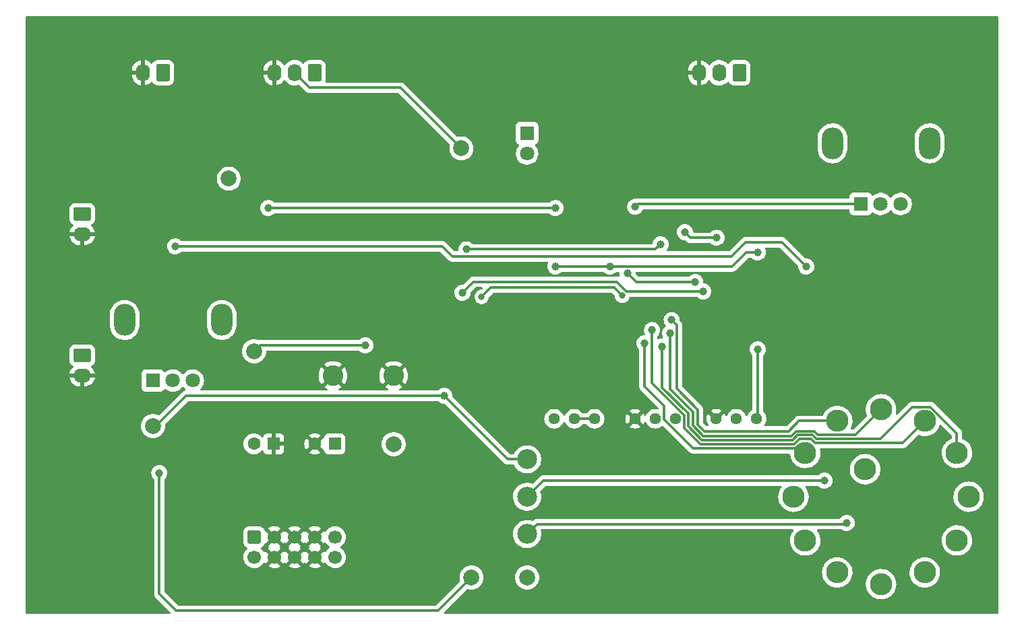
<source format=gtl>
G04 #@! TF.GenerationSoftware,KiCad,Pcbnew,6.0.5+dfsg-1~bpo11+1*
G04 #@! TF.CreationDate,2022-07-21T21:01:22+00:00*
G04 #@! TF.ProjectId,mod_osc_board,6d6f645f-6f73-4635-9f62-6f6172642e6b,0*
G04 #@! TF.SameCoordinates,Original*
G04 #@! TF.FileFunction,Copper,L1,Top*
G04 #@! TF.FilePolarity,Positive*
%FSLAX46Y46*%
G04 Gerber Fmt 4.6, Leading zero omitted, Abs format (unit mm)*
G04 Created by KiCad (PCBNEW 6.0.5+dfsg-1~bpo11+1) date 2022-07-21 21:01:22*
%MOMM*%
%LPD*%
G01*
G04 APERTURE LIST*
G04 #@! TA.AperFunction,ComponentPad*
%ADD10C,2.500000*%
G04 #@! TD*
G04 #@! TA.AperFunction,ComponentPad*
%ADD11O,2.720000X4.000000*%
G04 #@! TD*
G04 #@! TA.AperFunction,ComponentPad*
%ADD12R,1.800000X1.800000*%
G04 #@! TD*
G04 #@! TA.AperFunction,ComponentPad*
%ADD13C,1.800000*%
G04 #@! TD*
G04 #@! TA.AperFunction,ComponentPad*
%ADD14O,2.800000X2.800000*%
G04 #@! TD*
G04 #@! TA.AperFunction,ComponentPad*
%ADD15R,1.600000X1.600000*%
G04 #@! TD*
G04 #@! TA.AperFunction,ComponentPad*
%ADD16C,1.600000*%
G04 #@! TD*
G04 #@! TA.AperFunction,ComponentPad*
%ADD17C,1.440000*%
G04 #@! TD*
G04 #@! TA.AperFunction,ComponentPad*
%ADD18C,2.000000*%
G04 #@! TD*
G04 #@! TA.AperFunction,ComponentPad*
%ADD19O,1.740000X2.190000*%
G04 #@! TD*
G04 #@! TA.AperFunction,ComponentPad*
%ADD20O,2.190000X1.740000*%
G04 #@! TD*
G04 #@! TA.AperFunction,ComponentPad*
%ADD21C,2.600000*%
G04 #@! TD*
G04 #@! TA.AperFunction,ComponentPad*
%ADD22C,1.700000*%
G04 #@! TD*
G04 #@! TA.AperFunction,ViaPad*
%ADD23C,1.000000*%
G04 #@! TD*
G04 #@! TA.AperFunction,ViaPad*
%ADD24C,0.800000*%
G04 #@! TD*
G04 #@! TA.AperFunction,Conductor*
%ADD25C,0.300000*%
G04 #@! TD*
G04 APERTURE END LIST*
D10*
X149606000Y-125202800D03*
X149606000Y-120502800D03*
X149606000Y-115802800D03*
D11*
X111252000Y-98277800D03*
X99060000Y-98277800D03*
D12*
X102616000Y-105897800D03*
D13*
X105116000Y-105897800D03*
X107616000Y-105897800D03*
D14*
X184529721Y-115002801D03*
X188556000Y-110976521D03*
X194056000Y-109502800D03*
X199555999Y-110976521D03*
X203582279Y-115002801D03*
X205056000Y-120502800D03*
X203582279Y-126002800D03*
X199556000Y-130029079D03*
X194056000Y-131502800D03*
X188556000Y-130029079D03*
X184529721Y-126002800D03*
X183056000Y-120502800D03*
X192056000Y-117038698D03*
D11*
X187960000Y-76052800D03*
X200152000Y-76052800D03*
D12*
X191516000Y-83672800D03*
D13*
X194016000Y-83672800D03*
X196516000Y-83672800D03*
D12*
X149606000Y-74782800D03*
D13*
X149606000Y-77322800D03*
D15*
X125439800Y-113848000D03*
D16*
X122939800Y-113848000D03*
D17*
X152999600Y-110698400D03*
X155539600Y-110698400D03*
X158079600Y-110698400D03*
D18*
X149606000Y-130662800D03*
G04 #@! TA.AperFunction,ComponentPad*
G36*
G01*
X177146000Y-66337800D02*
X177146000Y-68027800D01*
G75*
G02*
X176896000Y-68277800I-250000J0D01*
G01*
X175656000Y-68277800D01*
G75*
G02*
X175406000Y-68027800I0J250000D01*
G01*
X175406000Y-66337800D01*
G75*
G02*
X175656000Y-66087800I250000J0D01*
G01*
X176896000Y-66087800D01*
G75*
G02*
X177146000Y-66337800I0J-250000D01*
G01*
G37*
G04 #@! TD.AperFunction*
D19*
X173736000Y-67182800D03*
X171196000Y-67182800D03*
D18*
X142621000Y-130662800D03*
D17*
X163169600Y-110698400D03*
X165709600Y-110698400D03*
X168249600Y-110698400D03*
X173355000Y-110698400D03*
X175895000Y-110698400D03*
X178435000Y-110698400D03*
G04 #@! TA.AperFunction,ComponentPad*
G36*
G01*
X92881000Y-101852800D02*
X94571000Y-101852800D01*
G75*
G02*
X94821000Y-102102800I0J-250000D01*
G01*
X94821000Y-103342800D01*
G75*
G02*
X94571000Y-103592800I-250000J0D01*
G01*
X92881000Y-103592800D01*
G75*
G02*
X92631000Y-103342800I0J250000D01*
G01*
X92631000Y-102102800D01*
G75*
G02*
X92881000Y-101852800I250000J0D01*
G01*
G37*
G04 #@! TD.AperFunction*
D20*
X93726000Y-105262800D03*
D18*
X102616000Y-111612800D03*
X112141000Y-80497800D03*
D15*
X117779800Y-113848000D03*
D16*
X115279800Y-113848000D03*
D21*
X125222000Y-105262800D03*
X132842000Y-105262800D03*
G04 #@! TA.AperFunction,ComponentPad*
G36*
G01*
X92881000Y-84072800D02*
X94571000Y-84072800D01*
G75*
G02*
X94821000Y-84322800I0J-250000D01*
G01*
X94821000Y-85562800D01*
G75*
G02*
X94571000Y-85812800I-250000J0D01*
G01*
X92881000Y-85812800D01*
G75*
G02*
X92631000Y-85562800I0J250000D01*
G01*
X92631000Y-84322800D01*
G75*
G02*
X92881000Y-84072800I250000J0D01*
G01*
G37*
G04 #@! TD.AperFunction*
D20*
X93726000Y-87482800D03*
G04 #@! TA.AperFunction,ComponentPad*
G36*
G01*
X123806000Y-66317800D02*
X123806000Y-68007800D01*
G75*
G02*
X123556000Y-68257800I-250000J0D01*
G01*
X122316000Y-68257800D01*
G75*
G02*
X122066000Y-68007800I0J250000D01*
G01*
X122066000Y-66317800D01*
G75*
G02*
X122316000Y-66067800I250000J0D01*
G01*
X123556000Y-66067800D01*
G75*
G02*
X123806000Y-66317800I0J-250000D01*
G01*
G37*
G04 #@! TD.AperFunction*
D19*
X120396000Y-67162800D03*
X117856000Y-67162800D03*
G04 #@! TA.AperFunction,ComponentPad*
G36*
G01*
X104756000Y-66317800D02*
X104756000Y-68007800D01*
G75*
G02*
X104506000Y-68257800I-250000J0D01*
G01*
X103266000Y-68257800D01*
G75*
G02*
X103016000Y-68007800I0J250000D01*
G01*
X103016000Y-66317800D01*
G75*
G02*
X103266000Y-66067800I250000J0D01*
G01*
X104506000Y-66067800D01*
G75*
G02*
X104756000Y-66317800I0J-250000D01*
G01*
G37*
G04 #@! TD.AperFunction*
X101346000Y-67162800D03*
D18*
X115316000Y-102214800D03*
X141351000Y-76687800D03*
G04 #@! TA.AperFunction,ComponentPad*
G36*
G01*
X114716000Y-124732800D02*
X115916000Y-124732800D01*
G75*
G02*
X116166000Y-124982800I0J-250000D01*
G01*
X116166000Y-126182800D01*
G75*
G02*
X115916000Y-126432800I-250000J0D01*
G01*
X114716000Y-126432800D01*
G75*
G02*
X114466000Y-126182800I0J250000D01*
G01*
X114466000Y-124982800D01*
G75*
G02*
X114716000Y-124732800I250000J0D01*
G01*
G37*
G04 #@! TD.AperFunction*
D22*
X115316000Y-128122800D03*
X117856000Y-125582800D03*
X117856000Y-128122800D03*
X120396000Y-125582800D03*
X120396000Y-128122800D03*
X122936000Y-125582800D03*
X122936000Y-128122800D03*
X125476000Y-125582800D03*
X125476000Y-128122800D03*
D18*
X132842000Y-113898800D03*
D23*
X145669000Y-87838400D03*
X157988000Y-80878800D03*
X163576000Y-98658800D03*
X123952000Y-99928800D03*
X146050000Y-99420800D03*
X179070000Y-93324800D03*
X134874000Y-99928800D03*
X152146000Y-95483800D03*
X173228000Y-102976800D03*
X159258000Y-95356800D03*
X169926000Y-80878800D03*
X134620000Y-82402800D03*
X123952000Y-82656800D03*
X178816000Y-99166800D03*
X171729400Y-94671000D03*
X141478000Y-94848800D03*
X129286000Y-101452800D03*
X139192000Y-107802800D03*
X153162000Y-91546800D03*
X160020000Y-91546800D03*
X178562000Y-89768800D03*
X105410000Y-89006800D03*
X184658000Y-91546800D03*
X186944000Y-118470800D03*
X169418000Y-87228800D03*
X173405800Y-87940000D03*
X166370000Y-88752800D03*
X141986000Y-89387800D03*
X117094000Y-84180800D03*
X153162000Y-84180800D03*
X178562000Y-101960800D03*
X170713400Y-93477200D03*
X162199732Y-92389380D03*
X164338000Y-101198800D03*
X167767000Y-98277800D03*
X167552500Y-99928800D03*
X165297023Y-99531061D03*
X166536500Y-101614112D03*
X163169600Y-84028400D03*
X103417500Y-117514872D03*
X189738000Y-123804800D03*
D24*
X143891000Y-95356800D03*
X161544000Y-95229800D03*
D25*
X160834445Y-93460289D02*
X142866511Y-93460289D01*
X142866511Y-93460289D02*
X141478000Y-94848800D01*
X162045156Y-94671000D02*
X160834445Y-93460289D01*
X171729400Y-94671000D02*
X162045156Y-94671000D01*
X115189000Y-102341800D02*
X116078000Y-101452800D01*
X116078000Y-101452800D02*
X129286000Y-101452800D01*
X147192000Y-115802800D02*
X139192000Y-107802800D01*
X106759000Y-107802800D02*
X139192000Y-107802800D01*
X102782500Y-111779300D02*
X106759000Y-107802800D01*
X149606000Y-115802800D02*
X147192000Y-115802800D01*
X162551608Y-91539879D02*
X162558529Y-91546800D01*
X158079600Y-110698400D02*
X155539600Y-110698400D01*
X160020000Y-91546800D02*
X161840935Y-91546800D01*
X161847856Y-91539879D02*
X162551608Y-91539879D01*
X161840935Y-91546800D02*
X161847856Y-91539879D01*
X175336200Y-91546800D02*
X177114200Y-89768800D01*
X177114200Y-89768800D02*
X178562000Y-89768800D01*
X162558529Y-91546800D02*
X175336200Y-91546800D01*
X153162000Y-91546800D02*
X160020000Y-91546800D01*
X175260000Y-90276800D02*
X177038000Y-88498800D01*
X177038000Y-88498800D02*
X181610000Y-88498800D01*
X181610000Y-88498800D02*
X184658000Y-91546800D01*
X105410000Y-89006800D02*
X138938000Y-89006800D01*
X140208000Y-90276800D02*
X175260000Y-90276800D01*
X138938000Y-89006800D02*
X140208000Y-90276800D01*
X186944000Y-118470800D02*
X151638000Y-118470800D01*
X151638000Y-118470800D02*
X149606000Y-120502800D01*
X173405800Y-87940000D02*
X170129200Y-87940000D01*
X170129200Y-87940000D02*
X169418000Y-87228800D01*
X141986000Y-89387800D02*
X165735000Y-89387800D01*
X165735000Y-89387800D02*
X166370000Y-88752800D01*
X117094000Y-84180800D02*
X153162000Y-84180800D01*
X178562000Y-110317400D02*
X178181000Y-110698400D01*
X178562000Y-101960800D02*
X178562000Y-110317400D01*
X170713400Y-93477200D02*
X163287552Y-93477200D01*
X163287552Y-93477200D02*
X162199732Y-92389380D01*
X166779111Y-110740429D02*
X166779111Y-109061144D01*
X183933720Y-114406800D02*
X170445482Y-114406800D01*
X166779111Y-109061144D02*
X164338000Y-106620033D01*
X164338000Y-106620033D02*
X164338000Y-101198800D01*
X184529721Y-115002801D02*
X183933720Y-114406800D01*
X170445482Y-114406800D02*
X166779111Y-110740429D01*
X183770279Y-110976521D02*
X182431354Y-112315446D01*
X171898659Y-112315446D02*
X171069000Y-111485787D01*
X182431354Y-112315446D02*
X171898659Y-112315446D01*
X168402011Y-98912811D02*
X167767000Y-98277800D01*
X171069000Y-109580800D02*
X168402011Y-106913811D01*
X168402011Y-106913811D02*
X168402011Y-98912811D01*
X188556000Y-110976521D02*
X183770279Y-110976521D01*
X171069000Y-111485787D02*
X171069000Y-109580800D01*
X183391239Y-112254268D02*
X182771194Y-112874313D01*
X171751098Y-112874313D02*
X170442489Y-111565704D01*
X186139969Y-112726023D02*
X185668214Y-112254269D01*
X170442489Y-109843289D02*
X167552500Y-106953300D01*
X194056000Y-109502800D02*
X190832777Y-112726023D01*
X170442489Y-111565704D02*
X170442489Y-109843289D01*
X182771194Y-112874313D02*
X171751098Y-112874313D01*
X167552500Y-106953300D02*
X167552500Y-99928800D01*
X190832777Y-112726023D02*
X186139969Y-112726023D01*
X185668214Y-112254269D02*
X183391239Y-112254268D01*
X169319111Y-110255393D02*
X165297023Y-106233305D01*
X185254394Y-113253291D02*
X183805049Y-113253290D01*
X171371244Y-113907289D02*
X169319111Y-111855156D01*
X185726157Y-113725054D02*
X185254394Y-113253291D01*
X199555999Y-110976521D02*
X196807466Y-113725054D01*
X183151050Y-113907289D02*
X171371244Y-113907289D01*
X196807466Y-113725054D02*
X185726157Y-113725054D01*
X183805049Y-113253290D02*
X183151050Y-113907289D01*
X169319111Y-111855156D02*
X169319111Y-110255393D01*
X165297023Y-106233305D02*
X165297023Y-99531061D01*
X200280671Y-109227010D02*
X197965790Y-109227010D01*
X166536500Y-106766367D02*
X166536500Y-101614112D01*
X171563978Y-113393608D02*
X169818622Y-111648252D01*
X185461310Y-112753780D02*
X183598144Y-112753779D01*
X203582279Y-115002801D02*
X203582279Y-112528618D01*
X182958315Y-113393608D02*
X171563978Y-113393608D01*
X169818622Y-111648252D02*
X169818622Y-110048489D01*
X183598144Y-112753779D02*
X182958315Y-113393608D01*
X193967266Y-113225534D02*
X185933064Y-113225534D01*
X197965790Y-109227010D02*
X193967266Y-113225534D01*
X169818622Y-110048489D02*
X166536500Y-106766367D01*
X185933064Y-113225534D02*
X185461310Y-112753780D01*
X203582279Y-112528618D02*
X200280671Y-109227010D01*
X105537000Y-134853800D02*
X103417500Y-132734300D01*
X103417500Y-132734300D02*
X103417500Y-117514872D01*
X191516000Y-83672800D02*
X163525200Y-83672800D01*
X149606000Y-125202800D02*
X150855999Y-123952801D01*
X189589999Y-123952801D02*
X189738000Y-123804800D01*
X163525200Y-83672800D02*
X163169600Y-84028400D01*
X138430000Y-134853800D02*
X105537000Y-134853800D01*
X150855999Y-123952801D02*
X189589999Y-123952801D01*
X142621000Y-130662800D02*
X138430000Y-134853800D01*
X122301000Y-69067800D02*
X120396000Y-67162800D01*
X133731000Y-69067800D02*
X122301000Y-69067800D01*
X141351000Y-76687800D02*
X133731000Y-69067800D01*
X160528000Y-94213800D02*
X161544000Y-95229800D01*
X143891000Y-95356800D02*
X145034000Y-94213800D01*
X152781000Y-94213800D02*
X160528000Y-94213800D01*
X145034000Y-94213800D02*
X152781000Y-94213800D01*
G04 #@! TA.AperFunction,Conductor*
G36*
X208729621Y-60071302D02*
G01*
X208776114Y-60124958D01*
X208787500Y-60177300D01*
X208787500Y-135108300D01*
X208767498Y-135176421D01*
X208713842Y-135222914D01*
X208661500Y-135234300D01*
X139284950Y-135234300D01*
X139216829Y-135214298D01*
X139170336Y-135160642D01*
X139160232Y-135090368D01*
X139189726Y-135025788D01*
X139195855Y-135019205D01*
X142071051Y-132144009D01*
X142133363Y-132109983D01*
X142189560Y-132110585D01*
X142379476Y-132156180D01*
X142379482Y-132156181D01*
X142384289Y-132157335D01*
X142621000Y-132175965D01*
X142857711Y-132157335D01*
X142862518Y-132156181D01*
X142862524Y-132156180D01*
X143052439Y-132110585D01*
X143088594Y-132101905D01*
X143093167Y-132100011D01*
X143303389Y-132012935D01*
X143303393Y-132012933D01*
X143307963Y-132011040D01*
X143312183Y-132008454D01*
X143506202Y-131889559D01*
X143506208Y-131889555D01*
X143510416Y-131886976D01*
X143690969Y-131732769D01*
X143845176Y-131552216D01*
X143847755Y-131548008D01*
X143847759Y-131548002D01*
X143966654Y-131353983D01*
X143969240Y-131349763D01*
X144017521Y-131233203D01*
X144058211Y-131134967D01*
X144058212Y-131134965D01*
X144060105Y-131130394D01*
X144111612Y-130915853D01*
X144114380Y-130904324D01*
X144114381Y-130904318D01*
X144115535Y-130899511D01*
X144134165Y-130662800D01*
X148092835Y-130662800D01*
X148111465Y-130899511D01*
X148112619Y-130904318D01*
X148112620Y-130904324D01*
X148115388Y-130915853D01*
X148166895Y-131130394D01*
X148168788Y-131134965D01*
X148168789Y-131134967D01*
X148209480Y-131233203D01*
X148257760Y-131349763D01*
X148260346Y-131353983D01*
X148379241Y-131548002D01*
X148379245Y-131548008D01*
X148381824Y-131552216D01*
X148536031Y-131732769D01*
X148716584Y-131886976D01*
X148720792Y-131889555D01*
X148720798Y-131889559D01*
X148914817Y-132008454D01*
X148919037Y-132011040D01*
X148923607Y-132012933D01*
X148923611Y-132012935D01*
X149133833Y-132100011D01*
X149138406Y-132101905D01*
X149174561Y-132110585D01*
X149364476Y-132156180D01*
X149364482Y-132156181D01*
X149369289Y-132157335D01*
X149606000Y-132175965D01*
X149842711Y-132157335D01*
X149847518Y-132156181D01*
X149847524Y-132156180D01*
X150037439Y-132110585D01*
X150073594Y-132101905D01*
X150078167Y-132100011D01*
X150288389Y-132012935D01*
X150288393Y-132012933D01*
X150292963Y-132011040D01*
X150297183Y-132008454D01*
X150491202Y-131889559D01*
X150491208Y-131889555D01*
X150495416Y-131886976D01*
X150675969Y-131732769D01*
X150830176Y-131552216D01*
X150832755Y-131548008D01*
X150832759Y-131548002D01*
X150951654Y-131353983D01*
X150954240Y-131349763D01*
X151002521Y-131233203D01*
X151043211Y-131134967D01*
X151043212Y-131134965D01*
X151045105Y-131130394D01*
X151096612Y-130915853D01*
X151099380Y-130904324D01*
X151099381Y-130904318D01*
X151100535Y-130899511D01*
X151119165Y-130662800D01*
X151100535Y-130426089D01*
X151045105Y-130195206D01*
X151026058Y-130149221D01*
X150956135Y-129980411D01*
X150956133Y-129980407D01*
X150954240Y-129975837D01*
X150950037Y-129968978D01*
X186643569Y-129968978D01*
X186644018Y-129980411D01*
X186653118Y-130212003D01*
X186654180Y-130239042D01*
X186702737Y-130504916D01*
X186788272Y-130761296D01*
X186790265Y-130765284D01*
X186892049Y-130968985D01*
X186909078Y-131003066D01*
X186911607Y-131006725D01*
X187015563Y-131157137D01*
X187062744Y-131225403D01*
X187246205Y-131423869D01*
X187455799Y-131594506D01*
X187687346Y-131733909D01*
X187691441Y-131735643D01*
X187691443Y-131735644D01*
X187932124Y-131837559D01*
X187932131Y-131837561D01*
X187936225Y-131839295D01*
X188032358Y-131864784D01*
X188193172Y-131907424D01*
X188193177Y-131907425D01*
X188197469Y-131908563D01*
X188201878Y-131909085D01*
X188201884Y-131909086D01*
X188351210Y-131926759D01*
X188465868Y-131940330D01*
X188736064Y-131933962D01*
X188740459Y-131933230D01*
X188740464Y-131933230D01*
X188998267Y-131890320D01*
X188998271Y-131890319D01*
X189002669Y-131889587D01*
X189170959Y-131836364D01*
X189256114Y-131809433D01*
X189256116Y-131809432D01*
X189260360Y-131808090D01*
X189264371Y-131806164D01*
X189264376Y-131806162D01*
X189499979Y-131693027D01*
X189499980Y-131693026D01*
X189503998Y-131691097D01*
X189706223Y-131555975D01*
X189725013Y-131543420D01*
X189725017Y-131543417D01*
X189728721Y-131540942D01*
X189732038Y-131537971D01*
X189732042Y-131537968D01*
X189838407Y-131442699D01*
X192143569Y-131442699D01*
X192143744Y-131447151D01*
X192153405Y-131693027D01*
X192154180Y-131712763D01*
X192154980Y-131717143D01*
X192186608Y-131890320D01*
X192202737Y-131978637D01*
X192288272Y-132235017D01*
X192290265Y-132239005D01*
X192375382Y-132409350D01*
X192409078Y-132476787D01*
X192411607Y-132480446D01*
X192538538Y-132664100D01*
X192562744Y-132699124D01*
X192672180Y-132817511D01*
X192728174Y-132878084D01*
X192746205Y-132897590D01*
X192955799Y-133068227D01*
X192959617Y-133070526D01*
X192959619Y-133070527D01*
X193145178Y-133182243D01*
X193187346Y-133207630D01*
X193191441Y-133209364D01*
X193191443Y-133209365D01*
X193432124Y-133311280D01*
X193432131Y-133311282D01*
X193436225Y-133313016D01*
X193532359Y-133338505D01*
X193693172Y-133381145D01*
X193693177Y-133381146D01*
X193697469Y-133382284D01*
X193701878Y-133382806D01*
X193701884Y-133382807D01*
X193851210Y-133400480D01*
X193965868Y-133414051D01*
X194236064Y-133407683D01*
X194240459Y-133406951D01*
X194240464Y-133406951D01*
X194498267Y-133364041D01*
X194498271Y-133364040D01*
X194502669Y-133363308D01*
X194670959Y-133310085D01*
X194756114Y-133283154D01*
X194756116Y-133283153D01*
X194760360Y-133281811D01*
X194764371Y-133279885D01*
X194764376Y-133279883D01*
X194999979Y-133166748D01*
X194999980Y-133166747D01*
X195003998Y-133164818D01*
X195213411Y-133024893D01*
X195225013Y-133017141D01*
X195225017Y-133017138D01*
X195228721Y-133014663D01*
X195232038Y-133011692D01*
X195232042Y-133011689D01*
X195426729Y-132837312D01*
X195430045Y-132834342D01*
X195603953Y-132627454D01*
X195739975Y-132409350D01*
X195744614Y-132401911D01*
X195744615Y-132401909D01*
X195746975Y-132398125D01*
X195856258Y-132150933D01*
X195929620Y-131890808D01*
X195940550Y-131809433D01*
X195965172Y-131626124D01*
X195965173Y-131626116D01*
X195965599Y-131622942D01*
X195965700Y-131619731D01*
X195969274Y-131506022D01*
X195969274Y-131506017D01*
X195969375Y-131502800D01*
X195950287Y-131233203D01*
X195893402Y-130968985D01*
X195873801Y-130915853D01*
X195801397Y-130719596D01*
X195799856Y-130715419D01*
X195772740Y-130665164D01*
X195673629Y-130481478D01*
X195673629Y-130481477D01*
X195671516Y-130477562D01*
X195510942Y-130260162D01*
X195490152Y-130239042D01*
X195417872Y-130165618D01*
X195321338Y-130067556D01*
X195192170Y-129968978D01*
X197643569Y-129968978D01*
X197644018Y-129980411D01*
X197653118Y-130212003D01*
X197654180Y-130239042D01*
X197702737Y-130504916D01*
X197788272Y-130761296D01*
X197790265Y-130765284D01*
X197892049Y-130968985D01*
X197909078Y-131003066D01*
X197911607Y-131006725D01*
X198015563Y-131157137D01*
X198062744Y-131225403D01*
X198246205Y-131423869D01*
X198455799Y-131594506D01*
X198687346Y-131733909D01*
X198691441Y-131735643D01*
X198691443Y-131735644D01*
X198932124Y-131837559D01*
X198932131Y-131837561D01*
X198936225Y-131839295D01*
X199032358Y-131864784D01*
X199193172Y-131907424D01*
X199193177Y-131907425D01*
X199197469Y-131908563D01*
X199201878Y-131909085D01*
X199201884Y-131909086D01*
X199351210Y-131926759D01*
X199465868Y-131940330D01*
X199736064Y-131933962D01*
X199740459Y-131933230D01*
X199740464Y-131933230D01*
X199998267Y-131890320D01*
X199998271Y-131890319D01*
X200002669Y-131889587D01*
X200170959Y-131836364D01*
X200256114Y-131809433D01*
X200256116Y-131809432D01*
X200260360Y-131808090D01*
X200264371Y-131806164D01*
X200264376Y-131806162D01*
X200499979Y-131693027D01*
X200499980Y-131693026D01*
X200503998Y-131691097D01*
X200706223Y-131555975D01*
X200725013Y-131543420D01*
X200725017Y-131543417D01*
X200728721Y-131540942D01*
X200732038Y-131537971D01*
X200732042Y-131537968D01*
X200926729Y-131363591D01*
X200930045Y-131360621D01*
X201103953Y-131153733D01*
X201115657Y-131134967D01*
X201244614Y-130928190D01*
X201244615Y-130928188D01*
X201246975Y-130924404D01*
X201254489Y-130907409D01*
X201276292Y-130858091D01*
X201356258Y-130677212D01*
X201429620Y-130417087D01*
X201452946Y-130243422D01*
X201465172Y-130152403D01*
X201465173Y-130152395D01*
X201465599Y-130149221D01*
X201469375Y-130029079D01*
X201450287Y-129759482D01*
X201393402Y-129495264D01*
X201389451Y-129484553D01*
X201301397Y-129245875D01*
X201299856Y-129241698D01*
X201270510Y-129187310D01*
X201173629Y-129007757D01*
X201173629Y-129007756D01*
X201171516Y-129003841D01*
X201010942Y-128786441D01*
X201006257Y-128781681D01*
X200851634Y-128624611D01*
X200821338Y-128593835D01*
X200681623Y-128487208D01*
X200610028Y-128432568D01*
X200610024Y-128432566D01*
X200606487Y-128429866D01*
X200370675Y-128297806D01*
X200118609Y-128200289D01*
X200114284Y-128199286D01*
X200114279Y-128199285D01*
X200008748Y-128174825D01*
X199855318Y-128139261D01*
X199586054Y-128115940D01*
X199581619Y-128116184D01*
X199581615Y-128116184D01*
X199320634Y-128130547D01*
X199320627Y-128130548D01*
X199316191Y-128130792D01*
X199184622Y-128156962D01*
X199055484Y-128182649D01*
X199055479Y-128182650D01*
X199051112Y-128183519D01*
X199046909Y-128184995D01*
X198800315Y-128271592D01*
X198800312Y-128271593D01*
X198796107Y-128273070D01*
X198792154Y-128275123D01*
X198792148Y-128275126D01*
X198748488Y-128297806D01*
X198556264Y-128397659D01*
X198552649Y-128400242D01*
X198552643Y-128400246D01*
X198339990Y-128552210D01*
X198339986Y-128552213D01*
X198336369Y-128554798D01*
X198140808Y-128741354D01*
X197973485Y-128953603D01*
X197971253Y-128957445D01*
X197971250Y-128957450D01*
X197839974Y-129183456D01*
X197839971Y-129183463D01*
X197837736Y-129187310D01*
X197736272Y-129437814D01*
X197735201Y-129442127D01*
X197735199Y-129442132D01*
X197677600Y-129674010D01*
X197671116Y-129700114D01*
X197670662Y-129704542D01*
X197670662Y-129704544D01*
X197650492Y-129901412D01*
X197643569Y-129968978D01*
X195192170Y-129968978D01*
X195110028Y-129906289D01*
X195110024Y-129906287D01*
X195106487Y-129903587D01*
X194870675Y-129771527D01*
X194618609Y-129674010D01*
X194614284Y-129673007D01*
X194614279Y-129673006D01*
X194508748Y-129648546D01*
X194355318Y-129612982D01*
X194086054Y-129589661D01*
X194081619Y-129589905D01*
X194081615Y-129589905D01*
X193820634Y-129604268D01*
X193820627Y-129604269D01*
X193816191Y-129604513D01*
X193684622Y-129630683D01*
X193555484Y-129656370D01*
X193555479Y-129656371D01*
X193551112Y-129657240D01*
X193546909Y-129658716D01*
X193300315Y-129745313D01*
X193300312Y-129745314D01*
X193296107Y-129746791D01*
X193292154Y-129748844D01*
X193292148Y-129748847D01*
X193244305Y-129773700D01*
X193056264Y-129871380D01*
X193052649Y-129873963D01*
X193052643Y-129873967D01*
X192839990Y-130025931D01*
X192839986Y-130025934D01*
X192836369Y-130028519D01*
X192640808Y-130215075D01*
X192602433Y-130263754D01*
X192485036Y-130412672D01*
X192473485Y-130427324D01*
X192471253Y-130431166D01*
X192471250Y-130431171D01*
X192339974Y-130657177D01*
X192339971Y-130657184D01*
X192337736Y-130661031D01*
X192336062Y-130665164D01*
X192243141Y-130894577D01*
X192236272Y-130911535D01*
X192235201Y-130915848D01*
X192235199Y-130915853D01*
X192173274Y-131165148D01*
X192171116Y-131173835D01*
X192170662Y-131178263D01*
X192170662Y-131178265D01*
X192152327Y-131357215D01*
X192143569Y-131442699D01*
X189838407Y-131442699D01*
X189926729Y-131363591D01*
X189930045Y-131360621D01*
X190103953Y-131153733D01*
X190115657Y-131134967D01*
X190244614Y-130928190D01*
X190244615Y-130928188D01*
X190246975Y-130924404D01*
X190254489Y-130907409D01*
X190276292Y-130858091D01*
X190356258Y-130677212D01*
X190429620Y-130417087D01*
X190452946Y-130243422D01*
X190465172Y-130152403D01*
X190465173Y-130152395D01*
X190465599Y-130149221D01*
X190469375Y-130029079D01*
X190450287Y-129759482D01*
X190393402Y-129495264D01*
X190389451Y-129484553D01*
X190301397Y-129245875D01*
X190299856Y-129241698D01*
X190270510Y-129187310D01*
X190173629Y-129007757D01*
X190173629Y-129007756D01*
X190171516Y-129003841D01*
X190010942Y-128786441D01*
X190006257Y-128781681D01*
X189851634Y-128624611D01*
X189821338Y-128593835D01*
X189681623Y-128487208D01*
X189610028Y-128432568D01*
X189610024Y-128432566D01*
X189606487Y-128429866D01*
X189370675Y-128297806D01*
X189118609Y-128200289D01*
X189114284Y-128199286D01*
X189114279Y-128199285D01*
X189008748Y-128174825D01*
X188855318Y-128139261D01*
X188586054Y-128115940D01*
X188581619Y-128116184D01*
X188581615Y-128116184D01*
X188320634Y-128130547D01*
X188320627Y-128130548D01*
X188316191Y-128130792D01*
X188184622Y-128156962D01*
X188055484Y-128182649D01*
X188055479Y-128182650D01*
X188051112Y-128183519D01*
X188046909Y-128184995D01*
X187800315Y-128271592D01*
X187800312Y-128271593D01*
X187796107Y-128273070D01*
X187792154Y-128275123D01*
X187792148Y-128275126D01*
X187748488Y-128297806D01*
X187556264Y-128397659D01*
X187552649Y-128400242D01*
X187552643Y-128400246D01*
X187339990Y-128552210D01*
X187339986Y-128552213D01*
X187336369Y-128554798D01*
X187140808Y-128741354D01*
X186973485Y-128953603D01*
X186971253Y-128957445D01*
X186971250Y-128957450D01*
X186839974Y-129183456D01*
X186839971Y-129183463D01*
X186837736Y-129187310D01*
X186736272Y-129437814D01*
X186735201Y-129442127D01*
X186735199Y-129442132D01*
X186677600Y-129674010D01*
X186671116Y-129700114D01*
X186670662Y-129704542D01*
X186670662Y-129704544D01*
X186650492Y-129901412D01*
X186643569Y-129968978D01*
X150950037Y-129968978D01*
X150891814Y-129873967D01*
X150832759Y-129777598D01*
X150832755Y-129777592D01*
X150830176Y-129773384D01*
X150675969Y-129592831D01*
X150495416Y-129438624D01*
X150491208Y-129436045D01*
X150491202Y-129436041D01*
X150297183Y-129317146D01*
X150292963Y-129314560D01*
X150288393Y-129312667D01*
X150288389Y-129312665D01*
X150078167Y-129225589D01*
X150078165Y-129225588D01*
X150073594Y-129223695D01*
X149993391Y-129204440D01*
X149847524Y-129169420D01*
X149847518Y-129169419D01*
X149842711Y-129168265D01*
X149606000Y-129149635D01*
X149369289Y-129168265D01*
X149364482Y-129169419D01*
X149364476Y-129169420D01*
X149218609Y-129204440D01*
X149138406Y-129223695D01*
X149133835Y-129225588D01*
X149133833Y-129225589D01*
X148923611Y-129312665D01*
X148923607Y-129312667D01*
X148919037Y-129314560D01*
X148914817Y-129317146D01*
X148720798Y-129436041D01*
X148720792Y-129436045D01*
X148716584Y-129438624D01*
X148536031Y-129592831D01*
X148381824Y-129773384D01*
X148379245Y-129777592D01*
X148379241Y-129777598D01*
X148320186Y-129873967D01*
X148257760Y-129975837D01*
X148255867Y-129980407D01*
X148255865Y-129980411D01*
X148185942Y-130149221D01*
X148166895Y-130195206D01*
X148111465Y-130426089D01*
X148092835Y-130662800D01*
X144134165Y-130662800D01*
X144115535Y-130426089D01*
X144060105Y-130195206D01*
X144041058Y-130149221D01*
X143971135Y-129980411D01*
X143971133Y-129980407D01*
X143969240Y-129975837D01*
X143906814Y-129873967D01*
X143847759Y-129777598D01*
X143847755Y-129777592D01*
X143845176Y-129773384D01*
X143690969Y-129592831D01*
X143510416Y-129438624D01*
X143506208Y-129436045D01*
X143506202Y-129436041D01*
X143312183Y-129317146D01*
X143307963Y-129314560D01*
X143303393Y-129312667D01*
X143303389Y-129312665D01*
X143093167Y-129225589D01*
X143093165Y-129225588D01*
X143088594Y-129223695D01*
X143008391Y-129204440D01*
X142862524Y-129169420D01*
X142862518Y-129169419D01*
X142857711Y-129168265D01*
X142621000Y-129149635D01*
X142384289Y-129168265D01*
X142379482Y-129169419D01*
X142379476Y-129169420D01*
X142233609Y-129204440D01*
X142153406Y-129223695D01*
X142148835Y-129225588D01*
X142148833Y-129225589D01*
X141938611Y-129312665D01*
X141938607Y-129312667D01*
X141934037Y-129314560D01*
X141929817Y-129317146D01*
X141735798Y-129436041D01*
X141735792Y-129436045D01*
X141731584Y-129438624D01*
X141551031Y-129592831D01*
X141396824Y-129773384D01*
X141394245Y-129777592D01*
X141394241Y-129777598D01*
X141335186Y-129873967D01*
X141272760Y-129975837D01*
X141270867Y-129980407D01*
X141270865Y-129980411D01*
X141200942Y-130149221D01*
X141181895Y-130195206D01*
X141126465Y-130426089D01*
X141107835Y-130662800D01*
X141126465Y-130899511D01*
X141127619Y-130904318D01*
X141127620Y-130904324D01*
X141173215Y-131094240D01*
X141169668Y-131165148D01*
X141139791Y-131212749D01*
X138194145Y-134158395D01*
X138131833Y-134192421D01*
X138105050Y-134195300D01*
X105861950Y-134195300D01*
X105793829Y-134175298D01*
X105772855Y-134158395D01*
X104112905Y-132498445D01*
X104078879Y-132436133D01*
X104076000Y-132409350D01*
X104076000Y-128089495D01*
X113953251Y-128089495D01*
X113953548Y-128094648D01*
X113953548Y-128094651D01*
X113963750Y-128271592D01*
X113966110Y-128312515D01*
X113967247Y-128317561D01*
X113967248Y-128317567D01*
X113984836Y-128395607D01*
X114015222Y-128530439D01*
X114099266Y-128737416D01*
X114136072Y-128797478D01*
X114213288Y-128923483D01*
X114215987Y-128927888D01*
X114362250Y-129096738D01*
X114534126Y-129239432D01*
X114727000Y-129352138D01*
X114935692Y-129431830D01*
X114940760Y-129432861D01*
X114940763Y-129432862D01*
X115045604Y-129454192D01*
X115154597Y-129476367D01*
X115159772Y-129476557D01*
X115159774Y-129476557D01*
X115372673Y-129484364D01*
X115372677Y-129484364D01*
X115377837Y-129484553D01*
X115382957Y-129483897D01*
X115382959Y-129483897D01*
X115594288Y-129456825D01*
X115594289Y-129456825D01*
X115599416Y-129456168D01*
X115604366Y-129454683D01*
X115808429Y-129393461D01*
X115808434Y-129393459D01*
X115813384Y-129391974D01*
X116013994Y-129293696D01*
X116078544Y-129247653D01*
X117095977Y-129247653D01*
X117101258Y-129254707D01*
X117262756Y-129349079D01*
X117272042Y-129353529D01*
X117471001Y-129429503D01*
X117480899Y-129432379D01*
X117689595Y-129474838D01*
X117699823Y-129476057D01*
X117912650Y-129483862D01*
X117922936Y-129483395D01*
X118134185Y-129456334D01*
X118144262Y-129454192D01*
X118348255Y-129392991D01*
X118357842Y-129389233D01*
X118549098Y-129295538D01*
X118557944Y-129290265D01*
X118605247Y-129256523D01*
X118612211Y-129247653D01*
X119635977Y-129247653D01*
X119641258Y-129254707D01*
X119802756Y-129349079D01*
X119812042Y-129353529D01*
X120011001Y-129429503D01*
X120020899Y-129432379D01*
X120229595Y-129474838D01*
X120239823Y-129476057D01*
X120452650Y-129483862D01*
X120462936Y-129483395D01*
X120674185Y-129456334D01*
X120684262Y-129454192D01*
X120888255Y-129392991D01*
X120897842Y-129389233D01*
X121089098Y-129295538D01*
X121097944Y-129290265D01*
X121145247Y-129256523D01*
X121152211Y-129247653D01*
X122175977Y-129247653D01*
X122181258Y-129254707D01*
X122342756Y-129349079D01*
X122352042Y-129353529D01*
X122551001Y-129429503D01*
X122560899Y-129432379D01*
X122769595Y-129474838D01*
X122779823Y-129476057D01*
X122992650Y-129483862D01*
X123002936Y-129483395D01*
X123214185Y-129456334D01*
X123224262Y-129454192D01*
X123428255Y-129392991D01*
X123437842Y-129389233D01*
X123629098Y-129295538D01*
X123637944Y-129290265D01*
X123685247Y-129256523D01*
X123693648Y-129245823D01*
X123686660Y-129232670D01*
X122948812Y-128494822D01*
X122934868Y-128487208D01*
X122933035Y-128487339D01*
X122926420Y-128491590D01*
X122182737Y-129235273D01*
X122175977Y-129247653D01*
X121152211Y-129247653D01*
X121153648Y-129245823D01*
X121146660Y-129232670D01*
X120408812Y-128494822D01*
X120394868Y-128487208D01*
X120393035Y-128487339D01*
X120386420Y-128491590D01*
X119642737Y-129235273D01*
X119635977Y-129247653D01*
X118612211Y-129247653D01*
X118613648Y-129245823D01*
X118606660Y-129232670D01*
X117868812Y-128494822D01*
X117854868Y-128487208D01*
X117853035Y-128487339D01*
X117846420Y-128491590D01*
X117102737Y-129235273D01*
X117095977Y-129247653D01*
X116078544Y-129247653D01*
X116195860Y-129163973D01*
X116354096Y-129006289D01*
X116413594Y-128923489D01*
X116484453Y-128824877D01*
X116485640Y-128825730D01*
X116532960Y-128782162D01*
X116602897Y-128769945D01*
X116668338Y-128797478D01*
X116696166Y-128829312D01*
X116722459Y-128872219D01*
X116732916Y-128881680D01*
X116741694Y-128877896D01*
X117483978Y-128135612D01*
X117490356Y-128123932D01*
X118220408Y-128123932D01*
X118220539Y-128125765D01*
X118224790Y-128132380D01*
X118966474Y-128874064D01*
X118978484Y-128880623D01*
X118990223Y-128871655D01*
X119024022Y-128824619D01*
X119025149Y-128825429D01*
X119072659Y-128781681D01*
X119142596Y-128769461D01*
X119208038Y-128796991D01*
X119235870Y-128828829D01*
X119262459Y-128872219D01*
X119272916Y-128881680D01*
X119281694Y-128877896D01*
X120023978Y-128135612D01*
X120030356Y-128123932D01*
X120760408Y-128123932D01*
X120760539Y-128125765D01*
X120764790Y-128132380D01*
X121506474Y-128874064D01*
X121518484Y-128880623D01*
X121530223Y-128871655D01*
X121564022Y-128824619D01*
X121565149Y-128825429D01*
X121612659Y-128781681D01*
X121682596Y-128769461D01*
X121748038Y-128796991D01*
X121775870Y-128828829D01*
X121802459Y-128872219D01*
X121812916Y-128881680D01*
X121821694Y-128877896D01*
X122563978Y-128135612D01*
X122570356Y-128123932D01*
X123300408Y-128123932D01*
X123300539Y-128125765D01*
X123304790Y-128132380D01*
X124046474Y-128874064D01*
X124058484Y-128880623D01*
X124070223Y-128871655D01*
X124104022Y-128824619D01*
X124105277Y-128825521D01*
X124152391Y-128782155D01*
X124222330Y-128769948D01*
X124287767Y-128797491D01*
X124315580Y-128829313D01*
X124373287Y-128923483D01*
X124373291Y-128923488D01*
X124375987Y-128927888D01*
X124522250Y-129096738D01*
X124694126Y-129239432D01*
X124887000Y-129352138D01*
X125095692Y-129431830D01*
X125100760Y-129432861D01*
X125100763Y-129432862D01*
X125205604Y-129454192D01*
X125314597Y-129476367D01*
X125319772Y-129476557D01*
X125319774Y-129476557D01*
X125532673Y-129484364D01*
X125532677Y-129484364D01*
X125537837Y-129484553D01*
X125542957Y-129483897D01*
X125542959Y-129483897D01*
X125754288Y-129456825D01*
X125754289Y-129456825D01*
X125759416Y-129456168D01*
X125764366Y-129454683D01*
X125968429Y-129393461D01*
X125968434Y-129393459D01*
X125973384Y-129391974D01*
X126173994Y-129293696D01*
X126355860Y-129163973D01*
X126514096Y-129006289D01*
X126573594Y-128923489D01*
X126641435Y-128829077D01*
X126644453Y-128824877D01*
X126657995Y-128797478D01*
X126741136Y-128629253D01*
X126741137Y-128629251D01*
X126743430Y-128624611D01*
X126808370Y-128410869D01*
X126837529Y-128189390D01*
X126837611Y-128186040D01*
X126839074Y-128126165D01*
X126839074Y-128126161D01*
X126839156Y-128122800D01*
X126820852Y-127900161D01*
X126766431Y-127683502D01*
X126677354Y-127478640D01*
X126585925Y-127337312D01*
X126558822Y-127295417D01*
X126558820Y-127295414D01*
X126556014Y-127291077D01*
X126405670Y-127125851D01*
X126401616Y-127122649D01*
X126401615Y-127122648D01*
X126234414Y-126990600D01*
X126234410Y-126990598D01*
X126230359Y-126987398D01*
X126189053Y-126964596D01*
X126139084Y-126914164D01*
X126124312Y-126844721D01*
X126149428Y-126778316D01*
X126176780Y-126751709D01*
X126241110Y-126705823D01*
X126355860Y-126623973D01*
X126514096Y-126466289D01*
X126565250Y-126395101D01*
X126641435Y-126289077D01*
X126644453Y-126284877D01*
X126665568Y-126242155D01*
X126741136Y-126089253D01*
X126741137Y-126089251D01*
X126743430Y-126084611D01*
X126808370Y-125870869D01*
X126837529Y-125649390D01*
X126839156Y-125582800D01*
X126820852Y-125360161D01*
X126769731Y-125156639D01*
X147843173Y-125156639D01*
X147843397Y-125161305D01*
X147843397Y-125161311D01*
X147845996Y-125215419D01*
X147855713Y-125417708D01*
X147906704Y-125674056D01*
X147995026Y-125920052D01*
X148032846Y-125990439D01*
X148105752Y-126126124D01*
X148118737Y-126150291D01*
X148121532Y-126154034D01*
X148121534Y-126154037D01*
X148272330Y-126355977D01*
X148272335Y-126355983D01*
X148275122Y-126359715D01*
X148278431Y-126362995D01*
X148278436Y-126363001D01*
X148382630Y-126466289D01*
X148460743Y-126543723D01*
X148464505Y-126546481D01*
X148464508Y-126546484D01*
X148622490Y-126662321D01*
X148671524Y-126698274D01*
X148675667Y-126700454D01*
X148675669Y-126700455D01*
X148898684Y-126817789D01*
X148898689Y-126817791D01*
X148902834Y-126819972D01*
X149149590Y-126906144D01*
X149154183Y-126907016D01*
X149401785Y-126954024D01*
X149401788Y-126954024D01*
X149406374Y-126954895D01*
X149536959Y-126960026D01*
X149662875Y-126964974D01*
X149662881Y-126964974D01*
X149667543Y-126965157D01*
X149746977Y-126956457D01*
X149922707Y-126937212D01*
X149922712Y-126937211D01*
X149927360Y-126936702D01*
X150040116Y-126907016D01*
X150175594Y-126871348D01*
X150175596Y-126871347D01*
X150180117Y-126870157D01*
X150189428Y-126866157D01*
X150393751Y-126778372D01*
X150420262Y-126766982D01*
X150519095Y-126705823D01*
X150638547Y-126631904D01*
X150638548Y-126631904D01*
X150642519Y-126629446D01*
X150646082Y-126626429D01*
X150646087Y-126626426D01*
X150838439Y-126463587D01*
X150838440Y-126463586D01*
X150842005Y-126460568D01*
X150909607Y-126383483D01*
X151011257Y-126267574D01*
X151011261Y-126267569D01*
X151014339Y-126264059D01*
X151155733Y-126044237D01*
X151263083Y-125805929D01*
X151323311Y-125592380D01*
X151332760Y-125558876D01*
X151332761Y-125558873D01*
X151334030Y-125554372D01*
X151350832Y-125422296D01*
X151366616Y-125298221D01*
X151366616Y-125298217D01*
X151367014Y-125295091D01*
X151369431Y-125202800D01*
X151350061Y-124942148D01*
X151348584Y-124935617D01*
X151310001Y-124765109D01*
X151314476Y-124694254D01*
X151356547Y-124637065D01*
X151422859Y-124611701D01*
X151432894Y-124611301D01*
X182936563Y-124611301D01*
X183004684Y-124631303D01*
X183051177Y-124684959D01*
X183061281Y-124755233D01*
X183035513Y-124815307D01*
X182964616Y-124905240D01*
X182947206Y-124927324D01*
X182944974Y-124931166D01*
X182944971Y-124931171D01*
X182813695Y-125157177D01*
X182813692Y-125157184D01*
X182811457Y-125161031D01*
X182809783Y-125165164D01*
X182791308Y-125210778D01*
X182709993Y-125411535D01*
X182708922Y-125415848D01*
X182708920Y-125415853D01*
X182645910Y-125669514D01*
X182644837Y-125673835D01*
X182644383Y-125678263D01*
X182644383Y-125678265D01*
X182619610Y-125920052D01*
X182617290Y-125942699D01*
X182617465Y-125947151D01*
X182625594Y-126154037D01*
X182627901Y-126212763D01*
X182676458Y-126478637D01*
X182761993Y-126735017D01*
X182785522Y-126782105D01*
X182877868Y-126966918D01*
X182882799Y-126976787D01*
X182885328Y-126980446D01*
X182989284Y-127130858D01*
X183036465Y-127199124D01*
X183093849Y-127261201D01*
X183198117Y-127373997D01*
X183219926Y-127397590D01*
X183223380Y-127400402D01*
X183223381Y-127400403D01*
X183250980Y-127422872D01*
X183429520Y-127568227D01*
X183433338Y-127570526D01*
X183433340Y-127570527D01*
X183577132Y-127657097D01*
X183661067Y-127707630D01*
X183665162Y-127709364D01*
X183665164Y-127709365D01*
X183905845Y-127811280D01*
X183905852Y-127811282D01*
X183909946Y-127813016D01*
X184006080Y-127838505D01*
X184166893Y-127881145D01*
X184166898Y-127881146D01*
X184171190Y-127882284D01*
X184175599Y-127882806D01*
X184175605Y-127882807D01*
X184324931Y-127900480D01*
X184439589Y-127914051D01*
X184709785Y-127907683D01*
X184714180Y-127906951D01*
X184714185Y-127906951D01*
X184971988Y-127864041D01*
X184971992Y-127864040D01*
X184976390Y-127863308D01*
X185144680Y-127810085D01*
X185229835Y-127783154D01*
X185229837Y-127783153D01*
X185234081Y-127781811D01*
X185238092Y-127779885D01*
X185238097Y-127779883D01*
X185473700Y-127666748D01*
X185473701Y-127666747D01*
X185477719Y-127664818D01*
X185626489Y-127565413D01*
X185698734Y-127517141D01*
X185698738Y-127517138D01*
X185702442Y-127514663D01*
X185705759Y-127511692D01*
X185705763Y-127511689D01*
X185900450Y-127337312D01*
X185903766Y-127334342D01*
X186077674Y-127127454D01*
X186090323Y-127107173D01*
X186161292Y-126993376D01*
X186220696Y-126898125D01*
X186228958Y-126879438D01*
X186272354Y-126781278D01*
X186329979Y-126650933D01*
X186403341Y-126390808D01*
X186417604Y-126284619D01*
X186438893Y-126126124D01*
X186438894Y-126126116D01*
X186439320Y-126122942D01*
X186440525Y-126084611D01*
X186442995Y-126006022D01*
X186442995Y-126006017D01*
X186443096Y-126002800D01*
X186438841Y-125942699D01*
X201669848Y-125942699D01*
X201670023Y-125947151D01*
X201678152Y-126154037D01*
X201680459Y-126212763D01*
X201729016Y-126478637D01*
X201814551Y-126735017D01*
X201838080Y-126782105D01*
X201930426Y-126966918D01*
X201935357Y-126976787D01*
X201937886Y-126980446D01*
X202041842Y-127130858D01*
X202089023Y-127199124D01*
X202146407Y-127261201D01*
X202250675Y-127373997D01*
X202272484Y-127397590D01*
X202275938Y-127400402D01*
X202275939Y-127400403D01*
X202303538Y-127422872D01*
X202482078Y-127568227D01*
X202485896Y-127570526D01*
X202485898Y-127570527D01*
X202629690Y-127657097D01*
X202713625Y-127707630D01*
X202717720Y-127709364D01*
X202717722Y-127709365D01*
X202958403Y-127811280D01*
X202958410Y-127811282D01*
X202962504Y-127813016D01*
X203058638Y-127838505D01*
X203219451Y-127881145D01*
X203219456Y-127881146D01*
X203223748Y-127882284D01*
X203228157Y-127882806D01*
X203228163Y-127882807D01*
X203377489Y-127900480D01*
X203492147Y-127914051D01*
X203762343Y-127907683D01*
X203766738Y-127906951D01*
X203766743Y-127906951D01*
X204024546Y-127864041D01*
X204024550Y-127864040D01*
X204028948Y-127863308D01*
X204197238Y-127810085D01*
X204282393Y-127783154D01*
X204282395Y-127783153D01*
X204286639Y-127781811D01*
X204290650Y-127779885D01*
X204290655Y-127779883D01*
X204526258Y-127666748D01*
X204526259Y-127666747D01*
X204530277Y-127664818D01*
X204679047Y-127565413D01*
X204751292Y-127517141D01*
X204751296Y-127517138D01*
X204755000Y-127514663D01*
X204758317Y-127511692D01*
X204758321Y-127511689D01*
X204953008Y-127337312D01*
X204956324Y-127334342D01*
X205130232Y-127127454D01*
X205142881Y-127107173D01*
X205213850Y-126993376D01*
X205273254Y-126898125D01*
X205281516Y-126879438D01*
X205324912Y-126781278D01*
X205382537Y-126650933D01*
X205455899Y-126390808D01*
X205470162Y-126284619D01*
X205491451Y-126126124D01*
X205491452Y-126126116D01*
X205491878Y-126122942D01*
X205493083Y-126084611D01*
X205495553Y-126006022D01*
X205495553Y-126006017D01*
X205495654Y-126002800D01*
X205489484Y-125915648D01*
X205476881Y-125737652D01*
X205476566Y-125733203D01*
X205419681Y-125468985D01*
X205402457Y-125422296D01*
X205327676Y-125219596D01*
X205326135Y-125215419D01*
X205296789Y-125161031D01*
X205199908Y-124981478D01*
X205199908Y-124981477D01*
X205197795Y-124977562D01*
X205037221Y-124760162D01*
X205033915Y-124756803D01*
X204917894Y-124638946D01*
X204847617Y-124567556D01*
X204763394Y-124503279D01*
X204636307Y-124406289D01*
X204636303Y-124406287D01*
X204632766Y-124403587D01*
X204396954Y-124271527D01*
X204144888Y-124174010D01*
X204140563Y-124173007D01*
X204140558Y-124173006D01*
X204035027Y-124148546D01*
X203881597Y-124112982D01*
X203612333Y-124089661D01*
X203607898Y-124089905D01*
X203607894Y-124089905D01*
X203346913Y-124104268D01*
X203346906Y-124104269D01*
X203342470Y-124104513D01*
X203210901Y-124130683D01*
X203081763Y-124156370D01*
X203081758Y-124156371D01*
X203077391Y-124157240D01*
X203073188Y-124158716D01*
X202826594Y-124245313D01*
X202826591Y-124245314D01*
X202822386Y-124246791D01*
X202818433Y-124248844D01*
X202818427Y-124248847D01*
X202729376Y-124295106D01*
X202582543Y-124371380D01*
X202578928Y-124373963D01*
X202578922Y-124373967D01*
X202366269Y-124525931D01*
X202366265Y-124525934D01*
X202362648Y-124528519D01*
X202326047Y-124563435D01*
X202198657Y-124684959D01*
X202167087Y-124715075D01*
X202078113Y-124827939D01*
X202017174Y-124905240D01*
X201999764Y-124927324D01*
X201997532Y-124931166D01*
X201997529Y-124931171D01*
X201866253Y-125157177D01*
X201866250Y-125157184D01*
X201864015Y-125161031D01*
X201862341Y-125165164D01*
X201843866Y-125210778D01*
X201762551Y-125411535D01*
X201761480Y-125415848D01*
X201761478Y-125415853D01*
X201698468Y-125669514D01*
X201697395Y-125673835D01*
X201696941Y-125678263D01*
X201696941Y-125678265D01*
X201672168Y-125920052D01*
X201669848Y-125942699D01*
X186438841Y-125942699D01*
X186436926Y-125915648D01*
X186424323Y-125737652D01*
X186424008Y-125733203D01*
X186367123Y-125468985D01*
X186349899Y-125422296D01*
X186275118Y-125219596D01*
X186273577Y-125215419D01*
X186244231Y-125161031D01*
X186147350Y-124981478D01*
X186147350Y-124981477D01*
X186145237Y-124977562D01*
X186023069Y-124812159D01*
X185998686Y-124745482D01*
X186014223Y-124676206D01*
X186064746Y-124626328D01*
X186124420Y-124611301D01*
X189084334Y-124611301D01*
X189155872Y-124633721D01*
X189159650Y-124636936D01*
X189165023Y-124639939D01*
X189165026Y-124639941D01*
X189249627Y-124687223D01*
X189332294Y-124733424D01*
X189520392Y-124794540D01*
X189716777Y-124817958D01*
X189722912Y-124817486D01*
X189722914Y-124817486D01*
X189907830Y-124803257D01*
X189907834Y-124803256D01*
X189913972Y-124802784D01*
X190104463Y-124749598D01*
X190109967Y-124746818D01*
X190109969Y-124746817D01*
X190275495Y-124663204D01*
X190275497Y-124663203D01*
X190280996Y-124660425D01*
X190436847Y-124538661D01*
X190533301Y-124426918D01*
X190562049Y-124393613D01*
X190562050Y-124393611D01*
X190566078Y-124388945D01*
X190663769Y-124216979D01*
X190726197Y-124029313D01*
X190750985Y-123833095D01*
X190751380Y-123804800D01*
X190732080Y-123607967D01*
X190724251Y-123582034D01*
X190695888Y-123488093D01*
X190674916Y-123418631D01*
X190582066Y-123244004D01*
X190511709Y-123157738D01*
X190460960Y-123095513D01*
X190460957Y-123095510D01*
X190457065Y-123090738D01*
X190450724Y-123085492D01*
X190309425Y-122968599D01*
X190309421Y-122968597D01*
X190304675Y-122964670D01*
X190130701Y-122870602D01*
X189941768Y-122812118D01*
X189935643Y-122811474D01*
X189935642Y-122811474D01*
X189751204Y-122792089D01*
X189751202Y-122792089D01*
X189745075Y-122791445D01*
X189662576Y-122798953D01*
X189554251Y-122808811D01*
X189554248Y-122808812D01*
X189548112Y-122809370D01*
X189542206Y-122811108D01*
X189542202Y-122811109D01*
X189437076Y-122842049D01*
X189358381Y-122865210D01*
X189352923Y-122868063D01*
X189352919Y-122868065D01*
X189262147Y-122915520D01*
X189183110Y-122956840D01*
X189028975Y-123080768D01*
X189025011Y-123085492D01*
X188905811Y-123227548D01*
X188905808Y-123227552D01*
X188901846Y-123232274D01*
X188898876Y-123237677D01*
X188897635Y-123239489D01*
X188842644Y-123284395D01*
X188793672Y-123294301D01*
X150938059Y-123294301D01*
X150926202Y-123293742D01*
X150918462Y-123292012D01*
X150910537Y-123292261D01*
X150910536Y-123292261D01*
X150847598Y-123294239D01*
X150843640Y-123294301D01*
X150814567Y-123294301D01*
X150810633Y-123294798D01*
X150810631Y-123294798D01*
X150810188Y-123294854D01*
X150798353Y-123295786D01*
X150765563Y-123296817D01*
X150760088Y-123296989D01*
X150760087Y-123296989D01*
X150752168Y-123297238D01*
X150732443Y-123302969D01*
X150731570Y-123303222D01*
X150712217Y-123307230D01*
X150708742Y-123307669D01*
X150690935Y-123309919D01*
X150683567Y-123312836D01*
X150683564Y-123312837D01*
X150647981Y-123326926D01*
X150636746Y-123330772D01*
X150600015Y-123341443D01*
X150600012Y-123341444D01*
X150592399Y-123343656D01*
X150573934Y-123354576D01*
X150556194Y-123363267D01*
X150536243Y-123371166D01*
X150498873Y-123398317D01*
X150488951Y-123404834D01*
X150456022Y-123424308D01*
X150456018Y-123424311D01*
X150449192Y-123428348D01*
X150434028Y-123443512D01*
X150418995Y-123456352D01*
X150401642Y-123468960D01*
X150372197Y-123504553D01*
X150364207Y-123513333D01*
X150353628Y-123523912D01*
X150291316Y-123557938D01*
X150226121Y-123554819D01*
X150022127Y-123489521D01*
X150022123Y-123489520D01*
X150017665Y-123488093D01*
X149759693Y-123446079D01*
X149645942Y-123444590D01*
X149503022Y-123442719D01*
X149503019Y-123442719D01*
X149498345Y-123442658D01*
X149239362Y-123477904D01*
X148988433Y-123551043D01*
X148984180Y-123553003D01*
X148984179Y-123553004D01*
X148933888Y-123576189D01*
X148751072Y-123660468D01*
X148747163Y-123663031D01*
X148536404Y-123801210D01*
X148536399Y-123801214D01*
X148532491Y-123803776D01*
X148337494Y-123977818D01*
X148170363Y-124178770D01*
X148167934Y-124182773D01*
X148042487Y-124389504D01*
X148034771Y-124402219D01*
X147933697Y-124643255D01*
X147869359Y-124896583D01*
X147868891Y-124901234D01*
X147868890Y-124901238D01*
X147865386Y-124936040D01*
X147843173Y-125156639D01*
X126769731Y-125156639D01*
X126766431Y-125143502D01*
X126677354Y-124938640D01*
X126597566Y-124815307D01*
X126558822Y-124755417D01*
X126558820Y-124755414D01*
X126556014Y-124751077D01*
X126405670Y-124585851D01*
X126401619Y-124582652D01*
X126401615Y-124582648D01*
X126234414Y-124450600D01*
X126234410Y-124450598D01*
X126230359Y-124447398D01*
X126034789Y-124339438D01*
X126029920Y-124337714D01*
X126029916Y-124337712D01*
X125829087Y-124266595D01*
X125829083Y-124266594D01*
X125824212Y-124264869D01*
X125819119Y-124263962D01*
X125819116Y-124263961D01*
X125609373Y-124226600D01*
X125609367Y-124226599D01*
X125604284Y-124225694D01*
X125530452Y-124224792D01*
X125386081Y-124223028D01*
X125386079Y-124223028D01*
X125380911Y-124222965D01*
X125160091Y-124256755D01*
X124947756Y-124326157D01*
X124869455Y-124366918D01*
X124799015Y-124403587D01*
X124749607Y-124429307D01*
X124745474Y-124432410D01*
X124745471Y-124432412D01*
X124575100Y-124560330D01*
X124570965Y-124563435D01*
X124567393Y-124567173D01*
X124484580Y-124653832D01*
X124416629Y-124724938D01*
X124413715Y-124729210D01*
X124413714Y-124729211D01*
X124389226Y-124765109D01*
X124343693Y-124831859D01*
X124308898Y-124882866D01*
X124253987Y-124927869D01*
X124183462Y-124936040D01*
X124119715Y-124904786D01*
X124099017Y-124880301D01*
X124069062Y-124833997D01*
X124058377Y-124824795D01*
X124048812Y-124829198D01*
X123308022Y-125569988D01*
X123300408Y-125583932D01*
X123300539Y-125585765D01*
X123304790Y-125592380D01*
X124046474Y-126334064D01*
X124058484Y-126340623D01*
X124070223Y-126331655D01*
X124104022Y-126284619D01*
X124105277Y-126285521D01*
X124152391Y-126242155D01*
X124222330Y-126229948D01*
X124287767Y-126257491D01*
X124315580Y-126289313D01*
X124373287Y-126383483D01*
X124373291Y-126383488D01*
X124375987Y-126387888D01*
X124522250Y-126556738D01*
X124694126Y-126699432D01*
X124705063Y-126705823D01*
X124767445Y-126742276D01*
X124816169Y-126793914D01*
X124829240Y-126863697D01*
X124802509Y-126929469D01*
X124762055Y-126962827D01*
X124749607Y-126969307D01*
X124745474Y-126972410D01*
X124745471Y-126972412D01*
X124575100Y-127100330D01*
X124570965Y-127103435D01*
X124416629Y-127264938D01*
X124343693Y-127371859D01*
X124308898Y-127422866D01*
X124253987Y-127467869D01*
X124183462Y-127476040D01*
X124119715Y-127444786D01*
X124099017Y-127420301D01*
X124069062Y-127373997D01*
X124058377Y-127364795D01*
X124048812Y-127369198D01*
X123308022Y-128109988D01*
X123300408Y-128123932D01*
X122570356Y-128123932D01*
X122571592Y-128121668D01*
X122571461Y-128119835D01*
X122567210Y-128113220D01*
X121825849Y-127371859D01*
X121814313Y-127365559D01*
X121802028Y-127375184D01*
X121769192Y-127423320D01*
X121714281Y-127468323D01*
X121643756Y-127476494D01*
X121580009Y-127445240D01*
X121559311Y-127420755D01*
X121529062Y-127373997D01*
X121518377Y-127364795D01*
X121508812Y-127369198D01*
X120768022Y-128109988D01*
X120760408Y-128123932D01*
X120030356Y-128123932D01*
X120031592Y-128121668D01*
X120031461Y-128119835D01*
X120027210Y-128113220D01*
X119285849Y-127371859D01*
X119274313Y-127365559D01*
X119262028Y-127375184D01*
X119229192Y-127423320D01*
X119174281Y-127468323D01*
X119103756Y-127476494D01*
X119040009Y-127445240D01*
X119019311Y-127420755D01*
X118989062Y-127373997D01*
X118978377Y-127364795D01*
X118968812Y-127369198D01*
X118228022Y-128109988D01*
X118220408Y-128123932D01*
X117490356Y-128123932D01*
X117491592Y-128121668D01*
X117491461Y-128119835D01*
X117487210Y-128113220D01*
X116745849Y-127371859D01*
X116734313Y-127365559D01*
X116722031Y-127375182D01*
X116689499Y-127422872D01*
X116634587Y-127467875D01*
X116564063Y-127476046D01*
X116500316Y-127444792D01*
X116479618Y-127420308D01*
X116398822Y-127295417D01*
X116398820Y-127295414D01*
X116396014Y-127291077D01*
X116245670Y-127125851D01*
X116203006Y-127092157D01*
X116161944Y-127034241D01*
X116158712Y-126963318D01*
X116194337Y-126901907D01*
X116227647Y-126879176D01*
X116233007Y-126876665D01*
X116239946Y-126874350D01*
X116390348Y-126781278D01*
X116463845Y-126707653D01*
X117095977Y-126707653D01*
X117101258Y-126714707D01*
X117148479Y-126742301D01*
X117197203Y-126793939D01*
X117210274Y-126863722D01*
X117183543Y-126929494D01*
X117143087Y-126962853D01*
X117134466Y-126967341D01*
X117125734Y-126972839D01*
X117105677Y-126987899D01*
X117097223Y-126999227D01*
X117103968Y-127011558D01*
X117843188Y-127750778D01*
X117857132Y-127758392D01*
X117858965Y-127758261D01*
X117865580Y-127754010D01*
X118609389Y-127010201D01*
X118616410Y-126997344D01*
X118609611Y-126988013D01*
X118605559Y-126985321D01*
X118568116Y-126964652D01*
X118518145Y-126914220D01*
X118503373Y-126844777D01*
X118528489Y-126778372D01*
X118555840Y-126751765D01*
X118605247Y-126716523D01*
X118612211Y-126707653D01*
X119635977Y-126707653D01*
X119641258Y-126714707D01*
X119688479Y-126742301D01*
X119737203Y-126793939D01*
X119750274Y-126863722D01*
X119723543Y-126929494D01*
X119683087Y-126962853D01*
X119674466Y-126967341D01*
X119665734Y-126972839D01*
X119645677Y-126987899D01*
X119637223Y-126999227D01*
X119643968Y-127011558D01*
X120383188Y-127750778D01*
X120397132Y-127758392D01*
X120398965Y-127758261D01*
X120405580Y-127754010D01*
X121149389Y-127010201D01*
X121156410Y-126997344D01*
X121149611Y-126988013D01*
X121145559Y-126985321D01*
X121108116Y-126964652D01*
X121058145Y-126914220D01*
X121043373Y-126844777D01*
X121068489Y-126778372D01*
X121095840Y-126751765D01*
X121145247Y-126716523D01*
X121152211Y-126707653D01*
X122175977Y-126707653D01*
X122181258Y-126714707D01*
X122228479Y-126742301D01*
X122277203Y-126793939D01*
X122290274Y-126863722D01*
X122263543Y-126929494D01*
X122223087Y-126962853D01*
X122214466Y-126967341D01*
X122205734Y-126972839D01*
X122185677Y-126987899D01*
X122177223Y-126999227D01*
X122183968Y-127011558D01*
X122923188Y-127750778D01*
X122937132Y-127758392D01*
X122938965Y-127758261D01*
X122945580Y-127754010D01*
X123689389Y-127010201D01*
X123696410Y-126997344D01*
X123689611Y-126988013D01*
X123685559Y-126985321D01*
X123648116Y-126964652D01*
X123598145Y-126914220D01*
X123583373Y-126844777D01*
X123608489Y-126778372D01*
X123635840Y-126751765D01*
X123685247Y-126716523D01*
X123693648Y-126705823D01*
X123686660Y-126692670D01*
X122948812Y-125954822D01*
X122934868Y-125947208D01*
X122933035Y-125947339D01*
X122926420Y-125951590D01*
X122182737Y-126695273D01*
X122175977Y-126707653D01*
X121152211Y-126707653D01*
X121153648Y-126705823D01*
X121146660Y-126692670D01*
X120408812Y-125954822D01*
X120394868Y-125947208D01*
X120393035Y-125947339D01*
X120386420Y-125951590D01*
X119642737Y-126695273D01*
X119635977Y-126707653D01*
X118612211Y-126707653D01*
X118613648Y-126705823D01*
X118606660Y-126692670D01*
X117868812Y-125954822D01*
X117854868Y-125947208D01*
X117853035Y-125947339D01*
X117846420Y-125951590D01*
X117102737Y-126695273D01*
X117095977Y-126707653D01*
X116463845Y-126707653D01*
X116515305Y-126656103D01*
X116537357Y-126620329D01*
X116604275Y-126511768D01*
X116604276Y-126511766D01*
X116608115Y-126505538D01*
X116632913Y-126430775D01*
X116673342Y-126372416D01*
X116702630Y-126354734D01*
X116741694Y-126337896D01*
X117483978Y-125595612D01*
X117490356Y-125583932D01*
X118220408Y-125583932D01*
X118220539Y-125585765D01*
X118224790Y-125592380D01*
X118966474Y-126334064D01*
X118978484Y-126340623D01*
X118990223Y-126331655D01*
X119024022Y-126284619D01*
X119025149Y-126285429D01*
X119072659Y-126241681D01*
X119142596Y-126229461D01*
X119208038Y-126256991D01*
X119235870Y-126288829D01*
X119262459Y-126332219D01*
X119272916Y-126341680D01*
X119281694Y-126337896D01*
X120023978Y-125595612D01*
X120030356Y-125583932D01*
X120760408Y-125583932D01*
X120760539Y-125585765D01*
X120764790Y-125592380D01*
X121506474Y-126334064D01*
X121518484Y-126340623D01*
X121530223Y-126331655D01*
X121564022Y-126284619D01*
X121565149Y-126285429D01*
X121612659Y-126241681D01*
X121682596Y-126229461D01*
X121748038Y-126256991D01*
X121775870Y-126288829D01*
X121802459Y-126332219D01*
X121812916Y-126341680D01*
X121821694Y-126337896D01*
X122563978Y-125595612D01*
X122571592Y-125581668D01*
X122571461Y-125579835D01*
X122567210Y-125573220D01*
X121825849Y-124831859D01*
X121814313Y-124825559D01*
X121802028Y-124835184D01*
X121769192Y-124883320D01*
X121714281Y-124928323D01*
X121643756Y-124936494D01*
X121580009Y-124905240D01*
X121559311Y-124880755D01*
X121529062Y-124833997D01*
X121518377Y-124824795D01*
X121508812Y-124829198D01*
X120768022Y-125569988D01*
X120760408Y-125583932D01*
X120030356Y-125583932D01*
X120031592Y-125581668D01*
X120031461Y-125579835D01*
X120027210Y-125573220D01*
X119285849Y-124831859D01*
X119274313Y-124825559D01*
X119262028Y-124835184D01*
X119229192Y-124883320D01*
X119174281Y-124928323D01*
X119103756Y-124936494D01*
X119040009Y-124905240D01*
X119019311Y-124880755D01*
X118989062Y-124833997D01*
X118978377Y-124824795D01*
X118968812Y-124829198D01*
X118228022Y-125569988D01*
X118220408Y-125583932D01*
X117490356Y-125583932D01*
X117491592Y-125581668D01*
X117491461Y-125579835D01*
X117487210Y-125573220D01*
X116745849Y-124831859D01*
X116705510Y-124809831D01*
X116692523Y-124807006D01*
X116642322Y-124756803D01*
X116633388Y-124736297D01*
X116609870Y-124665807D01*
X116609869Y-124665805D01*
X116607550Y-124658854D01*
X116514478Y-124508452D01*
X116465167Y-124459227D01*
X117097223Y-124459227D01*
X117103968Y-124471558D01*
X117843188Y-125210778D01*
X117857132Y-125218392D01*
X117858965Y-125218261D01*
X117865580Y-125214010D01*
X118609389Y-124470201D01*
X118615382Y-124459227D01*
X119637223Y-124459227D01*
X119643968Y-124471558D01*
X120383188Y-125210778D01*
X120397132Y-125218392D01*
X120398965Y-125218261D01*
X120405580Y-125214010D01*
X121149389Y-124470201D01*
X121155382Y-124459227D01*
X122177223Y-124459227D01*
X122183968Y-124471558D01*
X122923188Y-125210778D01*
X122937132Y-125218392D01*
X122938965Y-125218261D01*
X122945580Y-125214010D01*
X123689389Y-124470201D01*
X123696410Y-124457344D01*
X123689611Y-124448013D01*
X123685554Y-124445318D01*
X123499117Y-124342399D01*
X123489705Y-124338169D01*
X123288959Y-124267080D01*
X123278989Y-124264446D01*
X123069327Y-124227101D01*
X123059073Y-124226131D01*
X122846116Y-124223528D01*
X122835832Y-124224248D01*
X122625321Y-124256461D01*
X122615293Y-124258850D01*
X122412868Y-124325012D01*
X122403359Y-124329009D01*
X122214466Y-124427340D01*
X122205734Y-124432839D01*
X122185677Y-124447899D01*
X122177223Y-124459227D01*
X121155382Y-124459227D01*
X121156410Y-124457344D01*
X121149611Y-124448013D01*
X121145554Y-124445318D01*
X120959117Y-124342399D01*
X120949705Y-124338169D01*
X120748959Y-124267080D01*
X120738989Y-124264446D01*
X120529327Y-124227101D01*
X120519073Y-124226131D01*
X120306116Y-124223528D01*
X120295832Y-124224248D01*
X120085321Y-124256461D01*
X120075293Y-124258850D01*
X119872868Y-124325012D01*
X119863359Y-124329009D01*
X119674466Y-124427340D01*
X119665734Y-124432839D01*
X119645677Y-124447899D01*
X119637223Y-124459227D01*
X118615382Y-124459227D01*
X118616410Y-124457344D01*
X118609611Y-124448013D01*
X118605554Y-124445318D01*
X118419117Y-124342399D01*
X118409705Y-124338169D01*
X118208959Y-124267080D01*
X118198989Y-124264446D01*
X117989327Y-124227101D01*
X117979073Y-124226131D01*
X117766116Y-124223528D01*
X117755832Y-124224248D01*
X117545321Y-124256461D01*
X117535293Y-124258850D01*
X117332868Y-124325012D01*
X117323359Y-124329009D01*
X117134466Y-124427340D01*
X117125734Y-124432839D01*
X117105677Y-124447899D01*
X117097223Y-124459227D01*
X116465167Y-124459227D01*
X116389303Y-124383495D01*
X116366320Y-124369328D01*
X116244968Y-124294525D01*
X116244966Y-124294524D01*
X116238738Y-124290685D01*
X116078254Y-124237455D01*
X116077389Y-124237168D01*
X116077387Y-124237168D01*
X116070861Y-124235003D01*
X116064025Y-124234303D01*
X116064022Y-124234302D01*
X116020969Y-124229891D01*
X115966400Y-124224300D01*
X114665600Y-124224300D01*
X114662354Y-124224637D01*
X114662350Y-124224637D01*
X114566692Y-124234562D01*
X114566688Y-124234563D01*
X114559834Y-124235274D01*
X114553298Y-124237455D01*
X114553296Y-124237455D01*
X114421194Y-124281528D01*
X114392054Y-124291250D01*
X114241652Y-124384322D01*
X114236479Y-124389504D01*
X114180762Y-124445318D01*
X114116695Y-124509497D01*
X114112855Y-124515727D01*
X114112854Y-124515728D01*
X114038061Y-124637065D01*
X114023885Y-124660062D01*
X114021581Y-124667009D01*
X113971514Y-124817958D01*
X113968203Y-124827939D01*
X113967503Y-124834775D01*
X113967502Y-124834778D01*
X113963091Y-124877831D01*
X113957500Y-124932400D01*
X113957500Y-126233200D01*
X113957837Y-126236446D01*
X113957837Y-126236450D01*
X113963298Y-126289077D01*
X113968474Y-126338966D01*
X113970655Y-126345502D01*
X113970655Y-126345504D01*
X114013611Y-126474257D01*
X114024450Y-126506746D01*
X114117522Y-126657148D01*
X114242697Y-126782105D01*
X114248927Y-126785945D01*
X114248928Y-126785946D01*
X114375104Y-126863722D01*
X114393262Y-126874915D01*
X114400209Y-126877219D01*
X114402276Y-126878183D01*
X114455561Y-126925099D01*
X114475023Y-126993376D01*
X114454482Y-127061336D01*
X114424681Y-127093137D01*
X114410965Y-127103435D01*
X114256629Y-127264938D01*
X114130743Y-127449480D01*
X114036688Y-127652105D01*
X113976989Y-127867370D01*
X113953251Y-128089495D01*
X104076000Y-128089495D01*
X104076000Y-120456639D01*
X147843173Y-120456639D01*
X147843397Y-120461305D01*
X147843397Y-120461311D01*
X147845239Y-120499651D01*
X147855713Y-120717708D01*
X147906704Y-120974056D01*
X147995026Y-121220052D01*
X147997242Y-121224176D01*
X148092742Y-121401911D01*
X148118737Y-121450291D01*
X148121532Y-121454034D01*
X148121534Y-121454037D01*
X148272330Y-121655977D01*
X148272335Y-121655983D01*
X148275122Y-121659715D01*
X148278431Y-121662995D01*
X148278436Y-121663001D01*
X148447844Y-121830936D01*
X148460743Y-121843723D01*
X148464505Y-121846481D01*
X148464508Y-121846484D01*
X148667750Y-121995507D01*
X148671524Y-121998274D01*
X148675667Y-122000454D01*
X148675669Y-122000455D01*
X148898684Y-122117789D01*
X148898689Y-122117791D01*
X148902834Y-122119972D01*
X149149590Y-122206144D01*
X149154183Y-122207016D01*
X149401785Y-122254024D01*
X149401788Y-122254024D01*
X149406374Y-122254895D01*
X149536958Y-122260026D01*
X149662875Y-122264974D01*
X149662881Y-122264974D01*
X149667543Y-122265157D01*
X149746977Y-122256457D01*
X149922707Y-122237212D01*
X149922712Y-122237211D01*
X149927360Y-122236702D01*
X150040116Y-122207016D01*
X150175594Y-122171348D01*
X150175596Y-122171347D01*
X150180117Y-122170157D01*
X150420262Y-122066982D01*
X150642519Y-121929446D01*
X150646082Y-121926429D01*
X150646087Y-121926426D01*
X150838439Y-121763587D01*
X150838440Y-121763586D01*
X150842005Y-121760568D01*
X150962057Y-121623675D01*
X151011257Y-121567574D01*
X151011261Y-121567569D01*
X151014339Y-121564059D01*
X151155733Y-121344237D01*
X151263083Y-121105929D01*
X151334030Y-120854372D01*
X151350832Y-120722296D01*
X151366616Y-120598221D01*
X151366616Y-120598217D01*
X151367014Y-120595091D01*
X151369431Y-120502800D01*
X151350061Y-120242148D01*
X151347052Y-120228848D01*
X151293408Y-119991780D01*
X151292377Y-119987223D01*
X151255105Y-119891378D01*
X151249057Y-119820641D01*
X151283443Y-119756617D01*
X151873855Y-119166205D01*
X151936167Y-119132179D01*
X151962950Y-119129300D01*
X181448653Y-119129300D01*
X181516774Y-119149302D01*
X181563267Y-119202958D01*
X181573371Y-119273232D01*
X181547603Y-119333306D01*
X181493979Y-119401328D01*
X181473485Y-119427324D01*
X181471253Y-119431166D01*
X181471250Y-119431171D01*
X181339974Y-119657177D01*
X181339971Y-119657184D01*
X181337736Y-119661031D01*
X181336062Y-119665164D01*
X181244436Y-119891380D01*
X181236272Y-119911535D01*
X181235201Y-119915848D01*
X181235199Y-119915853D01*
X181222001Y-119968985D01*
X181171116Y-120173835D01*
X181170662Y-120178263D01*
X181170662Y-120178265D01*
X181164117Y-120242148D01*
X181143569Y-120442699D01*
X181143744Y-120447151D01*
X181149680Y-120598221D01*
X181154180Y-120712763D01*
X181202737Y-120978637D01*
X181288272Y-121235017D01*
X181290265Y-121239005D01*
X181395839Y-121450291D01*
X181409078Y-121476787D01*
X181411607Y-121480446D01*
X181515563Y-121630858D01*
X181562744Y-121699124D01*
X181672180Y-121817511D01*
X181696411Y-121843723D01*
X181746205Y-121897590D01*
X181955799Y-122068227D01*
X181959617Y-122070526D01*
X181959619Y-122070527D01*
X182183529Y-122205332D01*
X182187346Y-122207630D01*
X182191441Y-122209364D01*
X182191443Y-122209365D01*
X182432124Y-122311280D01*
X182432131Y-122311282D01*
X182436225Y-122313016D01*
X182532358Y-122338505D01*
X182693172Y-122381145D01*
X182693177Y-122381146D01*
X182697469Y-122382284D01*
X182701878Y-122382806D01*
X182701884Y-122382807D01*
X182851210Y-122400480D01*
X182965868Y-122414051D01*
X183236064Y-122407683D01*
X183240459Y-122406951D01*
X183240464Y-122406951D01*
X183498267Y-122364041D01*
X183498271Y-122364040D01*
X183502669Y-122363308D01*
X183670959Y-122310085D01*
X183756114Y-122283154D01*
X183756116Y-122283153D01*
X183760360Y-122281811D01*
X183764371Y-122279885D01*
X183764376Y-122279883D01*
X183999979Y-122166748D01*
X183999980Y-122166747D01*
X184003998Y-122164818D01*
X184154096Y-122064526D01*
X184225013Y-122017141D01*
X184225017Y-122017138D01*
X184228721Y-122014663D01*
X184232038Y-122011692D01*
X184232042Y-122011689D01*
X184426729Y-121837312D01*
X184430045Y-121834342D01*
X184603953Y-121627454D01*
X184641298Y-121567574D01*
X184744614Y-121401911D01*
X184744615Y-121401909D01*
X184746975Y-121398125D01*
X184856258Y-121150933D01*
X184929620Y-120890808D01*
X184952254Y-120722296D01*
X184965172Y-120626124D01*
X184965173Y-120626116D01*
X184965599Y-120622942D01*
X184969375Y-120502800D01*
X184966438Y-120461311D01*
X184965120Y-120442699D01*
X203143569Y-120442699D01*
X203143744Y-120447151D01*
X203149680Y-120598221D01*
X203154180Y-120712763D01*
X203202737Y-120978637D01*
X203288272Y-121235017D01*
X203290265Y-121239005D01*
X203395839Y-121450291D01*
X203409078Y-121476787D01*
X203411607Y-121480446D01*
X203515563Y-121630858D01*
X203562744Y-121699124D01*
X203672180Y-121817511D01*
X203696411Y-121843723D01*
X203746205Y-121897590D01*
X203955799Y-122068227D01*
X203959617Y-122070526D01*
X203959619Y-122070527D01*
X204183529Y-122205332D01*
X204187346Y-122207630D01*
X204191441Y-122209364D01*
X204191443Y-122209365D01*
X204432124Y-122311280D01*
X204432131Y-122311282D01*
X204436225Y-122313016D01*
X204532358Y-122338505D01*
X204693172Y-122381145D01*
X204693177Y-122381146D01*
X204697469Y-122382284D01*
X204701878Y-122382806D01*
X204701884Y-122382807D01*
X204851210Y-122400480D01*
X204965868Y-122414051D01*
X205236064Y-122407683D01*
X205240459Y-122406951D01*
X205240464Y-122406951D01*
X205498267Y-122364041D01*
X205498271Y-122364040D01*
X205502669Y-122363308D01*
X205670959Y-122310085D01*
X205756114Y-122283154D01*
X205756116Y-122283153D01*
X205760360Y-122281811D01*
X205764371Y-122279885D01*
X205764376Y-122279883D01*
X205999979Y-122166748D01*
X205999980Y-122166747D01*
X206003998Y-122164818D01*
X206154096Y-122064526D01*
X206225013Y-122017141D01*
X206225017Y-122017138D01*
X206228721Y-122014663D01*
X206232038Y-122011692D01*
X206232042Y-122011689D01*
X206426729Y-121837312D01*
X206430045Y-121834342D01*
X206603953Y-121627454D01*
X206641298Y-121567574D01*
X206744614Y-121401911D01*
X206744615Y-121401909D01*
X206746975Y-121398125D01*
X206856258Y-121150933D01*
X206929620Y-120890808D01*
X206952254Y-120722296D01*
X206965172Y-120626124D01*
X206965173Y-120626116D01*
X206965599Y-120622942D01*
X206969375Y-120502800D01*
X206966438Y-120461311D01*
X206950602Y-120237652D01*
X206950287Y-120233203D01*
X206893402Y-119968985D01*
X206873801Y-119915853D01*
X206801397Y-119719596D01*
X206799856Y-119715419D01*
X206770510Y-119661031D01*
X206673629Y-119481478D01*
X206673629Y-119481477D01*
X206671516Y-119477562D01*
X206510942Y-119260162D01*
X206321338Y-119067556D01*
X206244556Y-119008958D01*
X206110028Y-118906289D01*
X206110024Y-118906287D01*
X206106487Y-118903587D01*
X205870675Y-118771527D01*
X205618609Y-118674010D01*
X205614284Y-118673007D01*
X205614279Y-118673006D01*
X205508748Y-118648546D01*
X205355318Y-118612982D01*
X205086054Y-118589661D01*
X205081619Y-118589905D01*
X205081615Y-118589905D01*
X204820634Y-118604268D01*
X204820627Y-118604269D01*
X204816191Y-118604513D01*
X204684622Y-118630683D01*
X204555484Y-118656370D01*
X204555479Y-118656371D01*
X204551112Y-118657240D01*
X204546909Y-118658716D01*
X204300315Y-118745313D01*
X204300312Y-118745314D01*
X204296107Y-118746791D01*
X204292154Y-118748844D01*
X204292148Y-118748847D01*
X204163296Y-118815781D01*
X204056264Y-118871380D01*
X204052649Y-118873963D01*
X204052643Y-118873967D01*
X203839990Y-119025931D01*
X203839986Y-119025934D01*
X203836369Y-119028519D01*
X203803774Y-119059613D01*
X203647748Y-119208455D01*
X203640808Y-119215075D01*
X203547603Y-119333306D01*
X203493979Y-119401328D01*
X203473485Y-119427324D01*
X203471253Y-119431166D01*
X203471250Y-119431171D01*
X203339974Y-119657177D01*
X203339971Y-119657184D01*
X203337736Y-119661031D01*
X203336062Y-119665164D01*
X203244436Y-119891380D01*
X203236272Y-119911535D01*
X203235201Y-119915848D01*
X203235199Y-119915853D01*
X203222001Y-119968985D01*
X203171116Y-120173835D01*
X203170662Y-120178263D01*
X203170662Y-120178265D01*
X203164117Y-120242148D01*
X203143569Y-120442699D01*
X184965120Y-120442699D01*
X184950602Y-120237652D01*
X184950287Y-120233203D01*
X184893402Y-119968985D01*
X184873801Y-119915853D01*
X184801397Y-119719596D01*
X184799856Y-119715419D01*
X184770510Y-119661031D01*
X184673629Y-119481478D01*
X184673629Y-119481477D01*
X184671516Y-119477562D01*
X184562641Y-119330158D01*
X184538260Y-119263481D01*
X184553797Y-119194205D01*
X184604321Y-119144327D01*
X184663994Y-119129300D01*
X186118494Y-119129300D01*
X186186615Y-119149302D01*
X186209132Y-119167774D01*
X186211204Y-119169920D01*
X186215035Y-119174753D01*
X186365650Y-119302936D01*
X186538294Y-119399424D01*
X186726392Y-119460540D01*
X186922777Y-119483958D01*
X186928912Y-119483486D01*
X186928914Y-119483486D01*
X187113830Y-119469257D01*
X187113834Y-119469256D01*
X187119972Y-119468784D01*
X187310463Y-119415598D01*
X187315967Y-119412818D01*
X187315969Y-119412817D01*
X187481495Y-119329204D01*
X187481497Y-119329203D01*
X187486996Y-119326425D01*
X187642847Y-119204661D01*
X187761193Y-119067556D01*
X187768049Y-119059613D01*
X187768050Y-119059611D01*
X187772078Y-119054945D01*
X187869769Y-118882979D01*
X187932197Y-118695313D01*
X187956985Y-118499095D01*
X187957380Y-118470800D01*
X187938080Y-118273967D01*
X187930462Y-118248733D01*
X187903542Y-118159573D01*
X187880916Y-118084631D01*
X187788066Y-117910004D01*
X187710777Y-117815238D01*
X187666960Y-117761513D01*
X187666957Y-117761510D01*
X187663065Y-117756738D01*
X187658316Y-117752809D01*
X187515425Y-117634599D01*
X187515421Y-117634597D01*
X187510675Y-117630670D01*
X187336701Y-117536602D01*
X187147768Y-117478118D01*
X187141643Y-117477474D01*
X187141642Y-117477474D01*
X186957204Y-117458089D01*
X186957202Y-117458089D01*
X186951075Y-117457445D01*
X186868576Y-117464953D01*
X186760251Y-117474811D01*
X186760248Y-117474812D01*
X186754112Y-117475370D01*
X186748206Y-117477108D01*
X186748202Y-117477109D01*
X186649549Y-117506144D01*
X186564381Y-117531210D01*
X186558923Y-117534063D01*
X186558919Y-117534065D01*
X186468147Y-117581520D01*
X186389110Y-117622840D01*
X186234975Y-117746768D01*
X186231013Y-117751490D01*
X186217753Y-117767292D01*
X186158643Y-117806618D01*
X186121232Y-117812300D01*
X151720056Y-117812300D01*
X151708200Y-117811741D01*
X151708197Y-117811741D01*
X151700463Y-117810012D01*
X151645446Y-117811741D01*
X151629631Y-117812238D01*
X151625673Y-117812300D01*
X151596568Y-117812300D01*
X151592168Y-117812856D01*
X151580336Y-117813788D01*
X151534169Y-117815238D01*
X151513579Y-117821220D01*
X151494218Y-117825230D01*
X151487230Y-117826112D01*
X151480796Y-117826925D01*
X151480795Y-117826925D01*
X151472936Y-117827918D01*
X151465571Y-117830834D01*
X151465567Y-117830835D01*
X151429979Y-117844926D01*
X151418769Y-117848765D01*
X151374400Y-117861655D01*
X151355935Y-117872575D01*
X151338195Y-117881266D01*
X151318244Y-117889165D01*
X151282073Y-117915445D01*
X151280874Y-117916316D01*
X151270952Y-117922833D01*
X151238023Y-117942307D01*
X151238019Y-117942310D01*
X151231193Y-117946347D01*
X151216029Y-117961511D01*
X151200996Y-117974351D01*
X151183643Y-117986959D01*
X151162361Y-118012685D01*
X151154198Y-118022552D01*
X151146208Y-118031332D01*
X150353628Y-118823912D01*
X150291316Y-118857938D01*
X150226121Y-118854819D01*
X150022127Y-118789521D01*
X150022123Y-118789520D01*
X150017665Y-118788093D01*
X149759693Y-118746079D01*
X149645942Y-118744590D01*
X149503022Y-118742719D01*
X149503019Y-118742719D01*
X149498345Y-118742658D01*
X149239362Y-118777904D01*
X148988433Y-118851043D01*
X148984180Y-118853003D01*
X148984179Y-118853004D01*
X148948770Y-118869328D01*
X148751072Y-118960468D01*
X148747163Y-118963031D01*
X148536404Y-119101210D01*
X148536399Y-119101214D01*
X148532491Y-119103776D01*
X148337494Y-119277818D01*
X148170363Y-119478770D01*
X148034771Y-119702219D01*
X147933697Y-119943255D01*
X147869359Y-120196583D01*
X147868891Y-120201234D01*
X147868890Y-120201238D01*
X147864771Y-120242148D01*
X147843173Y-120456639D01*
X104076000Y-120456639D01*
X104076000Y-118340328D01*
X104096002Y-118272207D01*
X104113665Y-118250828D01*
X104116347Y-118248733D01*
X104245578Y-118099017D01*
X104343269Y-117927051D01*
X104405697Y-117739385D01*
X104430485Y-117543167D01*
X104430880Y-117514872D01*
X104411580Y-117318039D01*
X104354416Y-117128703D01*
X104261566Y-116954076D01*
X104184942Y-116860126D01*
X104140460Y-116805585D01*
X104140457Y-116805582D01*
X104136565Y-116800810D01*
X104130224Y-116795564D01*
X103988925Y-116678671D01*
X103988921Y-116678669D01*
X103984175Y-116674742D01*
X103810201Y-116580674D01*
X103621268Y-116522190D01*
X103615143Y-116521546D01*
X103615142Y-116521546D01*
X103430704Y-116502161D01*
X103430702Y-116502161D01*
X103424575Y-116501517D01*
X103342076Y-116509025D01*
X103233751Y-116518883D01*
X103233748Y-116518884D01*
X103227612Y-116519442D01*
X103221706Y-116521180D01*
X103221702Y-116521181D01*
X103116576Y-116552121D01*
X103037881Y-116575282D01*
X103032423Y-116578135D01*
X103032419Y-116578137D01*
X102941647Y-116625592D01*
X102862610Y-116666912D01*
X102708475Y-116790840D01*
X102581346Y-116942346D01*
X102578379Y-116947744D01*
X102578375Y-116947749D01*
X102516353Y-117060568D01*
X102486067Y-117115659D01*
X102484206Y-117121526D01*
X102484205Y-117121528D01*
X102473388Y-117155629D01*
X102426265Y-117304178D01*
X102404219Y-117500723D01*
X102405011Y-117510155D01*
X102419486Y-117682533D01*
X102420768Y-117697806D01*
X102422467Y-117703730D01*
X102472329Y-117877619D01*
X102475283Y-117887922D01*
X102478102Y-117893407D01*
X102546825Y-118027126D01*
X102565687Y-118063828D01*
X102688535Y-118218825D01*
X102693229Y-118222819D01*
X102693230Y-118222821D01*
X102714664Y-118241063D01*
X102753576Y-118300446D01*
X102759000Y-118337016D01*
X102759000Y-132652244D01*
X102758441Y-132664100D01*
X102756712Y-132671837D01*
X102758938Y-132742669D01*
X102759000Y-132746627D01*
X102759000Y-132775732D01*
X102759556Y-132780132D01*
X102760488Y-132791964D01*
X102761938Y-132838131D01*
X102764150Y-132845744D01*
X102764150Y-132845745D01*
X102767919Y-132858716D01*
X102771930Y-132878082D01*
X102774618Y-132899364D01*
X102777534Y-132906729D01*
X102777535Y-132906733D01*
X102791626Y-132942321D01*
X102795465Y-132953531D01*
X102808355Y-132997900D01*
X102819275Y-133016365D01*
X102827966Y-133034105D01*
X102835865Y-133054056D01*
X102846161Y-133068227D01*
X102863016Y-133091426D01*
X102869533Y-133101348D01*
X102889007Y-133134277D01*
X102889010Y-133134281D01*
X102893047Y-133141107D01*
X102908211Y-133156271D01*
X102921051Y-133171304D01*
X102933659Y-133188657D01*
X102958691Y-133209365D01*
X102969252Y-133218102D01*
X102978032Y-133226092D01*
X104771145Y-135019205D01*
X104805171Y-135081517D01*
X104800106Y-135152332D01*
X104757559Y-135209168D01*
X104691039Y-135233979D01*
X104682050Y-135234300D01*
X86740500Y-135234300D01*
X86672379Y-135214298D01*
X86625886Y-135160642D01*
X86614500Y-135108300D01*
X86614500Y-113848000D01*
X113966302Y-113848000D01*
X113986257Y-114076087D01*
X113987681Y-114081400D01*
X113987681Y-114081402D01*
X114033808Y-114253547D01*
X114045516Y-114297243D01*
X114047839Y-114302224D01*
X114047839Y-114302225D01*
X114139951Y-114499762D01*
X114139954Y-114499767D01*
X114142277Y-114504749D01*
X114200603Y-114588047D01*
X114260825Y-114674052D01*
X114273602Y-114692300D01*
X114435500Y-114854198D01*
X114440008Y-114857355D01*
X114440011Y-114857357D01*
X114512461Y-114908087D01*
X114623051Y-114985523D01*
X114628033Y-114987846D01*
X114628038Y-114987849D01*
X114804655Y-115070206D01*
X114830557Y-115082284D01*
X114835865Y-115083706D01*
X114835867Y-115083707D01*
X115046398Y-115140119D01*
X115046400Y-115140119D01*
X115051713Y-115141543D01*
X115279800Y-115161498D01*
X115507887Y-115141543D01*
X115513200Y-115140119D01*
X115513202Y-115140119D01*
X115723733Y-115083707D01*
X115723735Y-115083706D01*
X115729043Y-115082284D01*
X115754945Y-115070206D01*
X115931562Y-114987849D01*
X115931567Y-114987846D01*
X115936549Y-114985523D01*
X116047139Y-114908087D01*
X116119589Y-114857357D01*
X116119592Y-114857355D01*
X116124100Y-114854198D01*
X116270220Y-114708078D01*
X116332532Y-114674052D01*
X116403347Y-114679117D01*
X116460183Y-114721664D01*
X116477483Y-114758606D01*
X116478548Y-114758207D01*
X116526476Y-114886054D01*
X116535014Y-114901649D01*
X116611515Y-115003724D01*
X116624076Y-115016285D01*
X116726151Y-115092786D01*
X116741746Y-115101324D01*
X116862194Y-115146478D01*
X116877449Y-115150105D01*
X116928314Y-115155631D01*
X116935128Y-115156000D01*
X117507685Y-115156000D01*
X117522924Y-115151525D01*
X117524129Y-115150135D01*
X117525800Y-115142452D01*
X117525800Y-115137884D01*
X118033800Y-115137884D01*
X118038275Y-115153123D01*
X118039665Y-115154328D01*
X118047348Y-115155999D01*
X118624469Y-115155999D01*
X118631290Y-115155629D01*
X118682152Y-115150105D01*
X118697404Y-115146479D01*
X118817854Y-115101324D01*
X118833449Y-115092786D01*
X118935524Y-115016285D01*
X118948085Y-115003724D01*
X119000294Y-114934062D01*
X122218293Y-114934062D01*
X122227589Y-114946077D01*
X122278794Y-114981931D01*
X122288289Y-114987414D01*
X122485747Y-115079490D01*
X122496039Y-115083236D01*
X122706488Y-115139625D01*
X122717281Y-115141528D01*
X122934325Y-115160517D01*
X122945275Y-115160517D01*
X123162319Y-115141528D01*
X123173112Y-115139625D01*
X123383561Y-115083236D01*
X123393853Y-115079490D01*
X123591311Y-114987414D01*
X123600806Y-114981931D01*
X123652848Y-114945491D01*
X123661224Y-114935012D01*
X123654156Y-114921566D01*
X122952612Y-114220022D01*
X122938668Y-114212408D01*
X122936835Y-114212539D01*
X122930220Y-114216790D01*
X122224723Y-114922287D01*
X122218293Y-114934062D01*
X119000294Y-114934062D01*
X119024586Y-114901649D01*
X119033124Y-114886054D01*
X119078278Y-114765606D01*
X119081905Y-114750351D01*
X119087431Y-114699486D01*
X119087800Y-114692672D01*
X119087800Y-114120115D01*
X119083325Y-114104876D01*
X119081935Y-114103671D01*
X119074252Y-114102000D01*
X118051915Y-114102000D01*
X118036676Y-114106475D01*
X118035471Y-114107865D01*
X118033800Y-114115548D01*
X118033800Y-115137884D01*
X117525800Y-115137884D01*
X117525800Y-113853475D01*
X121627283Y-113853475D01*
X121646272Y-114070519D01*
X121648175Y-114081312D01*
X121704564Y-114291761D01*
X121708310Y-114302053D01*
X121800386Y-114499511D01*
X121805869Y-114509006D01*
X121842309Y-114561048D01*
X121852788Y-114569424D01*
X121866234Y-114562356D01*
X122567778Y-113860812D01*
X122574156Y-113849132D01*
X123304208Y-113849132D01*
X123304339Y-113850965D01*
X123308590Y-113857580D01*
X124014087Y-114563077D01*
X124055829Y-114585871D01*
X124065829Y-114588047D01*
X124116027Y-114638253D01*
X124131251Y-114691814D01*
X124131300Y-114692717D01*
X124131300Y-114696134D01*
X124131669Y-114699530D01*
X124131669Y-114699532D01*
X124133010Y-114711879D01*
X124138055Y-114758316D01*
X124189185Y-114894705D01*
X124276539Y-115011261D01*
X124393095Y-115098615D01*
X124529484Y-115149745D01*
X124591666Y-115156500D01*
X126287934Y-115156500D01*
X126350116Y-115149745D01*
X126486505Y-115098615D01*
X126603061Y-115011261D01*
X126690415Y-114894705D01*
X126741545Y-114758316D01*
X126748300Y-114696134D01*
X126748300Y-113898800D01*
X131328835Y-113898800D01*
X131347465Y-114135511D01*
X131348619Y-114140318D01*
X131348620Y-114140324D01*
X131371192Y-114234343D01*
X131402895Y-114366394D01*
X131404788Y-114370965D01*
X131404789Y-114370967D01*
X131489179Y-114574703D01*
X131493760Y-114585763D01*
X131496346Y-114589983D01*
X131615241Y-114784002D01*
X131615245Y-114784008D01*
X131617824Y-114788216D01*
X131772031Y-114968769D01*
X131952584Y-115122976D01*
X131956792Y-115125555D01*
X131956798Y-115125559D01*
X132067077Y-115193138D01*
X132155037Y-115247040D01*
X132159607Y-115248933D01*
X132159611Y-115248935D01*
X132300820Y-115307425D01*
X132374406Y-115337905D01*
X132454609Y-115357160D01*
X132600476Y-115392180D01*
X132600482Y-115392181D01*
X132605289Y-115393335D01*
X132842000Y-115411965D01*
X133078711Y-115393335D01*
X133083518Y-115392181D01*
X133083524Y-115392180D01*
X133229391Y-115357160D01*
X133309594Y-115337905D01*
X133383180Y-115307425D01*
X133524389Y-115248935D01*
X133524393Y-115248933D01*
X133528963Y-115247040D01*
X133616923Y-115193138D01*
X133727202Y-115125559D01*
X133727208Y-115125555D01*
X133731416Y-115122976D01*
X133911969Y-114968769D01*
X134066176Y-114788216D01*
X134068755Y-114784008D01*
X134068759Y-114784002D01*
X134187654Y-114589983D01*
X134190240Y-114585763D01*
X134194822Y-114574703D01*
X134279211Y-114370967D01*
X134279212Y-114370965D01*
X134281105Y-114366394D01*
X134312808Y-114234343D01*
X134335380Y-114140324D01*
X134335381Y-114140318D01*
X134336535Y-114135511D01*
X134355165Y-113898800D01*
X134336535Y-113662089D01*
X134327747Y-113625481D01*
X134282260Y-113436018D01*
X134281105Y-113431206D01*
X134269864Y-113404067D01*
X134192135Y-113216411D01*
X134192133Y-113216407D01*
X134190240Y-113211837D01*
X134174862Y-113186743D01*
X134068759Y-113013598D01*
X134068755Y-113013592D01*
X134066176Y-113009384D01*
X133918971Y-112837029D01*
X133915177Y-112832587D01*
X133911969Y-112828831D01*
X133731416Y-112674624D01*
X133727208Y-112672045D01*
X133727202Y-112672041D01*
X133533183Y-112553146D01*
X133528963Y-112550560D01*
X133524393Y-112548667D01*
X133524389Y-112548665D01*
X133314167Y-112461589D01*
X133314165Y-112461588D01*
X133309594Y-112459695D01*
X133197202Y-112432712D01*
X133083524Y-112405420D01*
X133083518Y-112405419D01*
X133078711Y-112404265D01*
X132842000Y-112385635D01*
X132605289Y-112404265D01*
X132600482Y-112405419D01*
X132600476Y-112405420D01*
X132486798Y-112432712D01*
X132374406Y-112459695D01*
X132369835Y-112461588D01*
X132369833Y-112461589D01*
X132159611Y-112548665D01*
X132159607Y-112548667D01*
X132155037Y-112550560D01*
X132150817Y-112553146D01*
X131956798Y-112672041D01*
X131956792Y-112672045D01*
X131952584Y-112674624D01*
X131772031Y-112828831D01*
X131768823Y-112832587D01*
X131765029Y-112837029D01*
X131617824Y-113009384D01*
X131615245Y-113013592D01*
X131615241Y-113013598D01*
X131509138Y-113186743D01*
X131493760Y-113211837D01*
X131491867Y-113216407D01*
X131491865Y-113216411D01*
X131414136Y-113404067D01*
X131402895Y-113431206D01*
X131401740Y-113436018D01*
X131356254Y-113625481D01*
X131347465Y-113662089D01*
X131328835Y-113898800D01*
X126748300Y-113898800D01*
X126748300Y-112999866D01*
X126741545Y-112937684D01*
X126690415Y-112801295D01*
X126603061Y-112684739D01*
X126486505Y-112597385D01*
X126350116Y-112546255D01*
X126287934Y-112539500D01*
X124591666Y-112539500D01*
X124529484Y-112546255D01*
X124393095Y-112597385D01*
X124276539Y-112684739D01*
X124189185Y-112801295D01*
X124138055Y-112937684D01*
X124131300Y-112999866D01*
X124131300Y-113003185D01*
X124107647Y-113070110D01*
X124061644Y-113105804D01*
X124062659Y-113107734D01*
X124051800Y-113113442D01*
X124051555Y-113113632D01*
X124051397Y-113113653D01*
X124013366Y-113133644D01*
X123311822Y-113835188D01*
X123304208Y-113849132D01*
X122574156Y-113849132D01*
X122575392Y-113846868D01*
X122575261Y-113845035D01*
X122571010Y-113838420D01*
X121865513Y-113132923D01*
X121853738Y-113126493D01*
X121841723Y-113135789D01*
X121805869Y-113186994D01*
X121800386Y-113196489D01*
X121708310Y-113393947D01*
X121704564Y-113404239D01*
X121648175Y-113614688D01*
X121646272Y-113625481D01*
X121627283Y-113842525D01*
X121627283Y-113853475D01*
X117525800Y-113853475D01*
X117525800Y-113575885D01*
X118033800Y-113575885D01*
X118038275Y-113591124D01*
X118039665Y-113592329D01*
X118047348Y-113594000D01*
X119069684Y-113594000D01*
X119084923Y-113589525D01*
X119086128Y-113588135D01*
X119087799Y-113580452D01*
X119087799Y-113003331D01*
X119087429Y-112996510D01*
X119081905Y-112945648D01*
X119078279Y-112930396D01*
X119033124Y-112809946D01*
X119024586Y-112794351D01*
X118999582Y-112760988D01*
X122218376Y-112760988D01*
X122225444Y-112774434D01*
X122926988Y-113475978D01*
X122940932Y-113483592D01*
X122942765Y-113483461D01*
X122949380Y-113479210D01*
X123654877Y-112773713D01*
X123661307Y-112761938D01*
X123652011Y-112749923D01*
X123600806Y-112714069D01*
X123591311Y-112708586D01*
X123393853Y-112616510D01*
X123383561Y-112612764D01*
X123173112Y-112556375D01*
X123162319Y-112554472D01*
X122945275Y-112535483D01*
X122934325Y-112535483D01*
X122717281Y-112554472D01*
X122706488Y-112556375D01*
X122496039Y-112612764D01*
X122485747Y-112616510D01*
X122288289Y-112708586D01*
X122278794Y-112714069D01*
X122226752Y-112750509D01*
X122218376Y-112760988D01*
X118999582Y-112760988D01*
X118948085Y-112692276D01*
X118935524Y-112679715D01*
X118833449Y-112603214D01*
X118817854Y-112594676D01*
X118697406Y-112549522D01*
X118682151Y-112545895D01*
X118631286Y-112540369D01*
X118624472Y-112540000D01*
X118051915Y-112540000D01*
X118036676Y-112544475D01*
X118035471Y-112545865D01*
X118033800Y-112553548D01*
X118033800Y-113575885D01*
X117525800Y-113575885D01*
X117525800Y-112558116D01*
X117521325Y-112542877D01*
X117519935Y-112541672D01*
X117512252Y-112540001D01*
X116935131Y-112540001D01*
X116928310Y-112540371D01*
X116877448Y-112545895D01*
X116862196Y-112549521D01*
X116741746Y-112594676D01*
X116726151Y-112603214D01*
X116624076Y-112679715D01*
X116611515Y-112692276D01*
X116535014Y-112794351D01*
X116526476Y-112809946D01*
X116478548Y-112937793D01*
X116476688Y-112937096D01*
X116446669Y-112989628D01*
X116383710Y-113022442D01*
X116313006Y-113016008D01*
X116270219Y-112987921D01*
X116124100Y-112841802D01*
X116119592Y-112838645D01*
X116119589Y-112838643D01*
X116000894Y-112755532D01*
X115936549Y-112710477D01*
X115931567Y-112708154D01*
X115931562Y-112708151D01*
X115734025Y-112616039D01*
X115734024Y-112616039D01*
X115729043Y-112613716D01*
X115723735Y-112612294D01*
X115723733Y-112612293D01*
X115513202Y-112555881D01*
X115513200Y-112555881D01*
X115507887Y-112554457D01*
X115279800Y-112534502D01*
X115051713Y-112554457D01*
X115046400Y-112555881D01*
X115046398Y-112555881D01*
X114835867Y-112612293D01*
X114835865Y-112612294D01*
X114830557Y-112613716D01*
X114825576Y-112616039D01*
X114825575Y-112616039D01*
X114628038Y-112708151D01*
X114628033Y-112708154D01*
X114623051Y-112710477D01*
X114558706Y-112755532D01*
X114440011Y-112838643D01*
X114440008Y-112838645D01*
X114435500Y-112841802D01*
X114273602Y-113003700D01*
X114270445Y-113008208D01*
X114270443Y-113008211D01*
X114239848Y-113051905D01*
X114142277Y-113191251D01*
X114139954Y-113196233D01*
X114139951Y-113196238D01*
X114057075Y-113373968D01*
X114045516Y-113398757D01*
X114044094Y-113404065D01*
X114044093Y-113404067D01*
X113994772Y-113588135D01*
X113986257Y-113619913D01*
X113966302Y-113848000D01*
X86614500Y-113848000D01*
X86614500Y-111612800D01*
X101102835Y-111612800D01*
X101121465Y-111849511D01*
X101122619Y-111854318D01*
X101122620Y-111854324D01*
X101141056Y-111931114D01*
X101176895Y-112080394D01*
X101178788Y-112084965D01*
X101178789Y-112084967D01*
X101256519Y-112272624D01*
X101267760Y-112299763D01*
X101270346Y-112303983D01*
X101389241Y-112498002D01*
X101389245Y-112498008D01*
X101391824Y-112502216D01*
X101506140Y-112636063D01*
X101539075Y-112674624D01*
X101546031Y-112682769D01*
X101726584Y-112836976D01*
X101730792Y-112839555D01*
X101730798Y-112839559D01*
X101903743Y-112945540D01*
X101929037Y-112961040D01*
X101933607Y-112962933D01*
X101933611Y-112962935D01*
X102143833Y-113050011D01*
X102148406Y-113051905D01*
X102197432Y-113063675D01*
X102374476Y-113106180D01*
X102374482Y-113106181D01*
X102379289Y-113107335D01*
X102616000Y-113125965D01*
X102852711Y-113107335D01*
X102857518Y-113106181D01*
X102857524Y-113106180D01*
X103034568Y-113063675D01*
X103083594Y-113051905D01*
X103088167Y-113050011D01*
X103298389Y-112962935D01*
X103298393Y-112962933D01*
X103302963Y-112961040D01*
X103328257Y-112945540D01*
X103501202Y-112839559D01*
X103501208Y-112839555D01*
X103505416Y-112836976D01*
X103685969Y-112682769D01*
X103692926Y-112674624D01*
X103725860Y-112636063D01*
X103840176Y-112502216D01*
X103842755Y-112498008D01*
X103842759Y-112498002D01*
X103961654Y-112303983D01*
X103964240Y-112299763D01*
X103975482Y-112272624D01*
X104053211Y-112084967D01*
X104053212Y-112084965D01*
X104055105Y-112080394D01*
X104090944Y-111931114D01*
X104109380Y-111854324D01*
X104109381Y-111854318D01*
X104110535Y-111849511D01*
X104129165Y-111612800D01*
X104115562Y-111439961D01*
X104130158Y-111370482D01*
X104152079Y-111340981D01*
X106994855Y-108498205D01*
X107057167Y-108464179D01*
X107083950Y-108461300D01*
X138366494Y-108461300D01*
X138434615Y-108481302D01*
X138457132Y-108499774D01*
X138459204Y-108501920D01*
X138463035Y-108506753D01*
X138564116Y-108592779D01*
X138593592Y-108617865D01*
X138613650Y-108634936D01*
X138786294Y-108731424D01*
X138974392Y-108792540D01*
X139170777Y-108815958D01*
X139176911Y-108815486D01*
X139176913Y-108815486D01*
X139188020Y-108814631D01*
X139208748Y-108813036D01*
X139278202Y-108827753D01*
X139307510Y-108849570D01*
X146668341Y-116210400D01*
X146676331Y-116219181D01*
X146676339Y-116219190D01*
X146680584Y-116225880D01*
X146707672Y-116251317D01*
X146732274Y-116274420D01*
X146735116Y-116277175D01*
X146755667Y-116297726D01*
X146758801Y-116300157D01*
X146759163Y-116300438D01*
X146768191Y-116308148D01*
X146801867Y-116339772D01*
X146808818Y-116343593D01*
X146808819Y-116343594D01*
X146820655Y-116350101D01*
X146837184Y-116360958D01*
X146847869Y-116369247D01*
X146847871Y-116369248D01*
X146854131Y-116374104D01*
X146896544Y-116392457D01*
X146907181Y-116397668D01*
X146947663Y-116419924D01*
X146955342Y-116421896D01*
X146955343Y-116421896D01*
X146968434Y-116425257D01*
X146987136Y-116431659D01*
X147006823Y-116440179D01*
X147014652Y-116441419D01*
X147052448Y-116447405D01*
X147064074Y-116449813D01*
X147101135Y-116459329D01*
X147101136Y-116459329D01*
X147108812Y-116461300D01*
X147130258Y-116461300D01*
X147149968Y-116462851D01*
X147171151Y-116466206D01*
X147217135Y-116461859D01*
X147228994Y-116461300D01*
X147888123Y-116461300D01*
X147956244Y-116481302D01*
X147999115Y-116527662D01*
X148096945Y-116709733D01*
X148118737Y-116750291D01*
X148121532Y-116754034D01*
X148121534Y-116754037D01*
X148272330Y-116955977D01*
X148272335Y-116955983D01*
X148275122Y-116959715D01*
X148278431Y-116962995D01*
X148278436Y-116963001D01*
X148445591Y-117128703D01*
X148460743Y-117143723D01*
X148464505Y-117146481D01*
X148464508Y-117146484D01*
X148603860Y-117248661D01*
X148671524Y-117298274D01*
X148675667Y-117300454D01*
X148675669Y-117300455D01*
X148898684Y-117417789D01*
X148898689Y-117417791D01*
X148902834Y-117419972D01*
X149010139Y-117457445D01*
X149134067Y-117500723D01*
X149149590Y-117506144D01*
X149154183Y-117507016D01*
X149401785Y-117554024D01*
X149401788Y-117554024D01*
X149406374Y-117554895D01*
X149536959Y-117560026D01*
X149662875Y-117564974D01*
X149662881Y-117564974D01*
X149667543Y-117565157D01*
X149746977Y-117556457D01*
X149922707Y-117537212D01*
X149922712Y-117537211D01*
X149927360Y-117536702D01*
X149931884Y-117535511D01*
X150175594Y-117471348D01*
X150175596Y-117471347D01*
X150180117Y-117470157D01*
X150420262Y-117366982D01*
X150499354Y-117318039D01*
X150638547Y-117231904D01*
X150638548Y-117231904D01*
X150642519Y-117229446D01*
X150646082Y-117226429D01*
X150646087Y-117226426D01*
X150838439Y-117063587D01*
X150838440Y-117063586D01*
X150842005Y-117060568D01*
X150864009Y-117035477D01*
X150913892Y-116978597D01*
X190143569Y-116978597D01*
X190143744Y-116983049D01*
X190153522Y-117231904D01*
X190154180Y-117248661D01*
X190154980Y-117253041D01*
X190201205Y-117506144D01*
X190202737Y-117514535D01*
X190288272Y-117770915D01*
X190409078Y-118012685D01*
X190419059Y-118027126D01*
X190551550Y-118218825D01*
X190562744Y-118235022D01*
X190746205Y-118433488D01*
X190955799Y-118604125D01*
X190959617Y-118606424D01*
X190959619Y-118606425D01*
X191071877Y-118674010D01*
X191187346Y-118743528D01*
X191191441Y-118745262D01*
X191191443Y-118745263D01*
X191432124Y-118847178D01*
X191432131Y-118847180D01*
X191436225Y-118848914D01*
X191530712Y-118873967D01*
X191693172Y-118917043D01*
X191693177Y-118917044D01*
X191697469Y-118918182D01*
X191701878Y-118918704D01*
X191701884Y-118918705D01*
X191851210Y-118936378D01*
X191965868Y-118949949D01*
X192236064Y-118943581D01*
X192240459Y-118942849D01*
X192240464Y-118942849D01*
X192498267Y-118899939D01*
X192498271Y-118899938D01*
X192502669Y-118899206D01*
X192670958Y-118845983D01*
X192756114Y-118819052D01*
X192756116Y-118819051D01*
X192760360Y-118817709D01*
X192764371Y-118815783D01*
X192764376Y-118815781D01*
X192999979Y-118702646D01*
X192999980Y-118702645D01*
X193003998Y-118700716D01*
X193170204Y-118589661D01*
X193225013Y-118553039D01*
X193225017Y-118553036D01*
X193228721Y-118550561D01*
X193232038Y-118547590D01*
X193232042Y-118547587D01*
X193426729Y-118373210D01*
X193430045Y-118370240D01*
X193603953Y-118163352D01*
X193710152Y-117993068D01*
X193744614Y-117937809D01*
X193744615Y-117937807D01*
X193746975Y-117934023D01*
X193856258Y-117686831D01*
X193929620Y-117426706D01*
X193952946Y-117253041D01*
X193965172Y-117162022D01*
X193965173Y-117162014D01*
X193965599Y-117158840D01*
X193966074Y-117143723D01*
X193969274Y-117041920D01*
X193969274Y-117041915D01*
X193969375Y-117038698D01*
X193950287Y-116769101D01*
X193896668Y-116520052D01*
X193894339Y-116509235D01*
X193893402Y-116504883D01*
X193884703Y-116481302D01*
X193801397Y-116255494D01*
X193799856Y-116251317D01*
X193777779Y-116210400D01*
X193673629Y-116017376D01*
X193673629Y-116017375D01*
X193671516Y-116013460D01*
X193510942Y-115796060D01*
X193450852Y-115735018D01*
X193324469Y-115606635D01*
X193321338Y-115603454D01*
X193235041Y-115537594D01*
X193110028Y-115442187D01*
X193110024Y-115442185D01*
X193106487Y-115439485D01*
X192870675Y-115307425D01*
X192618609Y-115209908D01*
X192614284Y-115208905D01*
X192614279Y-115208904D01*
X192508748Y-115184444D01*
X192355318Y-115148880D01*
X192086054Y-115125559D01*
X192081619Y-115125803D01*
X192081615Y-115125803D01*
X191820634Y-115140166D01*
X191820627Y-115140167D01*
X191816191Y-115140411D01*
X191712587Y-115161019D01*
X191555484Y-115192268D01*
X191555479Y-115192269D01*
X191551112Y-115193138D01*
X191546909Y-115194614D01*
X191300315Y-115281211D01*
X191300312Y-115281212D01*
X191296107Y-115282689D01*
X191292154Y-115284742D01*
X191292148Y-115284745D01*
X191156846Y-115355030D01*
X191056264Y-115407278D01*
X191052649Y-115409861D01*
X191052643Y-115409865D01*
X190839990Y-115561829D01*
X190839986Y-115561832D01*
X190836369Y-115564417D01*
X190833149Y-115567489D01*
X190653353Y-115739006D01*
X190640808Y-115750973D01*
X190473485Y-115963222D01*
X190471253Y-115967064D01*
X190471250Y-115967069D01*
X190339974Y-116193075D01*
X190339971Y-116193082D01*
X190337736Y-116196929D01*
X190336062Y-116201062D01*
X190254907Y-116401426D01*
X190236272Y-116447433D01*
X190235201Y-116451746D01*
X190235199Y-116451751D01*
X190180793Y-116670775D01*
X190171116Y-116709733D01*
X190170662Y-116714161D01*
X190170662Y-116714163D01*
X190145524Y-116959517D01*
X190143569Y-116978597D01*
X150913892Y-116978597D01*
X151011257Y-116867574D01*
X151011261Y-116867569D01*
X151014339Y-116864059D01*
X151155733Y-116644237D01*
X151263083Y-116405929D01*
X151272059Y-116374104D01*
X151332760Y-116158876D01*
X151332761Y-116158873D01*
X151334030Y-116154372D01*
X151357127Y-115972808D01*
X151366616Y-115898221D01*
X151366616Y-115898217D01*
X151367014Y-115895091D01*
X151369431Y-115802800D01*
X151350061Y-115542148D01*
X151326339Y-115437310D01*
X151293408Y-115291780D01*
X151292377Y-115287223D01*
X151263422Y-115212764D01*
X151199340Y-115047976D01*
X151199339Y-115047973D01*
X151197647Y-115043623D01*
X151193097Y-115035661D01*
X151117935Y-114904156D01*
X151067951Y-114816702D01*
X150906138Y-114611443D01*
X150715763Y-114432357D01*
X150538818Y-114309605D01*
X150504851Y-114286041D01*
X150504848Y-114286039D01*
X150501009Y-114283376D01*
X150496816Y-114281308D01*
X150270781Y-114169840D01*
X150270778Y-114169839D01*
X150266593Y-114167775D01*
X150258440Y-114165165D01*
X150022123Y-114089520D01*
X150017665Y-114088093D01*
X149759693Y-114046079D01*
X149645942Y-114044590D01*
X149503022Y-114042719D01*
X149503019Y-114042719D01*
X149498345Y-114042658D01*
X149239362Y-114077904D01*
X149234876Y-114079212D01*
X149234874Y-114079212D01*
X149206988Y-114087340D01*
X148988433Y-114151043D01*
X148984180Y-114153003D01*
X148984179Y-114153004D01*
X148933888Y-114176189D01*
X148751072Y-114260468D01*
X148712067Y-114286041D01*
X148536404Y-114401210D01*
X148536399Y-114401214D01*
X148532491Y-114403776D01*
X148337494Y-114577818D01*
X148170363Y-114778770D01*
X148167934Y-114782773D01*
X148043755Y-114987414D01*
X148034771Y-115002219D01*
X148007595Y-115067028D01*
X147962808Y-115122111D01*
X147891399Y-115144300D01*
X147516949Y-115144300D01*
X147448828Y-115124298D01*
X147427854Y-115107395D01*
X143018860Y-110698400D01*
X151766407Y-110698400D01*
X151785142Y-110912542D01*
X151786566Y-110917855D01*
X151786566Y-110917857D01*
X151828524Y-111074443D01*
X151840778Y-111120177D01*
X151843100Y-111125157D01*
X151843101Y-111125159D01*
X151916150Y-111281811D01*
X151931624Y-111314996D01*
X152054919Y-111491081D01*
X152206919Y-111643081D01*
X152383003Y-111766376D01*
X152387981Y-111768697D01*
X152387984Y-111768699D01*
X152562586Y-111850117D01*
X152577823Y-111857222D01*
X152583131Y-111858644D01*
X152583133Y-111858645D01*
X152780143Y-111911434D01*
X152780145Y-111911434D01*
X152785458Y-111912858D01*
X152999600Y-111931593D01*
X153213742Y-111912858D01*
X153219055Y-111911434D01*
X153219057Y-111911434D01*
X153416067Y-111858645D01*
X153416069Y-111858644D01*
X153421377Y-111857222D01*
X153436614Y-111850117D01*
X153611216Y-111768699D01*
X153611219Y-111768697D01*
X153616197Y-111766376D01*
X153792281Y-111643081D01*
X153944281Y-111491081D01*
X154067576Y-111314996D01*
X154083051Y-111281811D01*
X154155405Y-111126647D01*
X154202323Y-111073362D01*
X154270600Y-111053901D01*
X154338560Y-111074443D01*
X154383795Y-111126647D01*
X154456150Y-111281811D01*
X154471624Y-111314996D01*
X154594919Y-111491081D01*
X154746919Y-111643081D01*
X154923003Y-111766376D01*
X154927981Y-111768697D01*
X154927984Y-111768699D01*
X155102586Y-111850117D01*
X155117823Y-111857222D01*
X155123131Y-111858644D01*
X155123133Y-111858645D01*
X155320143Y-111911434D01*
X155320145Y-111911434D01*
X155325458Y-111912858D01*
X155539600Y-111931593D01*
X155753742Y-111912858D01*
X155759055Y-111911434D01*
X155759057Y-111911434D01*
X155956067Y-111858645D01*
X155956069Y-111858644D01*
X155961377Y-111857222D01*
X155976614Y-111850117D01*
X156151216Y-111768699D01*
X156151219Y-111768697D01*
X156156197Y-111766376D01*
X156332281Y-111643081D01*
X156484281Y-111491081D01*
X156540613Y-111410630D01*
X156596070Y-111366301D01*
X156643826Y-111356900D01*
X156975374Y-111356900D01*
X157043495Y-111376902D01*
X157078587Y-111410630D01*
X157134919Y-111491081D01*
X157286919Y-111643081D01*
X157463003Y-111766376D01*
X157467981Y-111768697D01*
X157467984Y-111768699D01*
X157642586Y-111850117D01*
X157657823Y-111857222D01*
X157663131Y-111858644D01*
X157663133Y-111858645D01*
X157860143Y-111911434D01*
X157860145Y-111911434D01*
X157865458Y-111912858D01*
X158079600Y-111931593D01*
X158293742Y-111912858D01*
X158299055Y-111911434D01*
X158299057Y-111911434D01*
X158496067Y-111858645D01*
X158496069Y-111858644D01*
X158501377Y-111857222D01*
X158516614Y-111850117D01*
X158691216Y-111768699D01*
X158691219Y-111768697D01*
X158696197Y-111766376D01*
X158752402Y-111727021D01*
X162505533Y-111727021D01*
X162514827Y-111739035D01*
X162548746Y-111762785D01*
X162558241Y-111768268D01*
X162743013Y-111854428D01*
X162753305Y-111858174D01*
X162950232Y-111910940D01*
X162961025Y-111912843D01*
X163164125Y-111930612D01*
X163175075Y-111930612D01*
X163378175Y-111912843D01*
X163388968Y-111910940D01*
X163585895Y-111858174D01*
X163596187Y-111854428D01*
X163780959Y-111768268D01*
X163790454Y-111762785D01*
X163825207Y-111738451D01*
X163833583Y-111727972D01*
X163826516Y-111714527D01*
X163182411Y-111070421D01*
X163168468Y-111062808D01*
X163166634Y-111062939D01*
X163160020Y-111067190D01*
X162511960Y-111715251D01*
X162505533Y-111727021D01*
X158752402Y-111727021D01*
X158872281Y-111643081D01*
X159024281Y-111491081D01*
X159147576Y-111314996D01*
X159163051Y-111281811D01*
X159236099Y-111125159D01*
X159236100Y-111125157D01*
X159238422Y-111120177D01*
X159250677Y-111074443D01*
X159292634Y-110917857D01*
X159292634Y-110917855D01*
X159294058Y-110912542D01*
X159312314Y-110703875D01*
X161937388Y-110703875D01*
X161955157Y-110906975D01*
X161957060Y-110917768D01*
X162009826Y-111114695D01*
X162013572Y-111124987D01*
X162099735Y-111309764D01*
X162105213Y-111319250D01*
X162129549Y-111354007D01*
X162140028Y-111362383D01*
X162153472Y-111355317D01*
X162797579Y-110711211D01*
X162805192Y-110697268D01*
X162805061Y-110695434D01*
X162800810Y-110688820D01*
X162152749Y-110040760D01*
X162140979Y-110034333D01*
X162128965Y-110043628D01*
X162105213Y-110077550D01*
X162099735Y-110087036D01*
X162013572Y-110271813D01*
X162009826Y-110282105D01*
X161957060Y-110479032D01*
X161955157Y-110489825D01*
X161937388Y-110692925D01*
X161937388Y-110703875D01*
X159312314Y-110703875D01*
X159312793Y-110698400D01*
X159294058Y-110484258D01*
X159270111Y-110394886D01*
X159239845Y-110281933D01*
X159239844Y-110281931D01*
X159238422Y-110276623D01*
X159213643Y-110223485D01*
X159149899Y-110086785D01*
X159149897Y-110086782D01*
X159147576Y-110081804D01*
X159024281Y-109905719D01*
X158872281Y-109753719D01*
X158751044Y-109668828D01*
X162505617Y-109668828D01*
X162512683Y-109682272D01*
X163156789Y-110326379D01*
X163170732Y-110333992D01*
X163172566Y-110333861D01*
X163179180Y-110329610D01*
X163827240Y-109681549D01*
X163833667Y-109669779D01*
X163824373Y-109657765D01*
X163790454Y-109634015D01*
X163780959Y-109628532D01*
X163596187Y-109542372D01*
X163585895Y-109538626D01*
X163388968Y-109485860D01*
X163378175Y-109483957D01*
X163175075Y-109466188D01*
X163164125Y-109466188D01*
X162961025Y-109483957D01*
X162950232Y-109485860D01*
X162753305Y-109538626D01*
X162743013Y-109542372D01*
X162558236Y-109628535D01*
X162548750Y-109634013D01*
X162513993Y-109658349D01*
X162505617Y-109668828D01*
X158751044Y-109668828D01*
X158696197Y-109630424D01*
X158691219Y-109628103D01*
X158691216Y-109628101D01*
X158506359Y-109541901D01*
X158506358Y-109541900D01*
X158501377Y-109539578D01*
X158496069Y-109538156D01*
X158496067Y-109538155D01*
X158299057Y-109485366D01*
X158299055Y-109485366D01*
X158293742Y-109483942D01*
X158079600Y-109465207D01*
X157865458Y-109483942D01*
X157860145Y-109485366D01*
X157860143Y-109485366D01*
X157663133Y-109538155D01*
X157663131Y-109538156D01*
X157657823Y-109539578D01*
X157652843Y-109541900D01*
X157652841Y-109541901D01*
X157467985Y-109628101D01*
X157467982Y-109628103D01*
X157463004Y-109630424D01*
X157286919Y-109753719D01*
X157134919Y-109905719D01*
X157083862Y-109978637D01*
X157078587Y-109986170D01*
X157023130Y-110030499D01*
X156975374Y-110039900D01*
X156643826Y-110039900D01*
X156575705Y-110019898D01*
X156540613Y-109986170D01*
X156535338Y-109978637D01*
X156484281Y-109905719D01*
X156332281Y-109753719D01*
X156156197Y-109630424D01*
X156151219Y-109628103D01*
X156151216Y-109628101D01*
X155966359Y-109541901D01*
X155966358Y-109541900D01*
X155961377Y-109539578D01*
X155956069Y-109538156D01*
X155956067Y-109538155D01*
X155759057Y-109485366D01*
X155759055Y-109485366D01*
X155753742Y-109483942D01*
X155539600Y-109465207D01*
X155325458Y-109483942D01*
X155320145Y-109485366D01*
X155320143Y-109485366D01*
X155123133Y-109538155D01*
X155123131Y-109538156D01*
X155117823Y-109539578D01*
X155112843Y-109541900D01*
X155112841Y-109541901D01*
X154927985Y-109628101D01*
X154927982Y-109628103D01*
X154923004Y-109630424D01*
X154746919Y-109753719D01*
X154594919Y-109905719D01*
X154471624Y-110081804D01*
X154469303Y-110086782D01*
X154469301Y-110086785D01*
X154383795Y-110270153D01*
X154336877Y-110323438D01*
X154268600Y-110342899D01*
X154200640Y-110322357D01*
X154155405Y-110270153D01*
X154069899Y-110086785D01*
X154069897Y-110086782D01*
X154067576Y-110081804D01*
X153944281Y-109905719D01*
X153792281Y-109753719D01*
X153616197Y-109630424D01*
X153611219Y-109628103D01*
X153611216Y-109628101D01*
X153426359Y-109541901D01*
X153426358Y-109541900D01*
X153421377Y-109539578D01*
X153416069Y-109538156D01*
X153416067Y-109538155D01*
X153219057Y-109485366D01*
X153219055Y-109485366D01*
X153213742Y-109483942D01*
X152999600Y-109465207D01*
X152785458Y-109483942D01*
X152780145Y-109485366D01*
X152780143Y-109485366D01*
X152583133Y-109538155D01*
X152583131Y-109538156D01*
X152577823Y-109539578D01*
X152572843Y-109541900D01*
X152572841Y-109541901D01*
X152387985Y-109628101D01*
X152387982Y-109628103D01*
X152383004Y-109630424D01*
X152206919Y-109753719D01*
X152054919Y-109905719D01*
X151931624Y-110081804D01*
X151929303Y-110086782D01*
X151929301Y-110086785D01*
X151865557Y-110223485D01*
X151840778Y-110276623D01*
X151839356Y-110281931D01*
X151839355Y-110281933D01*
X151809089Y-110394886D01*
X151785142Y-110484258D01*
X151766407Y-110698400D01*
X143018860Y-110698400D01*
X140241885Y-107921425D01*
X140207859Y-107859113D01*
X140204992Y-107830570D01*
X140205331Y-107806322D01*
X140205331Y-107806319D01*
X140205380Y-107802800D01*
X140186080Y-107605967D01*
X140128916Y-107416631D01*
X140036066Y-107242004D01*
X139958777Y-107147238D01*
X139914960Y-107093513D01*
X139914957Y-107093510D01*
X139911065Y-107088738D01*
X139906316Y-107084809D01*
X139763425Y-106966599D01*
X139763421Y-106966597D01*
X139758675Y-106962670D01*
X139584701Y-106868602D01*
X139395768Y-106810118D01*
X139389643Y-106809474D01*
X139389642Y-106809474D01*
X139205204Y-106790089D01*
X139205202Y-106790089D01*
X139199075Y-106789445D01*
X139116576Y-106796953D01*
X139008251Y-106806811D01*
X139008248Y-106806812D01*
X139002112Y-106807370D01*
X138996206Y-106809108D01*
X138996202Y-106809109D01*
X138893662Y-106839288D01*
X138812381Y-106863210D01*
X138806923Y-106866063D01*
X138806919Y-106866065D01*
X138760274Y-106890451D01*
X138637110Y-106954840D01*
X138482975Y-107078768D01*
X138479013Y-107083490D01*
X138465753Y-107099292D01*
X138406643Y-107138618D01*
X138369232Y-107144300D01*
X133655557Y-107144300D01*
X133587436Y-107124298D01*
X133540943Y-107070642D01*
X133530839Y-107000368D01*
X133560333Y-106935788D01*
X133605820Y-106902532D01*
X133674880Y-106872862D01*
X133683167Y-106868548D01*
X133903718Y-106732066D01*
X133911268Y-106726580D01*
X133916559Y-106722101D01*
X133924997Y-106709297D01*
X133918935Y-106698945D01*
X132854812Y-105634822D01*
X132840868Y-105627208D01*
X132839035Y-105627339D01*
X132832420Y-105631590D01*
X131768497Y-106695513D01*
X131761839Y-106707706D01*
X131770553Y-106719227D01*
X131877452Y-106797609D01*
X131885351Y-106802545D01*
X132083491Y-106906791D01*
X132134464Y-106956211D01*
X132150627Y-107025343D01*
X132126848Y-107092239D01*
X132070678Y-107135660D01*
X132024824Y-107144300D01*
X126035557Y-107144300D01*
X125967436Y-107124298D01*
X125920943Y-107070642D01*
X125910839Y-107000368D01*
X125940333Y-106935788D01*
X125985820Y-106902532D01*
X126054880Y-106872862D01*
X126063167Y-106868548D01*
X126283718Y-106732066D01*
X126291268Y-106726580D01*
X126296559Y-106722101D01*
X126304997Y-106709297D01*
X126298935Y-106698945D01*
X125234812Y-105634822D01*
X125220868Y-105627208D01*
X125219035Y-105627339D01*
X125212420Y-105631590D01*
X124148497Y-106695513D01*
X124141839Y-106707706D01*
X124150553Y-106719227D01*
X124257452Y-106797609D01*
X124265351Y-106802545D01*
X124463491Y-106906791D01*
X124514464Y-106956211D01*
X124530627Y-107025343D01*
X124506848Y-107092239D01*
X124450678Y-107135660D01*
X124404824Y-107144300D01*
X108665596Y-107144300D01*
X108597475Y-107124298D01*
X108550982Y-107070642D01*
X108540878Y-107000368D01*
X108570372Y-106935788D01*
X108576656Y-106929049D01*
X108585888Y-106919850D01*
X108692303Y-106813805D01*
X108695678Y-106809109D01*
X108753880Y-106728111D01*
X108827458Y-106625717D01*
X108832437Y-106615644D01*
X108927784Y-106422722D01*
X108927785Y-106422720D01*
X108930078Y-106418080D01*
X108997408Y-106196471D01*
X109027640Y-105966841D01*
X109029327Y-105897800D01*
X109016579Y-105742745D01*
X109010773Y-105672118D01*
X109010772Y-105672112D01*
X109010349Y-105666967D01*
X108973628Y-105520773D01*
X108955184Y-105447344D01*
X108955183Y-105447340D01*
X108953925Y-105442333D01*
X108918482Y-105360819D01*
X108863630Y-105234668D01*
X108863628Y-105234665D01*
X108861570Y-105229931D01*
X108855152Y-105220011D01*
X123409775Y-105220011D01*
X123422220Y-105479088D01*
X123423356Y-105488343D01*
X123473961Y-105742745D01*
X123476449Y-105751717D01*
X123564095Y-105995833D01*
X123567895Y-106004368D01*
X123690658Y-106232842D01*
X123695666Y-106240704D01*
X123765720Y-106334516D01*
X123776979Y-106342965D01*
X123789397Y-106336193D01*
X124849978Y-105275612D01*
X124856356Y-105263932D01*
X125586408Y-105263932D01*
X125586539Y-105265765D01*
X125590790Y-105272380D01*
X126658094Y-106339684D01*
X126670474Y-106346444D01*
X126678815Y-106340200D01*
X126812832Y-106131848D01*
X126817275Y-106123664D01*
X126923807Y-105887170D01*
X126926997Y-105878405D01*
X126997402Y-105628772D01*
X126999262Y-105619630D01*
X127032187Y-105360819D01*
X127032668Y-105354533D01*
X127034987Y-105265960D01*
X127034836Y-105259651D01*
X127031890Y-105220011D01*
X131029775Y-105220011D01*
X131042220Y-105479088D01*
X131043356Y-105488343D01*
X131093961Y-105742745D01*
X131096449Y-105751717D01*
X131184095Y-105995833D01*
X131187895Y-106004368D01*
X131310658Y-106232842D01*
X131315666Y-106240704D01*
X131385720Y-106334516D01*
X131396979Y-106342965D01*
X131409397Y-106336193D01*
X132469978Y-105275612D01*
X132476356Y-105263932D01*
X133206408Y-105263932D01*
X133206539Y-105265765D01*
X133210790Y-105272380D01*
X134278094Y-106339684D01*
X134290474Y-106346444D01*
X134298815Y-106340200D01*
X134432832Y-106131848D01*
X134437275Y-106123664D01*
X134543807Y-105887170D01*
X134546997Y-105878405D01*
X134617402Y-105628772D01*
X134619262Y-105619630D01*
X134652187Y-105360819D01*
X134652668Y-105354533D01*
X134654987Y-105265960D01*
X134654836Y-105259651D01*
X134635501Y-104999463D01*
X134634125Y-104990257D01*
X134576878Y-104737267D01*
X134574154Y-104728356D01*
X134480143Y-104486606D01*
X134476132Y-104478197D01*
X134347422Y-104253002D01*
X134342211Y-104245276D01*
X134298996Y-104190458D01*
X134287071Y-104181987D01*
X134275537Y-104188473D01*
X133214022Y-105249988D01*
X133206408Y-105263932D01*
X132476356Y-105263932D01*
X132477592Y-105261668D01*
X132477461Y-105259835D01*
X132473210Y-105253220D01*
X131407816Y-104187826D01*
X131394507Y-104180558D01*
X131384472Y-104187678D01*
X131368937Y-104206356D01*
X131363531Y-104213935D01*
X131228965Y-104435691D01*
X131224736Y-104443992D01*
X131124432Y-104683189D01*
X131121471Y-104692039D01*
X131057628Y-104943425D01*
X131056006Y-104952622D01*
X131030020Y-105210685D01*
X131029775Y-105220011D01*
X127031890Y-105220011D01*
X127015501Y-104999463D01*
X127014125Y-104990257D01*
X126956878Y-104737267D01*
X126954154Y-104728356D01*
X126860143Y-104486606D01*
X126856132Y-104478197D01*
X126727422Y-104253002D01*
X126722211Y-104245276D01*
X126678996Y-104190458D01*
X126667071Y-104181987D01*
X126655537Y-104188473D01*
X125594022Y-105249988D01*
X125586408Y-105263932D01*
X124856356Y-105263932D01*
X124857592Y-105261668D01*
X124857461Y-105259835D01*
X124853210Y-105253220D01*
X123787816Y-104187826D01*
X123774507Y-104180558D01*
X123764472Y-104187678D01*
X123748937Y-104206356D01*
X123743531Y-104213935D01*
X123608965Y-104435691D01*
X123604736Y-104443992D01*
X123504432Y-104683189D01*
X123501471Y-104692039D01*
X123437628Y-104943425D01*
X123436006Y-104952622D01*
X123410020Y-105210685D01*
X123409775Y-105220011D01*
X108855152Y-105220011D01*
X108735764Y-105035465D01*
X108708050Y-105005007D01*
X108604109Y-104890778D01*
X108579887Y-104864158D01*
X108575836Y-104860959D01*
X108575832Y-104860955D01*
X108402177Y-104723811D01*
X108402172Y-104723808D01*
X108398123Y-104720610D01*
X108393607Y-104718117D01*
X108393604Y-104718115D01*
X108199879Y-104611173D01*
X108199875Y-104611171D01*
X108195355Y-104608676D01*
X108190486Y-104606952D01*
X108190482Y-104606950D01*
X107981903Y-104533088D01*
X107981899Y-104533087D01*
X107977028Y-104531362D01*
X107971935Y-104530455D01*
X107971932Y-104530454D01*
X107754095Y-104491651D01*
X107754089Y-104491650D01*
X107749006Y-104490745D01*
X107676096Y-104489854D01*
X107522581Y-104487979D01*
X107522579Y-104487979D01*
X107517411Y-104487916D01*
X107288464Y-104522950D01*
X107068314Y-104594906D01*
X107063726Y-104597294D01*
X107063722Y-104597296D01*
X106867461Y-104699463D01*
X106862872Y-104701852D01*
X106858739Y-104704955D01*
X106858736Y-104704957D01*
X106715074Y-104812822D01*
X106677655Y-104840917D01*
X106517639Y-105008364D01*
X106470836Y-105076974D01*
X106415927Y-105121975D01*
X106345402Y-105130146D01*
X106281655Y-105098892D01*
X106260959Y-105074409D01*
X106238577Y-105039813D01*
X106238574Y-105039809D01*
X106235764Y-105035465D01*
X106208050Y-105005007D01*
X106104109Y-104890778D01*
X106079887Y-104864158D01*
X106075836Y-104860959D01*
X106075832Y-104860955D01*
X105902177Y-104723811D01*
X105902172Y-104723808D01*
X105898123Y-104720610D01*
X105893607Y-104718117D01*
X105893604Y-104718115D01*
X105699879Y-104611173D01*
X105699875Y-104611171D01*
X105695355Y-104608676D01*
X105690486Y-104606952D01*
X105690482Y-104606950D01*
X105481903Y-104533088D01*
X105481899Y-104533087D01*
X105477028Y-104531362D01*
X105471935Y-104530455D01*
X105471932Y-104530454D01*
X105254095Y-104491651D01*
X105254089Y-104491650D01*
X105249006Y-104490745D01*
X105176096Y-104489854D01*
X105022581Y-104487979D01*
X105022579Y-104487979D01*
X105017411Y-104487916D01*
X104788464Y-104522950D01*
X104568314Y-104594906D01*
X104563726Y-104597294D01*
X104563722Y-104597296D01*
X104367461Y-104699463D01*
X104362872Y-104701852D01*
X104358739Y-104704955D01*
X104358736Y-104704957D01*
X104177655Y-104840917D01*
X104176976Y-104840013D01*
X104117730Y-104867931D01*
X104047341Y-104858669D01*
X103993132Y-104812822D01*
X103980325Y-104787666D01*
X103969768Y-104759505D01*
X103969767Y-104759503D01*
X103966615Y-104751095D01*
X103879261Y-104634539D01*
X103762705Y-104547185D01*
X103626316Y-104496055D01*
X103564134Y-104489300D01*
X101667866Y-104489300D01*
X101605684Y-104496055D01*
X101469295Y-104547185D01*
X101352739Y-104634539D01*
X101265385Y-104751095D01*
X101214255Y-104887484D01*
X101207500Y-104949666D01*
X101207500Y-106845934D01*
X101214255Y-106908116D01*
X101265385Y-107044505D01*
X101352739Y-107161061D01*
X101469295Y-107248415D01*
X101605684Y-107299545D01*
X101667866Y-107306300D01*
X103564134Y-107306300D01*
X103626316Y-107299545D01*
X103762705Y-107248415D01*
X103879261Y-107161061D01*
X103966615Y-107044505D01*
X103981686Y-107004304D01*
X104024328Y-106947539D01*
X104090890Y-106922840D01*
X104160239Y-106938048D01*
X104180150Y-106951588D01*
X104305349Y-107055530D01*
X104505322Y-107172384D01*
X104721694Y-107255009D01*
X104726760Y-107256040D01*
X104726761Y-107256040D01*
X104779846Y-107266840D01*
X104948656Y-107301185D01*
X105078089Y-107305931D01*
X105174949Y-107309483D01*
X105174953Y-107309483D01*
X105180113Y-107309672D01*
X105185233Y-107309016D01*
X105185235Y-107309016D01*
X105259166Y-107299545D01*
X105409847Y-107280242D01*
X105414795Y-107278757D01*
X105414802Y-107278756D01*
X105626747Y-107215169D01*
X105631690Y-107213686D01*
X105639994Y-107209618D01*
X105835049Y-107114062D01*
X105835052Y-107114060D01*
X105839684Y-107111791D01*
X106028243Y-106977294D01*
X106192303Y-106813805D01*
X106195678Y-106809109D01*
X106253880Y-106728111D01*
X106261370Y-106717688D01*
X106317365Y-106674040D01*
X106388068Y-106667594D01*
X106451033Y-106700397D01*
X106471128Y-106725384D01*
X106472799Y-106728111D01*
X106472804Y-106728117D01*
X106475501Y-106732519D01*
X106627147Y-106907584D01*
X106661119Y-106935788D01*
X106663067Y-106937405D01*
X106702703Y-106996308D01*
X106704201Y-107067289D01*
X106667087Y-107127812D01*
X106608862Y-107154545D01*
X106609480Y-107156952D01*
X106601794Y-107158925D01*
X106593936Y-107159918D01*
X106586571Y-107162834D01*
X106586567Y-107162835D01*
X106550979Y-107176926D01*
X106539769Y-107180765D01*
X106495400Y-107193655D01*
X106476943Y-107204571D01*
X106459193Y-107213266D01*
X106439244Y-107221165D01*
X106432833Y-107225823D01*
X106432831Y-107225824D01*
X106401864Y-107248323D01*
X106391946Y-107254838D01*
X106352193Y-107278348D01*
X106337032Y-107293509D01*
X106322000Y-107306348D01*
X106304643Y-107318959D01*
X106275193Y-107354558D01*
X106267203Y-107363338D01*
X103407055Y-110223485D01*
X103344743Y-110257511D01*
X103269742Y-110250799D01*
X103088168Y-110175589D01*
X103088161Y-110175587D01*
X103083594Y-110173695D01*
X102988783Y-110150933D01*
X102857524Y-110119420D01*
X102857518Y-110119419D01*
X102852711Y-110118265D01*
X102616000Y-110099635D01*
X102379289Y-110118265D01*
X102374482Y-110119419D01*
X102374476Y-110119420D01*
X102243217Y-110150933D01*
X102148406Y-110173695D01*
X102143835Y-110175588D01*
X102143833Y-110175589D01*
X101933611Y-110262665D01*
X101933607Y-110262667D01*
X101929037Y-110264560D01*
X101924817Y-110267146D01*
X101730798Y-110386041D01*
X101730792Y-110386045D01*
X101726584Y-110388624D01*
X101546031Y-110542831D01*
X101391824Y-110723384D01*
X101389245Y-110727592D01*
X101389241Y-110727598D01*
X101334773Y-110816482D01*
X101267760Y-110925837D01*
X101265867Y-110930407D01*
X101265865Y-110930411D01*
X101184827Y-111126056D01*
X101176895Y-111145206D01*
X101172187Y-111164818D01*
X101123210Y-111368822D01*
X101121465Y-111376089D01*
X101102835Y-111612800D01*
X86614500Y-111612800D01*
X86614500Y-105531380D01*
X92149317Y-105531380D01*
X92175252Y-105654988D01*
X92178312Y-105665184D01*
X92260284Y-105872752D01*
X92265018Y-105882289D01*
X92380796Y-106073085D01*
X92387062Y-106081678D01*
X92533333Y-106250241D01*
X92540964Y-106257661D01*
X92713542Y-106399168D01*
X92722309Y-106405193D01*
X92916262Y-106515597D01*
X92925926Y-106520062D01*
X93135711Y-106596210D01*
X93145979Y-106598981D01*
X93366766Y-106638906D01*
X93374995Y-106639839D01*
X93393874Y-106640730D01*
X93396849Y-106640800D01*
X93453885Y-106640800D01*
X93469124Y-106636325D01*
X93470329Y-106634935D01*
X93472000Y-106627252D01*
X93472000Y-106622685D01*
X93980000Y-106622685D01*
X93984475Y-106637924D01*
X93985865Y-106639129D01*
X93993548Y-106640800D01*
X94007054Y-106640800D01*
X94012363Y-106640575D01*
X94178707Y-106626461D01*
X94189179Y-106624671D01*
X94405202Y-106568602D01*
X94415242Y-106565066D01*
X94618732Y-106473401D01*
X94628018Y-106468232D01*
X94813155Y-106343590D01*
X94821441Y-106336929D01*
X94982930Y-106182876D01*
X94989979Y-106174908D01*
X95123203Y-105995848D01*
X95128802Y-105986818D01*
X95229953Y-105787869D01*
X95233956Y-105778008D01*
X95300138Y-105564871D01*
X95302420Y-105554491D01*
X95305036Y-105534757D01*
X95302840Y-105520593D01*
X95289655Y-105516800D01*
X93998115Y-105516800D01*
X93982876Y-105521275D01*
X93981671Y-105522665D01*
X93980000Y-105530348D01*
X93980000Y-106622685D01*
X93472000Y-106622685D01*
X93472000Y-105534915D01*
X93467525Y-105519676D01*
X93466135Y-105518471D01*
X93458452Y-105516800D01*
X92164373Y-105516800D01*
X92150842Y-105520773D01*
X92149317Y-105531380D01*
X86614500Y-105531380D01*
X86614500Y-103393200D01*
X92122500Y-103393200D01*
X92122837Y-103396446D01*
X92122837Y-103396450D01*
X92132411Y-103488719D01*
X92133474Y-103498966D01*
X92135655Y-103505502D01*
X92135655Y-103505504D01*
X92161782Y-103583816D01*
X92189450Y-103666746D01*
X92282522Y-103817148D01*
X92407697Y-103942105D01*
X92413927Y-103945945D01*
X92413928Y-103945946D01*
X92558262Y-104034915D01*
X92557018Y-104036932D01*
X92601775Y-104076337D01*
X92621239Y-104144613D01*
X92600700Y-104212574D01*
X92582215Y-104234789D01*
X92469070Y-104342724D01*
X92462021Y-104350692D01*
X92328797Y-104529752D01*
X92323198Y-104538782D01*
X92222047Y-104737731D01*
X92218044Y-104747592D01*
X92151862Y-104960729D01*
X92149580Y-104971109D01*
X92146964Y-104990843D01*
X92149160Y-105005007D01*
X92162345Y-105008800D01*
X95287627Y-105008800D01*
X95301158Y-105004827D01*
X95302683Y-104994220D01*
X95276748Y-104870612D01*
X95273688Y-104860416D01*
X95191716Y-104652848D01*
X95186982Y-104643311D01*
X95071204Y-104452515D01*
X95064938Y-104443922D01*
X94918667Y-104275359D01*
X94911035Y-104267938D01*
X94877728Y-104240627D01*
X94837734Y-104181967D01*
X94835803Y-104110997D01*
X94872548Y-104050249D01*
X94895346Y-104034996D01*
X94894946Y-104034350D01*
X95039120Y-103945132D01*
X95045348Y-103941278D01*
X95170305Y-103816103D01*
X95170683Y-103815489D01*
X124139102Y-103815489D01*
X124143675Y-103825265D01*
X125209188Y-104890778D01*
X125223132Y-104898392D01*
X125224965Y-104898261D01*
X125231580Y-104894010D01*
X126296349Y-103829241D01*
X126302733Y-103817551D01*
X126301130Y-103815489D01*
X131759102Y-103815489D01*
X131763675Y-103825265D01*
X132829188Y-104890778D01*
X132843132Y-104898392D01*
X132844965Y-104898261D01*
X132851580Y-104894010D01*
X133916349Y-103829241D01*
X133922733Y-103817551D01*
X133913321Y-103805441D01*
X133766045Y-103703271D01*
X133758010Y-103698538D01*
X133525376Y-103583816D01*
X133516743Y-103580328D01*
X133269703Y-103501250D01*
X133260643Y-103499074D01*
X133004630Y-103457380D01*
X132995343Y-103456568D01*
X132735992Y-103453173D01*
X132726681Y-103453743D01*
X132469682Y-103488719D01*
X132460546Y-103490660D01*
X132211543Y-103563239D01*
X132202800Y-103566507D01*
X131967252Y-103675096D01*
X131959097Y-103679616D01*
X131768240Y-103804747D01*
X131759102Y-103815489D01*
X126301130Y-103815489D01*
X126293321Y-103805441D01*
X126146045Y-103703271D01*
X126138010Y-103698538D01*
X125905376Y-103583816D01*
X125896743Y-103580328D01*
X125649703Y-103501250D01*
X125640643Y-103499074D01*
X125384630Y-103457380D01*
X125375343Y-103456568D01*
X125115992Y-103453173D01*
X125106681Y-103453743D01*
X124849682Y-103488719D01*
X124840546Y-103490660D01*
X124591543Y-103563239D01*
X124582800Y-103566507D01*
X124347252Y-103675096D01*
X124339097Y-103679616D01*
X124148240Y-103804747D01*
X124139102Y-103815489D01*
X95170683Y-103815489D01*
X95224634Y-103727965D01*
X95259275Y-103671768D01*
X95259276Y-103671766D01*
X95263115Y-103665538D01*
X95318797Y-103497661D01*
X95319515Y-103490660D01*
X95329172Y-103396398D01*
X95329500Y-103393200D01*
X95329500Y-102214800D01*
X113802835Y-102214800D01*
X113821465Y-102451511D01*
X113876895Y-102682394D01*
X113878788Y-102686965D01*
X113878789Y-102686967D01*
X113919916Y-102786256D01*
X113967760Y-102901763D01*
X113970346Y-102905983D01*
X114089241Y-103100002D01*
X114089245Y-103100008D01*
X114091824Y-103104216D01*
X114246031Y-103284769D01*
X114426584Y-103438976D01*
X114430792Y-103441555D01*
X114430798Y-103441559D01*
X114528205Y-103501250D01*
X114629037Y-103563040D01*
X114633607Y-103564933D01*
X114633611Y-103564935D01*
X114843833Y-103652011D01*
X114848406Y-103653905D01*
X114896861Y-103665538D01*
X115074476Y-103708180D01*
X115074482Y-103708181D01*
X115079289Y-103709335D01*
X115316000Y-103727965D01*
X115552711Y-103709335D01*
X115557518Y-103708181D01*
X115557524Y-103708180D01*
X115735139Y-103665538D01*
X115783594Y-103653905D01*
X115788167Y-103652011D01*
X115998389Y-103564935D01*
X115998393Y-103564933D01*
X116002963Y-103563040D01*
X116103795Y-103501250D01*
X116201202Y-103441559D01*
X116201208Y-103441555D01*
X116205416Y-103438976D01*
X116385969Y-103284769D01*
X116540176Y-103104216D01*
X116542755Y-103100008D01*
X116542759Y-103100002D01*
X116661654Y-102905983D01*
X116664240Y-102901763D01*
X116712085Y-102786256D01*
X116753211Y-102686967D01*
X116753212Y-102686965D01*
X116755105Y-102682394D01*
X116810535Y-102451511D01*
X116828172Y-102227413D01*
X116853458Y-102161073D01*
X116910596Y-102118933D01*
X116953784Y-102111300D01*
X128460494Y-102111300D01*
X128528615Y-102131302D01*
X128551132Y-102149774D01*
X128553204Y-102151920D01*
X128557035Y-102156753D01*
X128707650Y-102284936D01*
X128880294Y-102381424D01*
X129068392Y-102442540D01*
X129264777Y-102465958D01*
X129270912Y-102465486D01*
X129270914Y-102465486D01*
X129455830Y-102451257D01*
X129455834Y-102451256D01*
X129461972Y-102450784D01*
X129652463Y-102397598D01*
X129657967Y-102394818D01*
X129657969Y-102394817D01*
X129823495Y-102311204D01*
X129823497Y-102311203D01*
X129828996Y-102308425D01*
X129984847Y-102186661D01*
X130114078Y-102036945D01*
X130211769Y-101864979D01*
X130274197Y-101677313D01*
X130298985Y-101481095D01*
X130299380Y-101452800D01*
X130280080Y-101255967D01*
X130276108Y-101242809D01*
X130258548Y-101184651D01*
X163324719Y-101184651D01*
X163325235Y-101190795D01*
X163338965Y-101354302D01*
X163341268Y-101381734D01*
X163346507Y-101400004D01*
X163377906Y-101509504D01*
X163395783Y-101571850D01*
X163422214Y-101623279D01*
X163452992Y-101683165D01*
X163486187Y-101747756D01*
X163609035Y-101902753D01*
X163613729Y-101906747D01*
X163613730Y-101906749D01*
X163635164Y-101924991D01*
X163674076Y-101984374D01*
X163679500Y-102020944D01*
X163679500Y-106537977D01*
X163678941Y-106549833D01*
X163677212Y-106557570D01*
X163677461Y-106565492D01*
X163679438Y-106628402D01*
X163679500Y-106632360D01*
X163679500Y-106661465D01*
X163680056Y-106665865D01*
X163680988Y-106677697D01*
X163682438Y-106723864D01*
X163684650Y-106731477D01*
X163684650Y-106731478D01*
X163685275Y-106733629D01*
X163686087Y-106736422D01*
X163688419Y-106744449D01*
X163692430Y-106763815D01*
X163695118Y-106785097D01*
X163698034Y-106792462D01*
X163698035Y-106792466D01*
X163712126Y-106828054D01*
X163715965Y-106839264D01*
X163728855Y-106883633D01*
X163739775Y-106902098D01*
X163748466Y-106919838D01*
X163756365Y-106939789D01*
X163783516Y-106977159D01*
X163790033Y-106987081D01*
X163809507Y-107020010D01*
X163809510Y-107020014D01*
X163813547Y-107026840D01*
X163828711Y-107042004D01*
X163841551Y-107057037D01*
X163854159Y-107074390D01*
X163889752Y-107103835D01*
X163898532Y-107111825D01*
X165005280Y-108218572D01*
X166065119Y-109278411D01*
X166099144Y-109340723D01*
X166094080Y-109411538D01*
X166051533Y-109468374D01*
X165985013Y-109493185D01*
X165943412Y-109489212D01*
X165929064Y-109485367D01*
X165929053Y-109485365D01*
X165923742Y-109483942D01*
X165709600Y-109465207D01*
X165495458Y-109483942D01*
X165490145Y-109485366D01*
X165490143Y-109485366D01*
X165293133Y-109538155D01*
X165293131Y-109538156D01*
X165287823Y-109539578D01*
X165282843Y-109541900D01*
X165282841Y-109541901D01*
X165097985Y-109628101D01*
X165097982Y-109628103D01*
X165093004Y-109630424D01*
X164916919Y-109753719D01*
X164764919Y-109905719D01*
X164641624Y-110081804D01*
X164639303Y-110086782D01*
X164639301Y-110086785D01*
X164553519Y-110270744D01*
X164506601Y-110324029D01*
X164438324Y-110343490D01*
X164370364Y-110322948D01*
X164325129Y-110270744D01*
X164239465Y-110087036D01*
X164233987Y-110077550D01*
X164209651Y-110042793D01*
X164199172Y-110034417D01*
X164185728Y-110041483D01*
X163541621Y-110685589D01*
X163534008Y-110699532D01*
X163534139Y-110701366D01*
X163538390Y-110707980D01*
X164186451Y-111356040D01*
X164198221Y-111362467D01*
X164210235Y-111353172D01*
X164233987Y-111319250D01*
X164239465Y-111309764D01*
X164325129Y-111126056D01*
X164372046Y-111072771D01*
X164440324Y-111053310D01*
X164508283Y-111073852D01*
X164553519Y-111126056D01*
X164632745Y-111295955D01*
X164641624Y-111314996D01*
X164764919Y-111491081D01*
X164916919Y-111643081D01*
X165093003Y-111766376D01*
X165097981Y-111768697D01*
X165097984Y-111768699D01*
X165272586Y-111850117D01*
X165287823Y-111857222D01*
X165293131Y-111858644D01*
X165293133Y-111858645D01*
X165490143Y-111911434D01*
X165490145Y-111911434D01*
X165495458Y-111912858D01*
X165709600Y-111931593D01*
X165923742Y-111912858D01*
X165929055Y-111911434D01*
X165929057Y-111911434D01*
X166126067Y-111858645D01*
X166126069Y-111858644D01*
X166131377Y-111857222D01*
X166146614Y-111850117D01*
X166321216Y-111768699D01*
X166321219Y-111768697D01*
X166326197Y-111766376D01*
X166502281Y-111643081D01*
X166537297Y-111608065D01*
X166599609Y-111574039D01*
X166670424Y-111579104D01*
X166715487Y-111608065D01*
X169921827Y-114814405D01*
X169929817Y-114823185D01*
X169934066Y-114829880D01*
X169939844Y-114835306D01*
X169939845Y-114835307D01*
X169985739Y-114878404D01*
X169988581Y-114881159D01*
X170009149Y-114901727D01*
X170012652Y-114904444D01*
X170021677Y-114912152D01*
X170055349Y-114943772D01*
X170062300Y-114947593D01*
X170062301Y-114947594D01*
X170074140Y-114954103D01*
X170090664Y-114964957D01*
X170099715Y-114971977D01*
X170107614Y-114978104D01*
X170114886Y-114981251D01*
X170114888Y-114981252D01*
X170150017Y-114996454D01*
X170160677Y-115001676D01*
X170178112Y-115011261D01*
X170201145Y-115023924D01*
X170221923Y-115029259D01*
X170240613Y-115035658D01*
X170260306Y-115044180D01*
X170304078Y-115051113D01*
X170305930Y-115051406D01*
X170317553Y-115053813D01*
X170345554Y-115061002D01*
X170362294Y-115065300D01*
X170383741Y-115065300D01*
X170403451Y-115066851D01*
X170424634Y-115070206D01*
X170470623Y-115065859D01*
X170482478Y-115065300D01*
X182500960Y-115065300D01*
X182569081Y-115085302D01*
X182615574Y-115138958D01*
X182626863Y-115186352D01*
X182627130Y-115193138D01*
X182627901Y-115212764D01*
X182676458Y-115478638D01*
X182761993Y-115735018D01*
X182794289Y-115799652D01*
X182877943Y-115967069D01*
X182882799Y-115976788D01*
X182910851Y-116017376D01*
X183032284Y-116193075D01*
X183036465Y-116199125D01*
X183130118Y-116300438D01*
X183215175Y-116392451D01*
X183219926Y-116397591D01*
X183223380Y-116400403D01*
X183223381Y-116400404D01*
X183272237Y-116440179D01*
X183429520Y-116568228D01*
X183433338Y-116570527D01*
X183433340Y-116570528D01*
X183601570Y-116671811D01*
X183661067Y-116707631D01*
X183665162Y-116709365D01*
X183665164Y-116709366D01*
X183905845Y-116811281D01*
X183905852Y-116811283D01*
X183909946Y-116813017D01*
X184006080Y-116838506D01*
X184166893Y-116881146D01*
X184166898Y-116881147D01*
X184171190Y-116882285D01*
X184175599Y-116882807D01*
X184175605Y-116882808D01*
X184324931Y-116900481D01*
X184439589Y-116914052D01*
X184709785Y-116907684D01*
X184714180Y-116906952D01*
X184714185Y-116906952D01*
X184971988Y-116864042D01*
X184971992Y-116864041D01*
X184976390Y-116863309D01*
X185174010Y-116800810D01*
X185229835Y-116783155D01*
X185229837Y-116783154D01*
X185234081Y-116781812D01*
X185238092Y-116779886D01*
X185238097Y-116779884D01*
X185473700Y-116666749D01*
X185473701Y-116666748D01*
X185477719Y-116664819D01*
X185626489Y-116565414D01*
X185698734Y-116517142D01*
X185698738Y-116517139D01*
X185702442Y-116514664D01*
X185705759Y-116511693D01*
X185705763Y-116511690D01*
X185900450Y-116337313D01*
X185903766Y-116334343D01*
X186077674Y-116127455D01*
X186148768Y-116013460D01*
X186218335Y-115901912D01*
X186218336Y-115901910D01*
X186220696Y-115898126D01*
X186329979Y-115650934D01*
X186403341Y-115390809D01*
X186416642Y-115291780D01*
X186438893Y-115126125D01*
X186438894Y-115126117D01*
X186439320Y-115122943D01*
X186439986Y-115101767D01*
X186442995Y-115006023D01*
X186442995Y-115006018D01*
X186443096Y-115002801D01*
X186440687Y-114968769D01*
X186424323Y-114737653D01*
X186424008Y-114733204D01*
X186423070Y-114728846D01*
X186381567Y-114536073D01*
X186386784Y-114465269D01*
X186429452Y-114408524D01*
X186496025Y-114383856D01*
X186504745Y-114383554D01*
X196725410Y-114383554D01*
X196737266Y-114384113D01*
X196737269Y-114384113D01*
X196745003Y-114385842D01*
X196815835Y-114383616D01*
X196819793Y-114383554D01*
X196848898Y-114383554D01*
X196853298Y-114382998D01*
X196865130Y-114382066D01*
X196911297Y-114380616D01*
X196931887Y-114374634D01*
X196951248Y-114370624D01*
X196958236Y-114369742D01*
X196964670Y-114368929D01*
X196964671Y-114368929D01*
X196972530Y-114367936D01*
X196979895Y-114365020D01*
X196979899Y-114365019D01*
X197015487Y-114350928D01*
X197026697Y-114347089D01*
X197071066Y-114334199D01*
X197089531Y-114323279D01*
X197107271Y-114314588D01*
X197127222Y-114306689D01*
X197164595Y-114279536D01*
X197174514Y-114273021D01*
X197207443Y-114253547D01*
X197207447Y-114253544D01*
X197214273Y-114249507D01*
X197229437Y-114234343D01*
X197244471Y-114221502D01*
X197247093Y-114219597D01*
X197261823Y-114208895D01*
X197291269Y-114173301D01*
X197299258Y-114164522D01*
X198694104Y-112769676D01*
X198756416Y-112735650D01*
X198832329Y-112742744D01*
X198932118Y-112784999D01*
X198932126Y-112785002D01*
X198936224Y-112786737D01*
X199022840Y-112809703D01*
X199193171Y-112854866D01*
X199193176Y-112854867D01*
X199197468Y-112856005D01*
X199201877Y-112856527D01*
X199201883Y-112856528D01*
X199351209Y-112874201D01*
X199465867Y-112887772D01*
X199736063Y-112881404D01*
X199740458Y-112880672D01*
X199740463Y-112880672D01*
X199998266Y-112837762D01*
X199998270Y-112837761D01*
X200002668Y-112837029D01*
X200170958Y-112783806D01*
X200256113Y-112756875D01*
X200256115Y-112756874D01*
X200260359Y-112755532D01*
X200264370Y-112753606D01*
X200264375Y-112753604D01*
X200499978Y-112640469D01*
X200499979Y-112640468D01*
X200503997Y-112638539D01*
X200635667Y-112550560D01*
X200725012Y-112490862D01*
X200725016Y-112490859D01*
X200728720Y-112488384D01*
X200732037Y-112485413D01*
X200732041Y-112485410D01*
X200926728Y-112311033D01*
X200930044Y-112308063D01*
X201103952Y-112101175D01*
X201109916Y-112091613D01*
X201244613Y-111875632D01*
X201244614Y-111875630D01*
X201246974Y-111871846D01*
X201254675Y-111854428D01*
X201305689Y-111739035D01*
X201356257Y-111624654D01*
X201370532Y-111574039D01*
X201383874Y-111526731D01*
X201421615Y-111466597D01*
X201485876Y-111436414D01*
X201556255Y-111445764D01*
X201594238Y-111471837D01*
X202886874Y-112764473D01*
X202920900Y-112826785D01*
X202923779Y-112853568D01*
X202923779Y-113121890D01*
X202903777Y-113190011D01*
X202850121Y-113236504D01*
X202839534Y-113240770D01*
X202822386Y-113246792D01*
X202818435Y-113248844D01*
X202818429Y-113248847D01*
X202687329Y-113316949D01*
X202582543Y-113371381D01*
X202578928Y-113373964D01*
X202578922Y-113373968D01*
X202366269Y-113525932D01*
X202366265Y-113525935D01*
X202362648Y-113528520D01*
X202298698Y-113589525D01*
X202217460Y-113667023D01*
X202167087Y-113715076D01*
X201999764Y-113927325D01*
X201997532Y-113931167D01*
X201997529Y-113931172D01*
X201866253Y-114157178D01*
X201866250Y-114157185D01*
X201864015Y-114161032D01*
X201862341Y-114165165D01*
X201764432Y-114406893D01*
X201762551Y-114411536D01*
X201761480Y-114415849D01*
X201761478Y-114415854D01*
X201711982Y-114615111D01*
X201697395Y-114673836D01*
X201696941Y-114678264D01*
X201696941Y-114678266D01*
X201676298Y-114879745D01*
X201669848Y-114942700D01*
X201672053Y-114998810D01*
X201677855Y-115146479D01*
X201680459Y-115212764D01*
X201729016Y-115478638D01*
X201814551Y-115735018D01*
X201846847Y-115799652D01*
X201930501Y-115967069D01*
X201935357Y-115976788D01*
X201963409Y-116017376D01*
X202084842Y-116193075D01*
X202089023Y-116199125D01*
X202182676Y-116300438D01*
X202267733Y-116392451D01*
X202272484Y-116397591D01*
X202275938Y-116400403D01*
X202275939Y-116400404D01*
X202324795Y-116440179D01*
X202482078Y-116568228D01*
X202485896Y-116570527D01*
X202485898Y-116570528D01*
X202654128Y-116671811D01*
X202713625Y-116707631D01*
X202717720Y-116709365D01*
X202717722Y-116709366D01*
X202958403Y-116811281D01*
X202958410Y-116811283D01*
X202962504Y-116813017D01*
X203058638Y-116838506D01*
X203219451Y-116881146D01*
X203219456Y-116881147D01*
X203223748Y-116882285D01*
X203228157Y-116882807D01*
X203228163Y-116882808D01*
X203377489Y-116900481D01*
X203492147Y-116914052D01*
X203762343Y-116907684D01*
X203766738Y-116906952D01*
X203766743Y-116906952D01*
X204024546Y-116864042D01*
X204024550Y-116864041D01*
X204028948Y-116863309D01*
X204226568Y-116800810D01*
X204282393Y-116783155D01*
X204282395Y-116783154D01*
X204286639Y-116781812D01*
X204290650Y-116779886D01*
X204290655Y-116779884D01*
X204526258Y-116666749D01*
X204526259Y-116666748D01*
X204530277Y-116664819D01*
X204679047Y-116565414D01*
X204751292Y-116517142D01*
X204751296Y-116517139D01*
X204755000Y-116514664D01*
X204758317Y-116511693D01*
X204758321Y-116511690D01*
X204953008Y-116337313D01*
X204956324Y-116334343D01*
X205130232Y-116127455D01*
X205201326Y-116013460D01*
X205270893Y-115901912D01*
X205270894Y-115901910D01*
X205273254Y-115898126D01*
X205382537Y-115650934D01*
X205455899Y-115390809D01*
X205469200Y-115291780D01*
X205491451Y-115126125D01*
X205491452Y-115126117D01*
X205491878Y-115122943D01*
X205492544Y-115101767D01*
X205495553Y-115006023D01*
X205495553Y-115006018D01*
X205495654Y-115002801D01*
X205493245Y-114968769D01*
X205476881Y-114737653D01*
X205476566Y-114733204D01*
X205419681Y-114468986D01*
X205405184Y-114429689D01*
X205327676Y-114219597D01*
X205326135Y-114215420D01*
X205319318Y-114202786D01*
X205199908Y-113981479D01*
X205199908Y-113981478D01*
X205197795Y-113977563D01*
X205037221Y-113760163D01*
X204847617Y-113567557D01*
X204770835Y-113508959D01*
X204636307Y-113406290D01*
X204636303Y-113406288D01*
X204632766Y-113403588D01*
X204571592Y-113369329D01*
X204400844Y-113273706D01*
X204400839Y-113273703D01*
X204396954Y-113271528D01*
X204321315Y-113242265D01*
X204265002Y-113199033D01*
X204241000Y-113132216D01*
X204240779Y-113124754D01*
X204240779Y-112610677D01*
X204241338Y-112598821D01*
X204243068Y-112591081D01*
X204241684Y-112547032D01*
X204240841Y-112520229D01*
X204240779Y-112516271D01*
X204240779Y-112487186D01*
X204240225Y-112482797D01*
X204239292Y-112470955D01*
X204238090Y-112432712D01*
X204237841Y-112424787D01*
X204231859Y-112404197D01*
X204227849Y-112384834D01*
X204226154Y-112371414D01*
X204226154Y-112371413D01*
X204225161Y-112363554D01*
X204222245Y-112356189D01*
X204222244Y-112356185D01*
X204208153Y-112320597D01*
X204204314Y-112309387D01*
X204191424Y-112265018D01*
X204180504Y-112246553D01*
X204171813Y-112228813D01*
X204163914Y-112208862D01*
X204136761Y-112171489D01*
X204130246Y-112161570D01*
X204110772Y-112128641D01*
X204110769Y-112128637D01*
X204106732Y-112121811D01*
X204091568Y-112106647D01*
X204078727Y-112091613D01*
X204070780Y-112080675D01*
X204066120Y-112074261D01*
X204030526Y-112044815D01*
X204021747Y-112036826D01*
X200804326Y-108819405D01*
X200796336Y-108810625D01*
X200796334Y-108810623D01*
X200792087Y-108803930D01*
X200774636Y-108787542D01*
X200740414Y-108755406D01*
X200737572Y-108752651D01*
X200717004Y-108732083D01*
X200713497Y-108729363D01*
X200704475Y-108721657D01*
X200693660Y-108711501D01*
X200670804Y-108690038D01*
X200663852Y-108686216D01*
X200652013Y-108679707D01*
X200635489Y-108668853D01*
X200624803Y-108660565D01*
X200618539Y-108655706D01*
X200611267Y-108652559D01*
X200611265Y-108652558D01*
X200576136Y-108637356D01*
X200565476Y-108632134D01*
X200531955Y-108613705D01*
X200531953Y-108613704D01*
X200525008Y-108609886D01*
X200504230Y-108604551D01*
X200485540Y-108598152D01*
X200465847Y-108589630D01*
X200420223Y-108582404D01*
X200408600Y-108579997D01*
X200374332Y-108571199D01*
X200363859Y-108568510D01*
X200342412Y-108568510D01*
X200322702Y-108566959D01*
X200301519Y-108563604D01*
X200255530Y-108567951D01*
X200243675Y-108568510D01*
X198047849Y-108568510D01*
X198035993Y-108567951D01*
X198028253Y-108566221D01*
X198020327Y-108566470D01*
X198020326Y-108566470D01*
X197957401Y-108568448D01*
X197953443Y-108568510D01*
X197924358Y-108568510D01*
X197920427Y-108569007D01*
X197920420Y-108569007D01*
X197919969Y-108569064D01*
X197908133Y-108569996D01*
X197861959Y-108571448D01*
X197841369Y-108577430D01*
X197822008Y-108581440D01*
X197815020Y-108582322D01*
X197808586Y-108583135D01*
X197808585Y-108583135D01*
X197800726Y-108584128D01*
X197793361Y-108587044D01*
X197793357Y-108587045D01*
X197757769Y-108601136D01*
X197746559Y-108604975D01*
X197702190Y-108617865D01*
X197683725Y-108628785D01*
X197665985Y-108637476D01*
X197646034Y-108645375D01*
X197608664Y-108672526D01*
X197598742Y-108679043D01*
X197565813Y-108698517D01*
X197565809Y-108698520D01*
X197558983Y-108702557D01*
X197543819Y-108717721D01*
X197528786Y-108730561D01*
X197511433Y-108743169D01*
X197501310Y-108755406D01*
X197481988Y-108778762D01*
X197473998Y-108787542D01*
X196097776Y-110163764D01*
X196035464Y-110197790D01*
X195964649Y-110192725D01*
X195907813Y-110150178D01*
X195883002Y-110083658D01*
X195887412Y-110040468D01*
X195889142Y-110034333D01*
X195929620Y-109890808D01*
X195947510Y-109757614D01*
X195965172Y-109626124D01*
X195965173Y-109626116D01*
X195965599Y-109622942D01*
X195968066Y-109544458D01*
X195969274Y-109506022D01*
X195969274Y-109506017D01*
X195969375Y-109502800D01*
X195962914Y-109411538D01*
X195950602Y-109237652D01*
X195950287Y-109233203D01*
X195893402Y-108968985D01*
X195873801Y-108915853D01*
X195801397Y-108719596D01*
X195799856Y-108715419D01*
X195776712Y-108672526D01*
X195673629Y-108481478D01*
X195673629Y-108481477D01*
X195671516Y-108477562D01*
X195510942Y-108260162D01*
X195321338Y-108067556D01*
X195244556Y-108008958D01*
X195110028Y-107906289D01*
X195110024Y-107906287D01*
X195106487Y-107903587D01*
X194870675Y-107771527D01*
X194618609Y-107674010D01*
X194614284Y-107673007D01*
X194614279Y-107673006D01*
X194508748Y-107648546D01*
X194355318Y-107612982D01*
X194086054Y-107589661D01*
X194081619Y-107589905D01*
X194081615Y-107589905D01*
X193820634Y-107604268D01*
X193820627Y-107604269D01*
X193816191Y-107604513D01*
X193684622Y-107630683D01*
X193555484Y-107656370D01*
X193555479Y-107656371D01*
X193551112Y-107657240D01*
X193546909Y-107658716D01*
X193300315Y-107745313D01*
X193300312Y-107745314D01*
X193296107Y-107746791D01*
X193292154Y-107748844D01*
X193292148Y-107748847D01*
X193181505Y-107806322D01*
X193056264Y-107871380D01*
X193052649Y-107873963D01*
X193052643Y-107873967D01*
X192839990Y-108025931D01*
X192839986Y-108025934D01*
X192836369Y-108028519D01*
X192640808Y-108215075D01*
X192473485Y-108427324D01*
X192471253Y-108431166D01*
X192471250Y-108431171D01*
X192339974Y-108657177D01*
X192339971Y-108657184D01*
X192337736Y-108661031D01*
X192336062Y-108665164D01*
X192277145Y-108810625D01*
X192236272Y-108911535D01*
X192235201Y-108915848D01*
X192235199Y-108915853D01*
X192172189Y-109169514D01*
X192171116Y-109173835D01*
X192170662Y-109178263D01*
X192170662Y-109178265D01*
X192145526Y-109423596D01*
X192143569Y-109442699D01*
X192145190Y-109483957D01*
X192153118Y-109685724D01*
X192154180Y-109712763D01*
X192154980Y-109717143D01*
X192188709Y-109901824D01*
X192202737Y-109978637D01*
X192204146Y-109982860D01*
X192288272Y-110235017D01*
X192287327Y-110235332D01*
X192294417Y-110301306D01*
X192259515Y-110368025D01*
X190596922Y-112030618D01*
X190534610Y-112064644D01*
X190507827Y-112067523D01*
X190352015Y-112067523D01*
X190283894Y-112047521D01*
X190237401Y-111993865D01*
X190227297Y-111923591D01*
X190243246Y-111879937D01*
X190242534Y-111879560D01*
X190244614Y-111875631D01*
X190246975Y-111871846D01*
X190254676Y-111854428D01*
X190305690Y-111739035D01*
X190356258Y-111624654D01*
X190429620Y-111364529D01*
X190438831Y-111295955D01*
X190465172Y-111099845D01*
X190465173Y-111099837D01*
X190465599Y-111096663D01*
X190468557Y-111002541D01*
X190469274Y-110979743D01*
X190469274Y-110979738D01*
X190469375Y-110976521D01*
X190465787Y-110925837D01*
X190450602Y-110711373D01*
X190450287Y-110706924D01*
X190393402Y-110442706D01*
X190387066Y-110425530D01*
X190301397Y-110193317D01*
X190299856Y-110189140D01*
X190270510Y-110134752D01*
X190173629Y-109955199D01*
X190173629Y-109955198D01*
X190171516Y-109951283D01*
X190010942Y-109733883D01*
X189990152Y-109712763D01*
X189912201Y-109633579D01*
X189821338Y-109541277D01*
X189721662Y-109465207D01*
X189610028Y-109380010D01*
X189610024Y-109380008D01*
X189606487Y-109377308D01*
X189370675Y-109245248D01*
X189118609Y-109147731D01*
X189114284Y-109146728D01*
X189114279Y-109146727D01*
X189004967Y-109121390D01*
X188855318Y-109086703D01*
X188586054Y-109063382D01*
X188581619Y-109063626D01*
X188581615Y-109063626D01*
X188320634Y-109077989D01*
X188320627Y-109077990D01*
X188316191Y-109078234D01*
X188184622Y-109104404D01*
X188055484Y-109130091D01*
X188055479Y-109130092D01*
X188051112Y-109130961D01*
X188046909Y-109132437D01*
X187800315Y-109219034D01*
X187800312Y-109219035D01*
X187796107Y-109220512D01*
X187792154Y-109222565D01*
X187792148Y-109222568D01*
X187703894Y-109268413D01*
X187556264Y-109345101D01*
X187552649Y-109347684D01*
X187552643Y-109347688D01*
X187339990Y-109499652D01*
X187339986Y-109499655D01*
X187336369Y-109502240D01*
X187245294Y-109589121D01*
X187172725Y-109658349D01*
X187140808Y-109688796D01*
X187074406Y-109773027D01*
X186985036Y-109886393D01*
X186973485Y-109901045D01*
X186971253Y-109904887D01*
X186971250Y-109904892D01*
X186839974Y-110130898D01*
X186839971Y-110130905D01*
X186837736Y-110134752D01*
X186821196Y-110175589D01*
X186795381Y-110239323D01*
X186751269Y-110294952D01*
X186678597Y-110318021D01*
X183852338Y-110318021D01*
X183840482Y-110317462D01*
X183832742Y-110315732D01*
X183824816Y-110315981D01*
X183824815Y-110315981D01*
X183761890Y-110317959D01*
X183757932Y-110318021D01*
X183728847Y-110318021D01*
X183724916Y-110318518D01*
X183724909Y-110318518D01*
X183724458Y-110318575D01*
X183712622Y-110319507D01*
X183666448Y-110320959D01*
X183645858Y-110326941D01*
X183626497Y-110330951D01*
X183619509Y-110331833D01*
X183613075Y-110332646D01*
X183613074Y-110332646D01*
X183605215Y-110333639D01*
X183597850Y-110336555D01*
X183597846Y-110336556D01*
X183562258Y-110350647D01*
X183551048Y-110354486D01*
X183506679Y-110367376D01*
X183488214Y-110378296D01*
X183470474Y-110386987D01*
X183450523Y-110394886D01*
X183413153Y-110422037D01*
X183403231Y-110428554D01*
X183370302Y-110448028D01*
X183370298Y-110448031D01*
X183363472Y-110452068D01*
X183348308Y-110467232D01*
X183333275Y-110480072D01*
X183315922Y-110492680D01*
X183286477Y-110528273D01*
X183278487Y-110537053D01*
X182195499Y-111620041D01*
X182133187Y-111654067D01*
X182106404Y-111656946D01*
X179505584Y-111656946D01*
X179437463Y-111636944D01*
X179390970Y-111583288D01*
X179380866Y-111513014D01*
X179402371Y-111458676D01*
X179411412Y-111445764D01*
X179502976Y-111314996D01*
X179518451Y-111281811D01*
X179591499Y-111125159D01*
X179591500Y-111125157D01*
X179593822Y-111120177D01*
X179606077Y-111074443D01*
X179648034Y-110917857D01*
X179648034Y-110917855D01*
X179649458Y-110912542D01*
X179668193Y-110698400D01*
X179649458Y-110484258D01*
X179625511Y-110394886D01*
X179595245Y-110281933D01*
X179595244Y-110281931D01*
X179593822Y-110276623D01*
X179569043Y-110223485D01*
X179505299Y-110086785D01*
X179505297Y-110086782D01*
X179502976Y-110081804D01*
X179379681Y-109905719D01*
X179257405Y-109783443D01*
X179223379Y-109721131D01*
X179220500Y-109694348D01*
X179220500Y-102786256D01*
X179240502Y-102718135D01*
X179258165Y-102696756D01*
X179260847Y-102694661D01*
X179390078Y-102544945D01*
X179487769Y-102372979D01*
X179550197Y-102185313D01*
X179574985Y-101989095D01*
X179575380Y-101960800D01*
X179556080Y-101763967D01*
X179552473Y-101752018D01*
X179515481Y-101629497D01*
X179498916Y-101574631D01*
X179406066Y-101400004D01*
X179293595Y-101262101D01*
X179284960Y-101251513D01*
X179284957Y-101251510D01*
X179281065Y-101246738D01*
X179274724Y-101241492D01*
X179133425Y-101124599D01*
X179133421Y-101124597D01*
X179128675Y-101120670D01*
X178954701Y-101026602D01*
X178765768Y-100968118D01*
X178759643Y-100967474D01*
X178759642Y-100967474D01*
X178575204Y-100948089D01*
X178575202Y-100948089D01*
X178569075Y-100947445D01*
X178486576Y-100954953D01*
X178378251Y-100964811D01*
X178378248Y-100964812D01*
X178372112Y-100965370D01*
X178366206Y-100967108D01*
X178366202Y-100967109D01*
X178261076Y-100998049D01*
X178182381Y-101021210D01*
X178176923Y-101024063D01*
X178176919Y-101024065D01*
X178105903Y-101061192D01*
X178007110Y-101112840D01*
X177852975Y-101236768D01*
X177725846Y-101388274D01*
X177722879Y-101393672D01*
X177722875Y-101393677D01*
X177672891Y-101484599D01*
X177630567Y-101561587D01*
X177628706Y-101567454D01*
X177628705Y-101567456D01*
X177573136Y-101742633D01*
X177570765Y-101750106D01*
X177548719Y-101946651D01*
X177549613Y-101957295D01*
X177562545Y-102111300D01*
X177565268Y-102143734D01*
X177566967Y-102149658D01*
X177606619Y-102287941D01*
X177619783Y-102333850D01*
X177622602Y-102339335D01*
X177682727Y-102456324D01*
X177710187Y-102509756D01*
X177833035Y-102664753D01*
X177837729Y-102668747D01*
X177837730Y-102668749D01*
X177859164Y-102686991D01*
X177898076Y-102746374D01*
X177903500Y-102782944D01*
X177903500Y-109510472D01*
X177883498Y-109578593D01*
X177830750Y-109624667D01*
X177823385Y-109628101D01*
X177823382Y-109628103D01*
X177818404Y-109630424D01*
X177642319Y-109753719D01*
X177490319Y-109905719D01*
X177367024Y-110081804D01*
X177364703Y-110086782D01*
X177364701Y-110086785D01*
X177279195Y-110270153D01*
X177232277Y-110323438D01*
X177164000Y-110342899D01*
X177096040Y-110322357D01*
X177050805Y-110270153D01*
X176965299Y-110086785D01*
X176965297Y-110086782D01*
X176962976Y-110081804D01*
X176839681Y-109905719D01*
X176687681Y-109753719D01*
X176511597Y-109630424D01*
X176506619Y-109628103D01*
X176506616Y-109628101D01*
X176321759Y-109541901D01*
X176321758Y-109541900D01*
X176316777Y-109539578D01*
X176311469Y-109538156D01*
X176311467Y-109538155D01*
X176114457Y-109485366D01*
X176114455Y-109485366D01*
X176109142Y-109483942D01*
X175895000Y-109465207D01*
X175680858Y-109483942D01*
X175675545Y-109485366D01*
X175675543Y-109485366D01*
X175478533Y-109538155D01*
X175478531Y-109538156D01*
X175473223Y-109539578D01*
X175468243Y-109541900D01*
X175468241Y-109541901D01*
X175283385Y-109628101D01*
X175283382Y-109628103D01*
X175278404Y-109630424D01*
X175102319Y-109753719D01*
X174950319Y-109905719D01*
X174827024Y-110081804D01*
X174824703Y-110086782D01*
X174824701Y-110086785D01*
X174738919Y-110270744D01*
X174692001Y-110324029D01*
X174623724Y-110343490D01*
X174555764Y-110322948D01*
X174510529Y-110270744D01*
X174424865Y-110087036D01*
X174419387Y-110077550D01*
X174395051Y-110042793D01*
X174384573Y-110034418D01*
X174371127Y-110041485D01*
X173444095Y-110968516D01*
X173381783Y-111002541D01*
X173310967Y-110997476D01*
X173265905Y-110968516D01*
X172338151Y-110040762D01*
X172326378Y-110034334D01*
X172314365Y-110043628D01*
X172290613Y-110077550D01*
X172285135Y-110087036D01*
X172198972Y-110271813D01*
X172195226Y-110282105D01*
X172142460Y-110479032D01*
X172140557Y-110489825D01*
X172122788Y-110692925D01*
X172122788Y-110703875D01*
X172140557Y-110906975D01*
X172142460Y-110917768D01*
X172195226Y-111114695D01*
X172198972Y-111124987D01*
X172285132Y-111309758D01*
X172290615Y-111319254D01*
X172388239Y-111458675D01*
X172410927Y-111525949D01*
X172393642Y-111594810D01*
X172341872Y-111643394D01*
X172285026Y-111656946D01*
X172223609Y-111656946D01*
X172155488Y-111636944D01*
X172134514Y-111620041D01*
X171764405Y-111249932D01*
X171730379Y-111187620D01*
X171727500Y-111160837D01*
X171727500Y-109668828D01*
X172691017Y-109668828D01*
X172698083Y-109682272D01*
X173342189Y-110326379D01*
X173356132Y-110333992D01*
X173357966Y-110333861D01*
X173364580Y-110329610D01*
X174012640Y-109681549D01*
X174019067Y-109669779D01*
X174009773Y-109657765D01*
X173975854Y-109634015D01*
X173966359Y-109628532D01*
X173781587Y-109542372D01*
X173771295Y-109538626D01*
X173574368Y-109485860D01*
X173563575Y-109483957D01*
X173360475Y-109466188D01*
X173349525Y-109466188D01*
X173146425Y-109483957D01*
X173135632Y-109485860D01*
X172938705Y-109538626D01*
X172928413Y-109542372D01*
X172743636Y-109628535D01*
X172734150Y-109634013D01*
X172699393Y-109658349D01*
X172691017Y-109668828D01*
X171727500Y-109668828D01*
X171727500Y-109662856D01*
X171728059Y-109651000D01*
X171728059Y-109650997D01*
X171729788Y-109643263D01*
X171727562Y-109572431D01*
X171727500Y-109568473D01*
X171727500Y-109539368D01*
X171726944Y-109534968D01*
X171726012Y-109523130D01*
X171725615Y-109510472D01*
X171724562Y-109476969D01*
X171718580Y-109456379D01*
X171714570Y-109437016D01*
X171712875Y-109423596D01*
X171712875Y-109423595D01*
X171711882Y-109415736D01*
X171708966Y-109408371D01*
X171708965Y-109408367D01*
X171694874Y-109372779D01*
X171691035Y-109361569D01*
X171678145Y-109317200D01*
X171667225Y-109298735D01*
X171658534Y-109280995D01*
X171650635Y-109261044D01*
X171623482Y-109223671D01*
X171616967Y-109213752D01*
X171597493Y-109180823D01*
X171597490Y-109180819D01*
X171593453Y-109173993D01*
X171578289Y-109158829D01*
X171565448Y-109143795D01*
X171557501Y-109132857D01*
X171552841Y-109126443D01*
X171517247Y-109096997D01*
X171508468Y-109089008D01*
X169097416Y-106677956D01*
X169063390Y-106615644D01*
X169060511Y-106588861D01*
X169060511Y-98994867D01*
X169061070Y-98983011D01*
X169061070Y-98983008D01*
X169062799Y-98975274D01*
X169060573Y-98904442D01*
X169060511Y-98900484D01*
X169060511Y-98871379D01*
X169059955Y-98866979D01*
X169059023Y-98855141D01*
X169057822Y-98816905D01*
X169057573Y-98808980D01*
X169051591Y-98788390D01*
X169047581Y-98769027D01*
X169045886Y-98755607D01*
X169045886Y-98755606D01*
X169044893Y-98747747D01*
X169041977Y-98740382D01*
X169041976Y-98740378D01*
X169027885Y-98704790D01*
X169024046Y-98693580D01*
X169011156Y-98649211D01*
X169000240Y-98630754D01*
X168991545Y-98613004D01*
X168983646Y-98593055D01*
X168956488Y-98555675D01*
X168949971Y-98545754D01*
X168946687Y-98540201D01*
X168926463Y-98506004D01*
X168911302Y-98490843D01*
X168898460Y-98475808D01*
X168885852Y-98458454D01*
X168850253Y-98429004D01*
X168841474Y-98421015D01*
X168816885Y-98396426D01*
X168782859Y-98334114D01*
X168779992Y-98305571D01*
X168780331Y-98281322D01*
X168780331Y-98281319D01*
X168780380Y-98277800D01*
X168761080Y-98080967D01*
X168703916Y-97891631D01*
X168611066Y-97717004D01*
X168492157Y-97571207D01*
X168489960Y-97568513D01*
X168489957Y-97568510D01*
X168486065Y-97563738D01*
X168479724Y-97558492D01*
X168338425Y-97441599D01*
X168338421Y-97441597D01*
X168333675Y-97437670D01*
X168159701Y-97343602D01*
X167970768Y-97285118D01*
X167964643Y-97284474D01*
X167964642Y-97284474D01*
X167780204Y-97265089D01*
X167780202Y-97265089D01*
X167774075Y-97264445D01*
X167691576Y-97271953D01*
X167583251Y-97281811D01*
X167583248Y-97281812D01*
X167577112Y-97282370D01*
X167571206Y-97284108D01*
X167571202Y-97284109D01*
X167466076Y-97315049D01*
X167387381Y-97338210D01*
X167381923Y-97341063D01*
X167381919Y-97341065D01*
X167322938Y-97371900D01*
X167212110Y-97429840D01*
X167057975Y-97553768D01*
X166930846Y-97705274D01*
X166927879Y-97710672D01*
X166927875Y-97710677D01*
X166924397Y-97717004D01*
X166835567Y-97878587D01*
X166833706Y-97884454D01*
X166833705Y-97884456D01*
X166777627Y-98061236D01*
X166775765Y-98067106D01*
X166753719Y-98263651D01*
X166754235Y-98269795D01*
X166767604Y-98429005D01*
X166770268Y-98460734D01*
X166786765Y-98518265D01*
X166813929Y-98612997D01*
X166824783Y-98650850D01*
X166827602Y-98656335D01*
X166910173Y-98816999D01*
X166915187Y-98826756D01*
X166941771Y-98860298D01*
X166992549Y-98924364D01*
X167019186Y-98990174D01*
X167006015Y-99059938D01*
X166972757Y-99100822D01*
X166843475Y-99204768D01*
X166716346Y-99356274D01*
X166713379Y-99361672D01*
X166713375Y-99361677D01*
X166708228Y-99371040D01*
X166621067Y-99529587D01*
X166619206Y-99535454D01*
X166619205Y-99535456D01*
X166610512Y-99562860D01*
X166561265Y-99718106D01*
X166539219Y-99914651D01*
X166539735Y-99920795D01*
X166553105Y-100080017D01*
X166555768Y-100111734D01*
X166557467Y-100117658D01*
X166608403Y-100295293D01*
X166610283Y-100301850D01*
X166669963Y-100417973D01*
X166683311Y-100487704D01*
X166656841Y-100553581D01*
X166598957Y-100594690D01*
X166555882Y-100599607D01*
X166555869Y-100601444D01*
X166549704Y-100601401D01*
X166543575Y-100600757D01*
X166461076Y-100608265D01*
X166352751Y-100618123D01*
X166352748Y-100618124D01*
X166346612Y-100618682D01*
X166340706Y-100620420D01*
X166340702Y-100620421D01*
X166235576Y-100651361D01*
X166156881Y-100674522D01*
X166151420Y-100677377D01*
X166151415Y-100677379D01*
X166139898Y-100683400D01*
X166070263Y-100697234D01*
X166004202Y-100671224D01*
X165962690Y-100613628D01*
X165955523Y-100571738D01*
X165955523Y-100356517D01*
X165975525Y-100288396D01*
X165993188Y-100267017D01*
X165995870Y-100264922D01*
X166090247Y-100155585D01*
X166121072Y-100119874D01*
X166121073Y-100119872D01*
X166125101Y-100115206D01*
X166222792Y-99943240D01*
X166285220Y-99755574D01*
X166310008Y-99559356D01*
X166310403Y-99531061D01*
X166291103Y-99334228D01*
X166233939Y-99144892D01*
X166141089Y-98970265D01*
X166057247Y-98867465D01*
X166019983Y-98821774D01*
X166019980Y-98821771D01*
X166016088Y-98816999D01*
X166006395Y-98808980D01*
X165868448Y-98694860D01*
X165868444Y-98694858D01*
X165863698Y-98690931D01*
X165689724Y-98596863D01*
X165500791Y-98538379D01*
X165494666Y-98537735D01*
X165494665Y-98537735D01*
X165310227Y-98518350D01*
X165310225Y-98518350D01*
X165304098Y-98517706D01*
X165221599Y-98525214D01*
X165113274Y-98535072D01*
X165113271Y-98535073D01*
X165107135Y-98535631D01*
X165101229Y-98537369D01*
X165101225Y-98537370D01*
X165039030Y-98555675D01*
X164917404Y-98591471D01*
X164911946Y-98594324D01*
X164911942Y-98594326D01*
X164842257Y-98630757D01*
X164742133Y-98683101D01*
X164587998Y-98807029D01*
X164460869Y-98958535D01*
X164457902Y-98963933D01*
X164457898Y-98963938D01*
X164393632Y-99080840D01*
X164365590Y-99131848D01*
X164363729Y-99137715D01*
X164363728Y-99137717D01*
X164343682Y-99200910D01*
X164305788Y-99320367D01*
X164283742Y-99516912D01*
X164284258Y-99523056D01*
X164293130Y-99628710D01*
X164300291Y-99713995D01*
X164354806Y-99904111D01*
X164371908Y-99937387D01*
X164407110Y-100005883D01*
X164420458Y-100075614D01*
X164393988Y-100141491D01*
X164336104Y-100182600D01*
X164306465Y-100188959D01*
X164261077Y-100193089D01*
X164154251Y-100202811D01*
X164154248Y-100202812D01*
X164148112Y-100203370D01*
X164142206Y-100205108D01*
X164142202Y-100205109D01*
X164037076Y-100236049D01*
X163958381Y-100259210D01*
X163952923Y-100262063D01*
X163952919Y-100262065D01*
X163901207Y-100289100D01*
X163783110Y-100350840D01*
X163628975Y-100474768D01*
X163501846Y-100626274D01*
X163498879Y-100631672D01*
X163498875Y-100631677D01*
X163445500Y-100728768D01*
X163406567Y-100799587D01*
X163404706Y-100805454D01*
X163404705Y-100805456D01*
X163352528Y-100969940D01*
X163346765Y-100988106D01*
X163324719Y-101184651D01*
X130258548Y-101184651D01*
X130245557Y-101141623D01*
X130222916Y-101066631D01*
X130130066Y-100892004D01*
X130052777Y-100797238D01*
X130008960Y-100743513D01*
X130008957Y-100743510D01*
X130005065Y-100738738D01*
X130000316Y-100734809D01*
X129857425Y-100616599D01*
X129857421Y-100616597D01*
X129852675Y-100612670D01*
X129678701Y-100518602D01*
X129489768Y-100460118D01*
X129483643Y-100459474D01*
X129483642Y-100459474D01*
X129299204Y-100440089D01*
X129299202Y-100440089D01*
X129293075Y-100439445D01*
X129210576Y-100446953D01*
X129102251Y-100456811D01*
X129102248Y-100456812D01*
X129096112Y-100457370D01*
X129090206Y-100459108D01*
X129090202Y-100459109D01*
X128993044Y-100487704D01*
X128906381Y-100513210D01*
X128900923Y-100516063D01*
X128900919Y-100516065D01*
X128829159Y-100553581D01*
X128731110Y-100604840D01*
X128576975Y-100728768D01*
X128573013Y-100733490D01*
X128559753Y-100749292D01*
X128500643Y-100788618D01*
X128463232Y-100794300D01*
X116160059Y-100794300D01*
X116148203Y-100793741D01*
X116140463Y-100792011D01*
X116132537Y-100792260D01*
X116132536Y-100792260D01*
X116069611Y-100794238D01*
X116065653Y-100794300D01*
X116036568Y-100794300D01*
X116032637Y-100794797D01*
X116032630Y-100794797D01*
X116032179Y-100794854D01*
X116020343Y-100795786D01*
X115974169Y-100797238D01*
X115953579Y-100803220D01*
X115934218Y-100807230D01*
X115929021Y-100807886D01*
X115912933Y-100809918D01*
X115912568Y-100807028D01*
X115855399Y-100805075D01*
X115846786Y-100801870D01*
X115788167Y-100777589D01*
X115788165Y-100777588D01*
X115783594Y-100775695D01*
X115703391Y-100756440D01*
X115557524Y-100721420D01*
X115557518Y-100721419D01*
X115552711Y-100720265D01*
X115316000Y-100701635D01*
X115079289Y-100720265D01*
X115074482Y-100721419D01*
X115074476Y-100721420D01*
X114928609Y-100756440D01*
X114848406Y-100775695D01*
X114843835Y-100777588D01*
X114843833Y-100777589D01*
X114633611Y-100864665D01*
X114633607Y-100864667D01*
X114629037Y-100866560D01*
X114624817Y-100869146D01*
X114430798Y-100988041D01*
X114430792Y-100988045D01*
X114426584Y-100990624D01*
X114246031Y-101144831D01*
X114091824Y-101325384D01*
X114089245Y-101329592D01*
X114089241Y-101329598D01*
X113970346Y-101523617D01*
X113967760Y-101527837D01*
X113965867Y-101532407D01*
X113965865Y-101532411D01*
X113878789Y-101742633D01*
X113876895Y-101747206D01*
X113870793Y-101772624D01*
X113824770Y-101964323D01*
X113821465Y-101978089D01*
X113802835Y-102214800D01*
X95329500Y-102214800D01*
X95329500Y-102052400D01*
X95328381Y-102041613D01*
X95319238Y-101953492D01*
X95319237Y-101953488D01*
X95318526Y-101946634D01*
X95311306Y-101924991D01*
X95264868Y-101785802D01*
X95262550Y-101778854D01*
X95169478Y-101628452D01*
X95044303Y-101503495D01*
X95002247Y-101477571D01*
X94899968Y-101414525D01*
X94899966Y-101414524D01*
X94893738Y-101410685D01*
X94806453Y-101381734D01*
X94732389Y-101357168D01*
X94732387Y-101357168D01*
X94725861Y-101355003D01*
X94719025Y-101354303D01*
X94719022Y-101354302D01*
X94675969Y-101349891D01*
X94621400Y-101344300D01*
X92830600Y-101344300D01*
X92827354Y-101344637D01*
X92827350Y-101344637D01*
X92731692Y-101354562D01*
X92731688Y-101354563D01*
X92724834Y-101355274D01*
X92718298Y-101357455D01*
X92718296Y-101357455D01*
X92605078Y-101395228D01*
X92557054Y-101411250D01*
X92406652Y-101504322D01*
X92281695Y-101629497D01*
X92277855Y-101635727D01*
X92277854Y-101635728D01*
X92206172Y-101752018D01*
X92188885Y-101780062D01*
X92133203Y-101947939D01*
X92122500Y-102052400D01*
X92122500Y-103393200D01*
X86614500Y-103393200D01*
X86614500Y-98986684D01*
X97191500Y-98986684D01*
X97191665Y-98988952D01*
X97191665Y-98988964D01*
X97194646Y-99030043D01*
X97206125Y-99188251D01*
X97207109Y-99192706D01*
X97207109Y-99192709D01*
X97246482Y-99371040D01*
X97264585Y-99453037D01*
X97360655Y-99706610D01*
X97492324Y-99943659D01*
X97656833Y-100159217D01*
X97660099Y-100162410D01*
X97660101Y-100162412D01*
X97701427Y-100202811D01*
X97850736Y-100348770D01*
X98069972Y-100508347D01*
X98309947Y-100634604D01*
X98314248Y-100636123D01*
X98314253Y-100636125D01*
X98422986Y-100674522D01*
X98565634Y-100724896D01*
X98615929Y-100734809D01*
X98827206Y-100776452D01*
X98827212Y-100776453D01*
X98831678Y-100777333D01*
X98836232Y-100777560D01*
X98836234Y-100777560D01*
X99097936Y-100790589D01*
X99097942Y-100790589D01*
X99102505Y-100790816D01*
X99372441Y-100765062D01*
X99376870Y-100763978D01*
X99376877Y-100763977D01*
X99532988Y-100725776D01*
X99635832Y-100700610D01*
X99700241Y-100674522D01*
X99882931Y-100600525D01*
X99882932Y-100600525D01*
X99887160Y-100598812D01*
X100090944Y-100479492D01*
X100117216Y-100464109D01*
X100117217Y-100464108D01*
X100121161Y-100461799D01*
X100332932Y-100292441D01*
X100454399Y-100162412D01*
X100514921Y-100097624D01*
X100514923Y-100097621D01*
X100518037Y-100094288D01*
X100672598Y-99871488D01*
X100674627Y-99867410D01*
X100791346Y-99632797D01*
X100791347Y-99632794D01*
X100793379Y-99628710D01*
X100877847Y-99371040D01*
X100885583Y-99326486D01*
X100923579Y-99107656D01*
X100923580Y-99107648D01*
X100924235Y-99103875D01*
X100926422Y-99059938D01*
X100928422Y-99019771D01*
X100928422Y-99019763D01*
X100928500Y-99018200D01*
X100928500Y-98986684D01*
X109383500Y-98986684D01*
X109383665Y-98988952D01*
X109383665Y-98988964D01*
X109386646Y-99030043D01*
X109398125Y-99188251D01*
X109399109Y-99192706D01*
X109399109Y-99192709D01*
X109438482Y-99371040D01*
X109456585Y-99453037D01*
X109552655Y-99706610D01*
X109684324Y-99943659D01*
X109848833Y-100159217D01*
X109852099Y-100162410D01*
X109852101Y-100162412D01*
X109893427Y-100202811D01*
X110042736Y-100348770D01*
X110261972Y-100508347D01*
X110501947Y-100634604D01*
X110506248Y-100636123D01*
X110506253Y-100636125D01*
X110614986Y-100674522D01*
X110757634Y-100724896D01*
X110807929Y-100734809D01*
X111019206Y-100776452D01*
X111019212Y-100776453D01*
X111023678Y-100777333D01*
X111028232Y-100777560D01*
X111028234Y-100777560D01*
X111289936Y-100790589D01*
X111289942Y-100790589D01*
X111294505Y-100790816D01*
X111564441Y-100765062D01*
X111568870Y-100763978D01*
X111568877Y-100763977D01*
X111724988Y-100725776D01*
X111827832Y-100700610D01*
X111892241Y-100674522D01*
X112074931Y-100600525D01*
X112074932Y-100600525D01*
X112079160Y-100598812D01*
X112282944Y-100479492D01*
X112309216Y-100464109D01*
X112309217Y-100464108D01*
X112313161Y-100461799D01*
X112524932Y-100292441D01*
X112646399Y-100162412D01*
X112706921Y-100097624D01*
X112706923Y-100097621D01*
X112710037Y-100094288D01*
X112864598Y-99871488D01*
X112866627Y-99867410D01*
X112983346Y-99632797D01*
X112983347Y-99632794D01*
X112985379Y-99628710D01*
X113069847Y-99371040D01*
X113077583Y-99326486D01*
X113115579Y-99107656D01*
X113115580Y-99107648D01*
X113116235Y-99103875D01*
X113118422Y-99059938D01*
X113120422Y-99019771D01*
X113120422Y-99019763D01*
X113120500Y-99018200D01*
X113120500Y-97568916D01*
X113120125Y-97563738D01*
X113106205Y-97371900D01*
X113105875Y-97367349D01*
X113099442Y-97338210D01*
X113048400Y-97107023D01*
X113048399Y-97107019D01*
X113047415Y-97102563D01*
X112951345Y-96848990D01*
X112819676Y-96611941D01*
X112655167Y-96396383D01*
X112461264Y-96206830D01*
X112380328Y-96147918D01*
X112245721Y-96049941D01*
X112242028Y-96047253D01*
X112002053Y-95920996D01*
X111997752Y-95919477D01*
X111997747Y-95919475D01*
X111819998Y-95856706D01*
X111746366Y-95830704D01*
X111648347Y-95811385D01*
X111484794Y-95779148D01*
X111484788Y-95779147D01*
X111480322Y-95778267D01*
X111475768Y-95778040D01*
X111475766Y-95778040D01*
X111214064Y-95765011D01*
X111214058Y-95765011D01*
X111209495Y-95764784D01*
X110939559Y-95790538D01*
X110935130Y-95791622D01*
X110935123Y-95791623D01*
X110805069Y-95823448D01*
X110676168Y-95854990D01*
X110671933Y-95856705D01*
X110671931Y-95856706D01*
X110429069Y-95955075D01*
X110424840Y-95956788D01*
X110190839Y-96093801D01*
X110119812Y-96150603D01*
X110026041Y-96225594D01*
X109979068Y-96263159D01*
X109975947Y-96266500D01*
X109851224Y-96400015D01*
X109793963Y-96461312D01*
X109639402Y-96684112D01*
X109637374Y-96688188D01*
X109637373Y-96688190D01*
X109555252Y-96853260D01*
X109518621Y-96926890D01*
X109434153Y-97184560D01*
X109433373Y-97189051D01*
X109433373Y-97189052D01*
X109391565Y-97429840D01*
X109387765Y-97451725D01*
X109383500Y-97537400D01*
X109383500Y-98986684D01*
X100928500Y-98986684D01*
X100928500Y-97568916D01*
X100928125Y-97563738D01*
X100914205Y-97371900D01*
X100913875Y-97367349D01*
X100907442Y-97338210D01*
X100856400Y-97107023D01*
X100856399Y-97107019D01*
X100855415Y-97102563D01*
X100759345Y-96848990D01*
X100627676Y-96611941D01*
X100463167Y-96396383D01*
X100269264Y-96206830D01*
X100188328Y-96147918D01*
X100053721Y-96049941D01*
X100050028Y-96047253D01*
X99810053Y-95920996D01*
X99805752Y-95919477D01*
X99805747Y-95919475D01*
X99627998Y-95856706D01*
X99554366Y-95830704D01*
X99456347Y-95811385D01*
X99292794Y-95779148D01*
X99292788Y-95779147D01*
X99288322Y-95778267D01*
X99283768Y-95778040D01*
X99283766Y-95778040D01*
X99022064Y-95765011D01*
X99022058Y-95765011D01*
X99017495Y-95764784D01*
X98747559Y-95790538D01*
X98743130Y-95791622D01*
X98743123Y-95791623D01*
X98613069Y-95823448D01*
X98484168Y-95854990D01*
X98479933Y-95856705D01*
X98479931Y-95856706D01*
X98237069Y-95955075D01*
X98232840Y-95956788D01*
X97998839Y-96093801D01*
X97927812Y-96150603D01*
X97834041Y-96225594D01*
X97787068Y-96263159D01*
X97783947Y-96266500D01*
X97659224Y-96400015D01*
X97601963Y-96461312D01*
X97447402Y-96684112D01*
X97445374Y-96688188D01*
X97445373Y-96688190D01*
X97363252Y-96853260D01*
X97326621Y-96926890D01*
X97242153Y-97184560D01*
X97241373Y-97189051D01*
X97241373Y-97189052D01*
X97199565Y-97429840D01*
X97195765Y-97451725D01*
X97191500Y-97537400D01*
X97191500Y-98986684D01*
X86614500Y-98986684D01*
X86614500Y-88992651D01*
X104396719Y-88992651D01*
X104397235Y-88998795D01*
X104412208Y-89177106D01*
X104413268Y-89189734D01*
X104414967Y-89195658D01*
X104457060Y-89342453D01*
X104467783Y-89379850D01*
X104558187Y-89555756D01*
X104681035Y-89710753D01*
X104831650Y-89838936D01*
X105004294Y-89935424D01*
X105192392Y-89996540D01*
X105388777Y-90019958D01*
X105394912Y-90019486D01*
X105394914Y-90019486D01*
X105579830Y-90005257D01*
X105579834Y-90005256D01*
X105585972Y-90004784D01*
X105776463Y-89951598D01*
X105781967Y-89948818D01*
X105781969Y-89948817D01*
X105947495Y-89865204D01*
X105947497Y-89865203D01*
X105952996Y-89862425D01*
X106108847Y-89740661D01*
X106136203Y-89708969D01*
X106195856Y-89670472D01*
X106231584Y-89665300D01*
X138613050Y-89665300D01*
X138681171Y-89685302D01*
X138702145Y-89702205D01*
X139684345Y-90684405D01*
X139692335Y-90693185D01*
X139696584Y-90699880D01*
X139702362Y-90705306D01*
X139702363Y-90705307D01*
X139748257Y-90748404D01*
X139751099Y-90751159D01*
X139771667Y-90771727D01*
X139775170Y-90774444D01*
X139784195Y-90782152D01*
X139817867Y-90813772D01*
X139824812Y-90817590D01*
X139824816Y-90817593D01*
X139836653Y-90824100D01*
X139853181Y-90834956D01*
X139870131Y-90848104D01*
X139912545Y-90866459D01*
X139923183Y-90871671D01*
X139963663Y-90893924D01*
X139971340Y-90895895D01*
X139971345Y-90895897D01*
X139984426Y-90899255D01*
X140003134Y-90905660D01*
X140022823Y-90914180D01*
X140030649Y-90915419D01*
X140030651Y-90915420D01*
X140055159Y-90919301D01*
X140068459Y-90921408D01*
X140080070Y-90923812D01*
X140111107Y-90931781D01*
X140117135Y-90933329D01*
X140117136Y-90933329D01*
X140124812Y-90935300D01*
X140146258Y-90935300D01*
X140165968Y-90936851D01*
X140179322Y-90938966D01*
X140179323Y-90938966D01*
X140187152Y-90940206D01*
X140233141Y-90935859D01*
X140244996Y-90935300D01*
X152134218Y-90935300D01*
X152202339Y-90955302D01*
X152248832Y-91008958D01*
X152258936Y-91079232D01*
X152244633Y-91122001D01*
X152230567Y-91147587D01*
X152228706Y-91153454D01*
X152228705Y-91153456D01*
X152172627Y-91330236D01*
X152170765Y-91336106D01*
X152148719Y-91532651D01*
X152165268Y-91729734D01*
X152219783Y-91919850D01*
X152310187Y-92095756D01*
X152433035Y-92250753D01*
X152437728Y-92254747D01*
X152437729Y-92254748D01*
X152460172Y-92273848D01*
X152583650Y-92378936D01*
X152756294Y-92475424D01*
X152944392Y-92536540D01*
X153023154Y-92545932D01*
X153062929Y-92550675D01*
X153128202Y-92578603D01*
X153164665Y-92632440D01*
X153182551Y-92593277D01*
X153242277Y-92554893D01*
X153268108Y-92550160D01*
X153331830Y-92545257D01*
X153331834Y-92545256D01*
X153337972Y-92544784D01*
X153528463Y-92491598D01*
X153533967Y-92488818D01*
X153533969Y-92488817D01*
X153699495Y-92405204D01*
X153699497Y-92405203D01*
X153704996Y-92402425D01*
X153860847Y-92280661D01*
X153888203Y-92248969D01*
X153947856Y-92210472D01*
X153983584Y-92205300D01*
X159194494Y-92205300D01*
X159262615Y-92225302D01*
X159285132Y-92243774D01*
X159287204Y-92245920D01*
X159291035Y-92250753D01*
X159441650Y-92378936D01*
X159614294Y-92475424D01*
X159802392Y-92536540D01*
X159881154Y-92545932D01*
X159920929Y-92550675D01*
X159986202Y-92578603D01*
X160022665Y-92632440D01*
X160040551Y-92593277D01*
X160100277Y-92554893D01*
X160126108Y-92550160D01*
X160189830Y-92545257D01*
X160189834Y-92545256D01*
X160195972Y-92544784D01*
X160386463Y-92491598D01*
X160391967Y-92488818D01*
X160391969Y-92488817D01*
X160557495Y-92405204D01*
X160557497Y-92405203D01*
X160562996Y-92402425D01*
X160718847Y-92280661D01*
X160746203Y-92248969D01*
X160805856Y-92210472D01*
X160841584Y-92205300D01*
X161064588Y-92205300D01*
X161132709Y-92225302D01*
X161179202Y-92278958D01*
X161189803Y-92345344D01*
X161186451Y-92375231D01*
X161188968Y-92405204D01*
X161201140Y-92550160D01*
X161203000Y-92572314D01*
X161209011Y-92593277D01*
X161236285Y-92688393D01*
X161235834Y-92759388D01*
X161197072Y-92818869D01*
X161132306Y-92847952D01*
X161079203Y-92841533D01*
X161078784Y-92843166D01*
X161078782Y-92843165D01*
X161058004Y-92837830D01*
X161039314Y-92831431D01*
X161019621Y-92822909D01*
X160973997Y-92815683D01*
X160962374Y-92813276D01*
X160928106Y-92804478D01*
X160917633Y-92801789D01*
X160896186Y-92801789D01*
X160876476Y-92800238D01*
X160863122Y-92798123D01*
X160855293Y-92796883D01*
X160809304Y-92801230D01*
X160797449Y-92801789D01*
X160135775Y-92801789D01*
X160067654Y-92781787D01*
X160021161Y-92728131D01*
X160020115Y-92720859D01*
X159990795Y-92768996D01*
X159926944Y-92800038D01*
X159906010Y-92801789D01*
X153277775Y-92801789D01*
X153209654Y-92781787D01*
X153163161Y-92728131D01*
X153162115Y-92720859D01*
X153132795Y-92768996D01*
X153068944Y-92800038D01*
X153048010Y-92801789D01*
X142948567Y-92801789D01*
X142936711Y-92801230D01*
X142936708Y-92801230D01*
X142928974Y-92799501D01*
X142873957Y-92801230D01*
X142858142Y-92801727D01*
X142854184Y-92801789D01*
X142825079Y-92801789D01*
X142820679Y-92802345D01*
X142808847Y-92803277D01*
X142762680Y-92804727D01*
X142742090Y-92810709D01*
X142722729Y-92814719D01*
X142715741Y-92815601D01*
X142709307Y-92816414D01*
X142709306Y-92816414D01*
X142701447Y-92817407D01*
X142694082Y-92820323D01*
X142694078Y-92820324D01*
X142658490Y-92834415D01*
X142647280Y-92838254D01*
X142602911Y-92851144D01*
X142584446Y-92862064D01*
X142566706Y-92870755D01*
X142546755Y-92878654D01*
X142532536Y-92888985D01*
X142509385Y-92905805D01*
X142499463Y-92912322D01*
X142466534Y-92931796D01*
X142466530Y-92931799D01*
X142459704Y-92935836D01*
X142444540Y-92951000D01*
X142429507Y-92963840D01*
X142412154Y-92976448D01*
X142382709Y-93012041D01*
X142374719Y-93020821D01*
X141595457Y-93800083D01*
X141533145Y-93834109D01*
X141497370Y-93836069D01*
X141497370Y-93836132D01*
X141496351Y-93836125D01*
X141493192Y-93836298D01*
X141491205Y-93836089D01*
X141491202Y-93836089D01*
X141485075Y-93835445D01*
X141402576Y-93842953D01*
X141294251Y-93852811D01*
X141294248Y-93852812D01*
X141288112Y-93853370D01*
X141282206Y-93855108D01*
X141282202Y-93855109D01*
X141177076Y-93886049D01*
X141098381Y-93909210D01*
X141092923Y-93912063D01*
X141092919Y-93912065D01*
X141020080Y-93950145D01*
X140923110Y-94000840D01*
X140768975Y-94124768D01*
X140641846Y-94276274D01*
X140638879Y-94281672D01*
X140638875Y-94281677D01*
X140567563Y-94411395D01*
X140546567Y-94449587D01*
X140486765Y-94638106D01*
X140464719Y-94834651D01*
X140465235Y-94840795D01*
X140476884Y-94979521D01*
X140481268Y-95031734D01*
X140535783Y-95221850D01*
X140538602Y-95227335D01*
X140572871Y-95294014D01*
X140626187Y-95397756D01*
X140749035Y-95552753D01*
X140753728Y-95556747D01*
X140753729Y-95556748D01*
X140875920Y-95660740D01*
X140899650Y-95680936D01*
X141072294Y-95777424D01*
X141260392Y-95838540D01*
X141456777Y-95861958D01*
X141462912Y-95861486D01*
X141462914Y-95861486D01*
X141647830Y-95847257D01*
X141647834Y-95847256D01*
X141653972Y-95846784D01*
X141844463Y-95793598D01*
X141849967Y-95790818D01*
X141849969Y-95790817D01*
X142015495Y-95707204D01*
X142015497Y-95707203D01*
X142020996Y-95704425D01*
X142176847Y-95582661D01*
X142306078Y-95432945D01*
X142403769Y-95260979D01*
X142466197Y-95073313D01*
X142490985Y-94877095D01*
X142491380Y-94848800D01*
X142489859Y-94833288D01*
X142503118Y-94763540D01*
X142526163Y-94731897D01*
X143102366Y-94155694D01*
X143164678Y-94121668D01*
X143191461Y-94118789D01*
X143893561Y-94118789D01*
X143961682Y-94138791D01*
X144008175Y-94192447D01*
X144018279Y-94262721D01*
X143988785Y-94327301D01*
X143982656Y-94333884D01*
X143905145Y-94411395D01*
X143842833Y-94445421D01*
X143816050Y-94448300D01*
X143795513Y-94448300D01*
X143789061Y-94449672D01*
X143789056Y-94449672D01*
X143702112Y-94468153D01*
X143608712Y-94488006D01*
X143602682Y-94490691D01*
X143602681Y-94490691D01*
X143440278Y-94562997D01*
X143440276Y-94562998D01*
X143434248Y-94565682D01*
X143279747Y-94677934D01*
X143275326Y-94682844D01*
X143275325Y-94682845D01*
X143231159Y-94731897D01*
X143151960Y-94819856D01*
X143056473Y-94985244D01*
X142997458Y-95166872D01*
X142996768Y-95173433D01*
X142996768Y-95173435D01*
X142991103Y-95227335D01*
X142977496Y-95356800D01*
X142997458Y-95546728D01*
X143056473Y-95728356D01*
X143151960Y-95893744D01*
X143156378Y-95898651D01*
X143156379Y-95898652D01*
X143208725Y-95956788D01*
X143279747Y-96035666D01*
X143366360Y-96098594D01*
X143419122Y-96136928D01*
X143434248Y-96147918D01*
X143440276Y-96150602D01*
X143440278Y-96150603D01*
X143566567Y-96206830D01*
X143608712Y-96225594D01*
X143702113Y-96245447D01*
X143789056Y-96263928D01*
X143789061Y-96263928D01*
X143795513Y-96265300D01*
X143986487Y-96265300D01*
X143992939Y-96263928D01*
X143992944Y-96263928D01*
X144079887Y-96245447D01*
X144173288Y-96225594D01*
X144215433Y-96206830D01*
X144341722Y-96150603D01*
X144341724Y-96150602D01*
X144347752Y-96147918D01*
X144362879Y-96136928D01*
X144415640Y-96098594D01*
X144502253Y-96035666D01*
X144573275Y-95956788D01*
X144625621Y-95898652D01*
X144625622Y-95898651D01*
X144630040Y-95893744D01*
X144725527Y-95728356D01*
X144784542Y-95546728D01*
X144797755Y-95421013D01*
X144824768Y-95355358D01*
X144833970Y-95345090D01*
X145269855Y-94909205D01*
X145332167Y-94875179D01*
X145358950Y-94872300D01*
X160203050Y-94872300D01*
X160271171Y-94892302D01*
X160292145Y-94909205D01*
X160601030Y-95218090D01*
X160635056Y-95280402D01*
X160637244Y-95294011D01*
X160650458Y-95419728D01*
X160652498Y-95426005D01*
X160652498Y-95426007D01*
X160683958Y-95522829D01*
X160709473Y-95601356D01*
X160804960Y-95766744D01*
X160809378Y-95771651D01*
X160809379Y-95771652D01*
X160890266Y-95861486D01*
X160932747Y-95908666D01*
X161087248Y-96020918D01*
X161093276Y-96023602D01*
X161093278Y-96023603D01*
X161255681Y-96095909D01*
X161261712Y-96098594D01*
X161355112Y-96118447D01*
X161442056Y-96136928D01*
X161442061Y-96136928D01*
X161448513Y-96138300D01*
X161639487Y-96138300D01*
X161645939Y-96136928D01*
X161645944Y-96136928D01*
X161732887Y-96118447D01*
X161826288Y-96098594D01*
X161832319Y-96095909D01*
X161994722Y-96023603D01*
X161994724Y-96023602D01*
X162000752Y-96020918D01*
X162155253Y-95908666D01*
X162197734Y-95861486D01*
X162278621Y-95771652D01*
X162278622Y-95771651D01*
X162283040Y-95766744D01*
X162378527Y-95601356D01*
X162437542Y-95419728D01*
X162439605Y-95420398D01*
X162468542Y-95366817D01*
X162530697Y-95332504D01*
X162558048Y-95329500D01*
X170903894Y-95329500D01*
X170972015Y-95349502D01*
X170994532Y-95367974D01*
X170996604Y-95370120D01*
X171000435Y-95374953D01*
X171151050Y-95503136D01*
X171323694Y-95599624D01*
X171511792Y-95660740D01*
X171708177Y-95684158D01*
X171714312Y-95683686D01*
X171714314Y-95683686D01*
X171899230Y-95669457D01*
X171899234Y-95669456D01*
X171905372Y-95668984D01*
X172095863Y-95615798D01*
X172101367Y-95613018D01*
X172101369Y-95613017D01*
X172266895Y-95529404D01*
X172266897Y-95529403D01*
X172272396Y-95526625D01*
X172428247Y-95404861D01*
X172547813Y-95266342D01*
X172553449Y-95259813D01*
X172553450Y-95259811D01*
X172557478Y-95255145D01*
X172655169Y-95083179D01*
X172717597Y-94895513D01*
X172742385Y-94699295D01*
X172742780Y-94671000D01*
X172723480Y-94474167D01*
X172666316Y-94284831D01*
X172573466Y-94110204D01*
X172477467Y-93992498D01*
X172452360Y-93961713D01*
X172452357Y-93961710D01*
X172448465Y-93956938D01*
X172390772Y-93909210D01*
X172300825Y-93834799D01*
X172300821Y-93834797D01*
X172296075Y-93830870D01*
X172122101Y-93736802D01*
X171933168Y-93678318D01*
X171927043Y-93677674D01*
X171927042Y-93677674D01*
X171880761Y-93672810D01*
X171835510Y-93668054D01*
X171769853Y-93641041D01*
X171729223Y-93582819D01*
X171723674Y-93526953D01*
X171726385Y-93505495D01*
X171726780Y-93477200D01*
X171707480Y-93280367D01*
X171650316Y-93091031D01*
X171557466Y-92916404D01*
X171471262Y-92810708D01*
X171436360Y-92767913D01*
X171436357Y-92767910D01*
X171432465Y-92763138D01*
X171427716Y-92759209D01*
X171284825Y-92640999D01*
X171284821Y-92640997D01*
X171280075Y-92637070D01*
X171106101Y-92543002D01*
X170917168Y-92484518D01*
X170911043Y-92483874D01*
X170911042Y-92483874D01*
X170726604Y-92464489D01*
X170726602Y-92464489D01*
X170720475Y-92463845D01*
X170637976Y-92471353D01*
X170529651Y-92481211D01*
X170529648Y-92481212D01*
X170523512Y-92481770D01*
X170517606Y-92483508D01*
X170517602Y-92483509D01*
X170412476Y-92514449D01*
X170333781Y-92537610D01*
X170328323Y-92540463D01*
X170328319Y-92540465D01*
X170256067Y-92578238D01*
X170158510Y-92629240D01*
X170004375Y-92753168D01*
X170000413Y-92757890D01*
X169987153Y-92773692D01*
X169928043Y-92813018D01*
X169890632Y-92818700D01*
X163612502Y-92818700D01*
X163544381Y-92798698D01*
X163523407Y-92781795D01*
X163249617Y-92508005D01*
X163215591Y-92445693D01*
X163212724Y-92417150D01*
X163213063Y-92392902D01*
X163213063Y-92392899D01*
X163213112Y-92389380D01*
X163208623Y-92343595D01*
X163221883Y-92273848D01*
X163270746Y-92222341D01*
X163334022Y-92205300D01*
X175254144Y-92205300D01*
X175266000Y-92205859D01*
X175266003Y-92205859D01*
X175273737Y-92207588D01*
X175344569Y-92205362D01*
X175348527Y-92205300D01*
X175377632Y-92205300D01*
X175382032Y-92204744D01*
X175393864Y-92203812D01*
X175440031Y-92202362D01*
X175460621Y-92196380D01*
X175479982Y-92192370D01*
X175486970Y-92191488D01*
X175493404Y-92190675D01*
X175493405Y-92190675D01*
X175501264Y-92189682D01*
X175508629Y-92186766D01*
X175508633Y-92186765D01*
X175544221Y-92172674D01*
X175555431Y-92168835D01*
X175599800Y-92155945D01*
X175618265Y-92145025D01*
X175636005Y-92136334D01*
X175655956Y-92128435D01*
X175693329Y-92101282D01*
X175703248Y-92094767D01*
X175736177Y-92075293D01*
X175736181Y-92075290D01*
X175743007Y-92071253D01*
X175758171Y-92056089D01*
X175773205Y-92043248D01*
X175784143Y-92035301D01*
X175790557Y-92030641D01*
X175820003Y-91995047D01*
X175827992Y-91986268D01*
X177350055Y-90464205D01*
X177412367Y-90430179D01*
X177439150Y-90427300D01*
X177736494Y-90427300D01*
X177804615Y-90447302D01*
X177827132Y-90465774D01*
X177829204Y-90467920D01*
X177833035Y-90472753D01*
X177983650Y-90600936D01*
X178156294Y-90697424D01*
X178344392Y-90758540D01*
X178540777Y-90781958D01*
X178546912Y-90781486D01*
X178546914Y-90781486D01*
X178731830Y-90767257D01*
X178731834Y-90767256D01*
X178737972Y-90766784D01*
X178928463Y-90713598D01*
X178933967Y-90710818D01*
X178933969Y-90710817D01*
X179099495Y-90627204D01*
X179099497Y-90627203D01*
X179104996Y-90624425D01*
X179260847Y-90502661D01*
X179390078Y-90352945D01*
X179487769Y-90180979D01*
X179550197Y-89993313D01*
X179574985Y-89797095D01*
X179575380Y-89768800D01*
X179556080Y-89571967D01*
X179549532Y-89550277D01*
X179500697Y-89388531D01*
X179498916Y-89382631D01*
X179496025Y-89377194D01*
X179496021Y-89377184D01*
X179477554Y-89342453D01*
X179463234Y-89272916D01*
X179488782Y-89206675D01*
X179546086Y-89164763D01*
X179588805Y-89157300D01*
X181285050Y-89157300D01*
X181353171Y-89177302D01*
X181374145Y-89194205D01*
X183608685Y-91428745D01*
X183642711Y-91491057D01*
X183644211Y-91520346D01*
X183645492Y-91520364D01*
X183645406Y-91526525D01*
X183644719Y-91532651D01*
X183661268Y-91729734D01*
X183715783Y-91919850D01*
X183806187Y-92095756D01*
X183929035Y-92250753D01*
X183933728Y-92254747D01*
X183933729Y-92254748D01*
X183956172Y-92273848D01*
X184079650Y-92378936D01*
X184252294Y-92475424D01*
X184440392Y-92536540D01*
X184636777Y-92559958D01*
X184642912Y-92559486D01*
X184642914Y-92559486D01*
X184827830Y-92545257D01*
X184827834Y-92545256D01*
X184833972Y-92544784D01*
X185024463Y-92491598D01*
X185029967Y-92488818D01*
X185029969Y-92488817D01*
X185195495Y-92405204D01*
X185195497Y-92405203D01*
X185200996Y-92402425D01*
X185356847Y-92280661D01*
X185450489Y-92172176D01*
X185482049Y-92135613D01*
X185482050Y-92135611D01*
X185486078Y-92130945D01*
X185583769Y-91958979D01*
X185646197Y-91771313D01*
X185670985Y-91575095D01*
X185671380Y-91546800D01*
X185652080Y-91349967D01*
X185594916Y-91160631D01*
X185502066Y-90986004D01*
X185404561Y-90866451D01*
X185380960Y-90837513D01*
X185380957Y-90837510D01*
X185377065Y-90832738D01*
X185372316Y-90828809D01*
X185229425Y-90710599D01*
X185229421Y-90710597D01*
X185224675Y-90706670D01*
X185050701Y-90612602D01*
X184861768Y-90554118D01*
X184855643Y-90553474D01*
X184855642Y-90553474D01*
X184671204Y-90534089D01*
X184671202Y-90534089D01*
X184665075Y-90533445D01*
X184642122Y-90535534D01*
X184572470Y-90521789D01*
X184541608Y-90499148D01*
X182133655Y-88091195D01*
X182125665Y-88082415D01*
X182125663Y-88082413D01*
X182121416Y-88075720D01*
X182103965Y-88059332D01*
X182069743Y-88027196D01*
X182066901Y-88024441D01*
X182046333Y-88003873D01*
X182042826Y-88001153D01*
X182033804Y-87993447D01*
X182029613Y-87989511D01*
X182000133Y-87961828D01*
X181993181Y-87958006D01*
X181981342Y-87951497D01*
X181964818Y-87940643D01*
X181954132Y-87932355D01*
X181947868Y-87927496D01*
X181940596Y-87924349D01*
X181940594Y-87924348D01*
X181905465Y-87909146D01*
X181894805Y-87903924D01*
X181861284Y-87885495D01*
X181861282Y-87885494D01*
X181854337Y-87881676D01*
X181833559Y-87876341D01*
X181814869Y-87869942D01*
X181795176Y-87861420D01*
X181749552Y-87854194D01*
X181737929Y-87851787D01*
X181703661Y-87842989D01*
X181693188Y-87840300D01*
X181671741Y-87840300D01*
X181652031Y-87838749D01*
X181630848Y-87835394D01*
X181584859Y-87839741D01*
X181573004Y-87840300D01*
X177120059Y-87840300D01*
X177108203Y-87839741D01*
X177100463Y-87838011D01*
X177092537Y-87838260D01*
X177092536Y-87838260D01*
X177029611Y-87840238D01*
X177025653Y-87840300D01*
X176996568Y-87840300D01*
X176992637Y-87840797D01*
X176992630Y-87840797D01*
X176992179Y-87840854D01*
X176980343Y-87841786D01*
X176934169Y-87843238D01*
X176913579Y-87849220D01*
X176894218Y-87853230D01*
X176887230Y-87854112D01*
X176880796Y-87854925D01*
X176880795Y-87854925D01*
X176872936Y-87855918D01*
X176865571Y-87858834D01*
X176865567Y-87858835D01*
X176829979Y-87872926D01*
X176818769Y-87876765D01*
X176774400Y-87889655D01*
X176755935Y-87900575D01*
X176738195Y-87909266D01*
X176718244Y-87917165D01*
X176681965Y-87943523D01*
X176680874Y-87944316D01*
X176670952Y-87950833D01*
X176638023Y-87970307D01*
X176638019Y-87970310D01*
X176631193Y-87974347D01*
X176616029Y-87989511D01*
X176600996Y-88002351D01*
X176583643Y-88014959D01*
X176560021Y-88043513D01*
X176554198Y-88050552D01*
X176546208Y-88059332D01*
X175024145Y-89581395D01*
X174961833Y-89615421D01*
X174935050Y-89618300D01*
X167230427Y-89618300D01*
X167162306Y-89598298D01*
X167115813Y-89544642D01*
X167105709Y-89474368D01*
X167135044Y-89409970D01*
X167198078Y-89336945D01*
X167295769Y-89164979D01*
X167358197Y-88977313D01*
X167382985Y-88781095D01*
X167383380Y-88752800D01*
X167364080Y-88555967D01*
X167354473Y-88524145D01*
X167328269Y-88437356D01*
X167306916Y-88366631D01*
X167214066Y-88192004D01*
X167114615Y-88070065D01*
X167092960Y-88043513D01*
X167092957Y-88043510D01*
X167089065Y-88038738D01*
X167082724Y-88033492D01*
X166941425Y-87916599D01*
X166941421Y-87916597D01*
X166936675Y-87912670D01*
X166762701Y-87818602D01*
X166573768Y-87760118D01*
X166567643Y-87759474D01*
X166567642Y-87759474D01*
X166383204Y-87740089D01*
X166383202Y-87740089D01*
X166377075Y-87739445D01*
X166294576Y-87746953D01*
X166186251Y-87756811D01*
X166186248Y-87756812D01*
X166180112Y-87757370D01*
X166174206Y-87759108D01*
X166174202Y-87759109D01*
X166110845Y-87777756D01*
X165990381Y-87813210D01*
X165984923Y-87816063D01*
X165984919Y-87816065D01*
X165903109Y-87858835D01*
X165815110Y-87904840D01*
X165660975Y-88028768D01*
X165533846Y-88180274D01*
X165530879Y-88185672D01*
X165530875Y-88185677D01*
X165472019Y-88292738D01*
X165438567Y-88353587D01*
X165436706Y-88359454D01*
X165436705Y-88359456D01*
X165380957Y-88535195D01*
X165378765Y-88542106D01*
X165371973Y-88602660D01*
X165370326Y-88617344D01*
X165342855Y-88682811D01*
X165284352Y-88723034D01*
X165245111Y-88729300D01*
X142810209Y-88729300D01*
X142742088Y-88709298D01*
X142712567Y-88682936D01*
X142708960Y-88678513D01*
X142708956Y-88678509D01*
X142705065Y-88673738D01*
X142620048Y-88603406D01*
X142557425Y-88551599D01*
X142557421Y-88551597D01*
X142552675Y-88547670D01*
X142378701Y-88453602D01*
X142189768Y-88395118D01*
X142183643Y-88394474D01*
X142183642Y-88394474D01*
X141999204Y-88375089D01*
X141999202Y-88375089D01*
X141993075Y-88374445D01*
X141911411Y-88381877D01*
X141802251Y-88391811D01*
X141802248Y-88391812D01*
X141796112Y-88392370D01*
X141790206Y-88394108D01*
X141790202Y-88394109D01*
X141719934Y-88414790D01*
X141606381Y-88448210D01*
X141600923Y-88451063D01*
X141600919Y-88451065D01*
X141544054Y-88480794D01*
X141431110Y-88539840D01*
X141276975Y-88663768D01*
X141273011Y-88668492D01*
X141271903Y-88669813D01*
X141149846Y-88815274D01*
X141146879Y-88820672D01*
X141146875Y-88820677D01*
X141082386Y-88937984D01*
X141054567Y-88988587D01*
X140994765Y-89177106D01*
X140972719Y-89373651D01*
X140981177Y-89474368D01*
X140981797Y-89481756D01*
X140967565Y-89551312D01*
X140917988Y-89602132D01*
X140856239Y-89618300D01*
X140532949Y-89618300D01*
X140464828Y-89598298D01*
X140443854Y-89581395D01*
X139461655Y-88599196D01*
X139453663Y-88590413D01*
X139453663Y-88590412D01*
X139449416Y-88583720D01*
X139397741Y-88535194D01*
X139394900Y-88532440D01*
X139374333Y-88511873D01*
X139370826Y-88509153D01*
X139361804Y-88501447D01*
X139328133Y-88469828D01*
X139321181Y-88466006D01*
X139309342Y-88459497D01*
X139292818Y-88448643D01*
X139282132Y-88440355D01*
X139275868Y-88435496D01*
X139268596Y-88432349D01*
X139268594Y-88432348D01*
X139233465Y-88417146D01*
X139222805Y-88411924D01*
X139189284Y-88393495D01*
X139189282Y-88393494D01*
X139182337Y-88389676D01*
X139161559Y-88384341D01*
X139142869Y-88377942D01*
X139123176Y-88369420D01*
X139077552Y-88362194D01*
X139065929Y-88359787D01*
X139036296Y-88352179D01*
X139021188Y-88348300D01*
X138999741Y-88348300D01*
X138980031Y-88346749D01*
X138966677Y-88344634D01*
X138958848Y-88343394D01*
X138912859Y-88347741D01*
X138901004Y-88348300D01*
X106234209Y-88348300D01*
X106166088Y-88328298D01*
X106136567Y-88301936D01*
X106132960Y-88297513D01*
X106132956Y-88297509D01*
X106129065Y-88292738D01*
X106007299Y-88192004D01*
X105981425Y-88170599D01*
X105981421Y-88170597D01*
X105976675Y-88166670D01*
X105802701Y-88072602D01*
X105613768Y-88014118D01*
X105607643Y-88013474D01*
X105607642Y-88013474D01*
X105423204Y-87994089D01*
X105423202Y-87994089D01*
X105417075Y-87993445D01*
X105334576Y-88000953D01*
X105226251Y-88010811D01*
X105226248Y-88010812D01*
X105220112Y-88011370D01*
X105214206Y-88013108D01*
X105214202Y-88013109D01*
X105127122Y-88038738D01*
X105030381Y-88067210D01*
X105024923Y-88070063D01*
X105024919Y-88070065D01*
X104963281Y-88102289D01*
X104855110Y-88158840D01*
X104700975Y-88282768D01*
X104573846Y-88434274D01*
X104570879Y-88439672D01*
X104570875Y-88439677D01*
X104499857Y-88568861D01*
X104478567Y-88607587D01*
X104476706Y-88613454D01*
X104476705Y-88613456D01*
X104424645Y-88777571D01*
X104418765Y-88796106D01*
X104396719Y-88992651D01*
X86614500Y-88992651D01*
X86614500Y-87751380D01*
X92149317Y-87751380D01*
X92175252Y-87874988D01*
X92178312Y-87885184D01*
X92260284Y-88092752D01*
X92265018Y-88102289D01*
X92380796Y-88293085D01*
X92387062Y-88301678D01*
X92533333Y-88470241D01*
X92540964Y-88477661D01*
X92713542Y-88619168D01*
X92722309Y-88625193D01*
X92916262Y-88735597D01*
X92925926Y-88740062D01*
X93135711Y-88816210D01*
X93145979Y-88818981D01*
X93366766Y-88858906D01*
X93374995Y-88859839D01*
X93393874Y-88860730D01*
X93396849Y-88860800D01*
X93453885Y-88860800D01*
X93469124Y-88856325D01*
X93470329Y-88854935D01*
X93472000Y-88847252D01*
X93472000Y-88842685D01*
X93980000Y-88842685D01*
X93984475Y-88857924D01*
X93985865Y-88859129D01*
X93993548Y-88860800D01*
X94007054Y-88860800D01*
X94012363Y-88860575D01*
X94178707Y-88846461D01*
X94189179Y-88844671D01*
X94405202Y-88788602D01*
X94415242Y-88785066D01*
X94618732Y-88693401D01*
X94628018Y-88688232D01*
X94813155Y-88563590D01*
X94821441Y-88556929D01*
X94982930Y-88402876D01*
X94989979Y-88394908D01*
X95123203Y-88215848D01*
X95128802Y-88206818D01*
X95229953Y-88007869D01*
X95233956Y-87998008D01*
X95300138Y-87784871D01*
X95302420Y-87774491D01*
X95305036Y-87754757D01*
X95302840Y-87740593D01*
X95289655Y-87736800D01*
X93998115Y-87736800D01*
X93982876Y-87741275D01*
X93981671Y-87742665D01*
X93980000Y-87750348D01*
X93980000Y-88842685D01*
X93472000Y-88842685D01*
X93472000Y-87754915D01*
X93467525Y-87739676D01*
X93466135Y-87738471D01*
X93458452Y-87736800D01*
X92164373Y-87736800D01*
X92150842Y-87740773D01*
X92149317Y-87751380D01*
X86614500Y-87751380D01*
X86614500Y-85613200D01*
X92122500Y-85613200D01*
X92133474Y-85718966D01*
X92189450Y-85886746D01*
X92282522Y-86037148D01*
X92407697Y-86162105D01*
X92413927Y-86165945D01*
X92413928Y-86165946D01*
X92558262Y-86254915D01*
X92557018Y-86256932D01*
X92601775Y-86296337D01*
X92621239Y-86364613D01*
X92600700Y-86432574D01*
X92582215Y-86454789D01*
X92469070Y-86562724D01*
X92462021Y-86570692D01*
X92328797Y-86749752D01*
X92323198Y-86758782D01*
X92222047Y-86957731D01*
X92218044Y-86967592D01*
X92151862Y-87180729D01*
X92149580Y-87191109D01*
X92146964Y-87210843D01*
X92149160Y-87225007D01*
X92162345Y-87228800D01*
X95287627Y-87228800D01*
X95301158Y-87224827D01*
X95302621Y-87214651D01*
X168404719Y-87214651D01*
X168421268Y-87411734D01*
X168422967Y-87417658D01*
X168463706Y-87559731D01*
X168475783Y-87601850D01*
X168478602Y-87607335D01*
X168558059Y-87761940D01*
X168566187Y-87777756D01*
X168689035Y-87932753D01*
X168693728Y-87936747D01*
X168693729Y-87936748D01*
X168801853Y-88028768D01*
X168839650Y-88060936D01*
X169012294Y-88157424D01*
X169200392Y-88218540D01*
X169396777Y-88241958D01*
X169402911Y-88241486D01*
X169402913Y-88241486D01*
X169414020Y-88240631D01*
X169434748Y-88239036D01*
X169504202Y-88253753D01*
X169533510Y-88275570D01*
X169605545Y-88347605D01*
X169613535Y-88356385D01*
X169617784Y-88363080D01*
X169623562Y-88368506D01*
X169623563Y-88368507D01*
X169669457Y-88411604D01*
X169672299Y-88414359D01*
X169692867Y-88434927D01*
X169696370Y-88437644D01*
X169705395Y-88445352D01*
X169739067Y-88476972D01*
X169746018Y-88480793D01*
X169746019Y-88480794D01*
X169757858Y-88487303D01*
X169774382Y-88498157D01*
X169783866Y-88505513D01*
X169791332Y-88511304D01*
X169798604Y-88514451D01*
X169798606Y-88514452D01*
X169833735Y-88529654D01*
X169844395Y-88534876D01*
X169867667Y-88547670D01*
X169884863Y-88557124D01*
X169905641Y-88562459D01*
X169924331Y-88568858D01*
X169944024Y-88577380D01*
X169984054Y-88583720D01*
X169989648Y-88584606D01*
X170001271Y-88587013D01*
X170022943Y-88592577D01*
X170046012Y-88598500D01*
X170067459Y-88598500D01*
X170087169Y-88600051D01*
X170108352Y-88603406D01*
X170154341Y-88599059D01*
X170166196Y-88598500D01*
X172580294Y-88598500D01*
X172648415Y-88618502D01*
X172670932Y-88636974D01*
X172673004Y-88639120D01*
X172676835Y-88643953D01*
X172827450Y-88772136D01*
X173000094Y-88868624D01*
X173188192Y-88929740D01*
X173384577Y-88953158D01*
X173390712Y-88952686D01*
X173390714Y-88952686D01*
X173575630Y-88938457D01*
X173575634Y-88938456D01*
X173581772Y-88937984D01*
X173772263Y-88884798D01*
X173777767Y-88882018D01*
X173777769Y-88882017D01*
X173943295Y-88798404D01*
X173943297Y-88798403D01*
X173948796Y-88795625D01*
X174104647Y-88673861D01*
X174208708Y-88553305D01*
X174229849Y-88528813D01*
X174229850Y-88528811D01*
X174233878Y-88524145D01*
X174331569Y-88352179D01*
X174393997Y-88164513D01*
X174418785Y-87968295D01*
X174419180Y-87940000D01*
X174399880Y-87743167D01*
X174342716Y-87553831D01*
X174249866Y-87379204D01*
X174133473Y-87236492D01*
X174128760Y-87230713D01*
X174128757Y-87230710D01*
X174124865Y-87225938D01*
X174120116Y-87222009D01*
X173977225Y-87103799D01*
X173977221Y-87103797D01*
X173972475Y-87099870D01*
X173798501Y-87005802D01*
X173609568Y-86947318D01*
X173603443Y-86946674D01*
X173603442Y-86946674D01*
X173419004Y-86927289D01*
X173419002Y-86927289D01*
X173412875Y-86926645D01*
X173330376Y-86934153D01*
X173222051Y-86944011D01*
X173222048Y-86944012D01*
X173215912Y-86944570D01*
X173210006Y-86946308D01*
X173210002Y-86946309D01*
X173104876Y-86977249D01*
X173026181Y-87000410D01*
X173020723Y-87003263D01*
X173020719Y-87003265D01*
X172965818Y-87031967D01*
X172850910Y-87092040D01*
X172696775Y-87215968D01*
X172689190Y-87225007D01*
X172679553Y-87236492D01*
X172620443Y-87275818D01*
X172583032Y-87281500D01*
X170550797Y-87281500D01*
X170482676Y-87261498D01*
X170436183Y-87207842D01*
X170425398Y-87167795D01*
X170412682Y-87038102D01*
X170412681Y-87038098D01*
X170412080Y-87031967D01*
X170402553Y-87000410D01*
X170364039Y-86872848D01*
X170354916Y-86842631D01*
X170262066Y-86668004D01*
X170176202Y-86562724D01*
X170140960Y-86519513D01*
X170140957Y-86519510D01*
X170137065Y-86514738D01*
X170130724Y-86509492D01*
X169989425Y-86392599D01*
X169989421Y-86392597D01*
X169984675Y-86388670D01*
X169810701Y-86294602D01*
X169621768Y-86236118D01*
X169615643Y-86235474D01*
X169615642Y-86235474D01*
X169431204Y-86216089D01*
X169431202Y-86216089D01*
X169425075Y-86215445D01*
X169342576Y-86222953D01*
X169234251Y-86232811D01*
X169234248Y-86232812D01*
X169228112Y-86233370D01*
X169222206Y-86235108D01*
X169222202Y-86235109D01*
X169154907Y-86254915D01*
X169038381Y-86289210D01*
X169032923Y-86292063D01*
X169032919Y-86292065D01*
X168958450Y-86330997D01*
X168863110Y-86380840D01*
X168708975Y-86504768D01*
X168581846Y-86656274D01*
X168578879Y-86661672D01*
X168578875Y-86661677D01*
X168575397Y-86668004D01*
X168486567Y-86829587D01*
X168484706Y-86835454D01*
X168484705Y-86835456D01*
X168431473Y-87003265D01*
X168426765Y-87018106D01*
X168404719Y-87214651D01*
X95302621Y-87214651D01*
X95302683Y-87214220D01*
X95276748Y-87090612D01*
X95273688Y-87080416D01*
X95191716Y-86872848D01*
X95186982Y-86863311D01*
X95071204Y-86672515D01*
X95064938Y-86663922D01*
X94918667Y-86495359D01*
X94911035Y-86487938D01*
X94877728Y-86460627D01*
X94837734Y-86401967D01*
X94835803Y-86330997D01*
X94872548Y-86270249D01*
X94895346Y-86254996D01*
X94894946Y-86254350D01*
X95039120Y-86165132D01*
X95045348Y-86161278D01*
X95170305Y-86036103D01*
X95263115Y-85885538D01*
X95318797Y-85717661D01*
X95329500Y-85613200D01*
X95329500Y-84272400D01*
X95323779Y-84217258D01*
X95319238Y-84173492D01*
X95319237Y-84173488D01*
X95318528Y-84166651D01*
X116080719Y-84166651D01*
X116081613Y-84177295D01*
X116094545Y-84331300D01*
X116097268Y-84363734D01*
X116106543Y-84396078D01*
X116138498Y-84507519D01*
X116151783Y-84553850D01*
X116242187Y-84729756D01*
X116365035Y-84884753D01*
X116369728Y-84888747D01*
X116369729Y-84888748D01*
X116452191Y-84958928D01*
X116515650Y-85012936D01*
X116688294Y-85109424D01*
X116876392Y-85170540D01*
X117072777Y-85193958D01*
X117078912Y-85193486D01*
X117078914Y-85193486D01*
X117263830Y-85179257D01*
X117263834Y-85179256D01*
X117269972Y-85178784D01*
X117460463Y-85125598D01*
X117465967Y-85122818D01*
X117465969Y-85122817D01*
X117631495Y-85039204D01*
X117631497Y-85039203D01*
X117636996Y-85036425D01*
X117792847Y-84914661D01*
X117820203Y-84882969D01*
X117879856Y-84844472D01*
X117915584Y-84839300D01*
X152336494Y-84839300D01*
X152404615Y-84859302D01*
X152427132Y-84877774D01*
X152429204Y-84879920D01*
X152433035Y-84884753D01*
X152583650Y-85012936D01*
X152756294Y-85109424D01*
X152944392Y-85170540D01*
X153140777Y-85193958D01*
X153146912Y-85193486D01*
X153146914Y-85193486D01*
X153331830Y-85179257D01*
X153331834Y-85179256D01*
X153337972Y-85178784D01*
X153528463Y-85125598D01*
X153533967Y-85122818D01*
X153533969Y-85122817D01*
X153699495Y-85039204D01*
X153699497Y-85039203D01*
X153704996Y-85036425D01*
X153860847Y-84914661D01*
X153990078Y-84764945D01*
X154087769Y-84592979D01*
X154150197Y-84405313D01*
X154174985Y-84209095D01*
X154175380Y-84180800D01*
X154159049Y-84014251D01*
X162156319Y-84014251D01*
X162156835Y-84020395D01*
X162170010Y-84177295D01*
X162172868Y-84211334D01*
X162191301Y-84275617D01*
X162218267Y-84369658D01*
X162227383Y-84401450D01*
X162230202Y-84406935D01*
X162310967Y-84564085D01*
X162317787Y-84577356D01*
X162440635Y-84732353D01*
X162445328Y-84736347D01*
X162445329Y-84736348D01*
X162566298Y-84839300D01*
X162591250Y-84860536D01*
X162763894Y-84957024D01*
X162951992Y-85018140D01*
X163148377Y-85041558D01*
X163154512Y-85041086D01*
X163154514Y-85041086D01*
X163339430Y-85026857D01*
X163339434Y-85026856D01*
X163345572Y-85026384D01*
X163536063Y-84973198D01*
X163541567Y-84970418D01*
X163541569Y-84970417D01*
X163707095Y-84886804D01*
X163707097Y-84886803D01*
X163712596Y-84884025D01*
X163868447Y-84762261D01*
X163990437Y-84620934D01*
X163993649Y-84617213D01*
X163993650Y-84617211D01*
X163997678Y-84612545D01*
X164095369Y-84440579D01*
X164103038Y-84417526D01*
X164143519Y-84359203D01*
X164209108Y-84332024D01*
X164222595Y-84331300D01*
X189981500Y-84331300D01*
X190049621Y-84351302D01*
X190096114Y-84404958D01*
X190107500Y-84457300D01*
X190107500Y-84620934D01*
X190114255Y-84683116D01*
X190165385Y-84819505D01*
X190252739Y-84936061D01*
X190369295Y-85023415D01*
X190505684Y-85074545D01*
X190567866Y-85081300D01*
X192464134Y-85081300D01*
X192526316Y-85074545D01*
X192662705Y-85023415D01*
X192779261Y-84936061D01*
X192866615Y-84819505D01*
X192881686Y-84779304D01*
X192924328Y-84722539D01*
X192990890Y-84697840D01*
X193060239Y-84713048D01*
X193080150Y-84726588D01*
X193205349Y-84830530D01*
X193405322Y-84947384D01*
X193410147Y-84949226D01*
X193410148Y-84949227D01*
X193465639Y-84970417D01*
X193621694Y-85030009D01*
X193626760Y-85031040D01*
X193626761Y-85031040D01*
X193666889Y-85039204D01*
X193848656Y-85076185D01*
X193978089Y-85080931D01*
X194074949Y-85084483D01*
X194074953Y-85084483D01*
X194080113Y-85084672D01*
X194085233Y-85084016D01*
X194085235Y-85084016D01*
X194159166Y-85074545D01*
X194309847Y-85055242D01*
X194314795Y-85053757D01*
X194314802Y-85053756D01*
X194526747Y-84990169D01*
X194531690Y-84988686D01*
X194592434Y-84958928D01*
X194735049Y-84889062D01*
X194735052Y-84889060D01*
X194739684Y-84886791D01*
X194928243Y-84752294D01*
X195092303Y-84588805D01*
X195097062Y-84582183D01*
X195161370Y-84492688D01*
X195217365Y-84449040D01*
X195288068Y-84442594D01*
X195351033Y-84475397D01*
X195371128Y-84500384D01*
X195372799Y-84503111D01*
X195372804Y-84503117D01*
X195375501Y-84507519D01*
X195527147Y-84682584D01*
X195705349Y-84830530D01*
X195905322Y-84947384D01*
X195910147Y-84949226D01*
X195910148Y-84949227D01*
X195965639Y-84970417D01*
X196121694Y-85030009D01*
X196126760Y-85031040D01*
X196126761Y-85031040D01*
X196166889Y-85039204D01*
X196348656Y-85076185D01*
X196478089Y-85080931D01*
X196574949Y-85084483D01*
X196574953Y-85084483D01*
X196580113Y-85084672D01*
X196585233Y-85084016D01*
X196585235Y-85084016D01*
X196659166Y-85074545D01*
X196809847Y-85055242D01*
X196814795Y-85053757D01*
X196814802Y-85053756D01*
X197026747Y-84990169D01*
X197031690Y-84988686D01*
X
... [38917 chars truncated]
</source>
